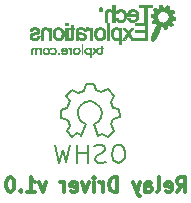
<source format=gbo>
G04 #@! TF.FileFunction,Legend,Bot*
%FSLAX46Y46*%
G04 Gerber Fmt 4.6, Leading zero omitted, Abs format (unit mm)*
G04 Created by KiCad (PCBNEW 4.0.1-stable) date 26/05/2016 09:01:35*
%MOMM*%
G01*
G04 APERTURE LIST*
%ADD10C,0.100000*%
%ADD11C,0.300000*%
%ADD12C,0.150000*%
%ADD13C,0.010000*%
G04 APERTURE END LIST*
D10*
D11*
X128777142Y-115350857D02*
X129177142Y-114779429D01*
X129462857Y-115350857D02*
X129462857Y-114150857D01*
X129005714Y-114150857D01*
X128891428Y-114208000D01*
X128834285Y-114265143D01*
X128777142Y-114379429D01*
X128777142Y-114550857D01*
X128834285Y-114665143D01*
X128891428Y-114722286D01*
X129005714Y-114779429D01*
X129462857Y-114779429D01*
X127805714Y-115293714D02*
X127920000Y-115350857D01*
X128148571Y-115350857D01*
X128262857Y-115293714D01*
X128320000Y-115179429D01*
X128320000Y-114722286D01*
X128262857Y-114608000D01*
X128148571Y-114550857D01*
X127920000Y-114550857D01*
X127805714Y-114608000D01*
X127748571Y-114722286D01*
X127748571Y-114836571D01*
X128320000Y-114950857D01*
X127062857Y-115350857D02*
X127177143Y-115293714D01*
X127234286Y-115179429D01*
X127234286Y-114150857D01*
X126091429Y-115350857D02*
X126091429Y-114722286D01*
X126148572Y-114608000D01*
X126262858Y-114550857D01*
X126491429Y-114550857D01*
X126605715Y-114608000D01*
X126091429Y-115293714D02*
X126205715Y-115350857D01*
X126491429Y-115350857D01*
X126605715Y-115293714D01*
X126662858Y-115179429D01*
X126662858Y-115065143D01*
X126605715Y-114950857D01*
X126491429Y-114893714D01*
X126205715Y-114893714D01*
X126091429Y-114836571D01*
X125634286Y-114550857D02*
X125348572Y-115350857D01*
X125062858Y-114550857D02*
X125348572Y-115350857D01*
X125462858Y-115636571D01*
X125520001Y-115693714D01*
X125634286Y-115750857D01*
X123691429Y-115350857D02*
X123691429Y-114150857D01*
X123405714Y-114150857D01*
X123234286Y-114208000D01*
X123120000Y-114322286D01*
X123062857Y-114436571D01*
X123005714Y-114665143D01*
X123005714Y-114836571D01*
X123062857Y-115065143D01*
X123120000Y-115179429D01*
X123234286Y-115293714D01*
X123405714Y-115350857D01*
X123691429Y-115350857D01*
X122491429Y-115350857D02*
X122491429Y-114550857D01*
X122491429Y-114779429D02*
X122434286Y-114665143D01*
X122377143Y-114608000D01*
X122262857Y-114550857D01*
X122148572Y-114550857D01*
X121748572Y-115350857D02*
X121748572Y-114550857D01*
X121748572Y-114150857D02*
X121805715Y-114208000D01*
X121748572Y-114265143D01*
X121691429Y-114208000D01*
X121748572Y-114150857D01*
X121748572Y-114265143D01*
X121291428Y-114550857D02*
X121005714Y-115350857D01*
X120720000Y-114550857D01*
X119805714Y-115293714D02*
X119920000Y-115350857D01*
X120148571Y-115350857D01*
X120262857Y-115293714D01*
X120320000Y-115179429D01*
X120320000Y-114722286D01*
X120262857Y-114608000D01*
X120148571Y-114550857D01*
X119920000Y-114550857D01*
X119805714Y-114608000D01*
X119748571Y-114722286D01*
X119748571Y-114836571D01*
X120320000Y-114950857D01*
X119234286Y-115350857D02*
X119234286Y-114550857D01*
X119234286Y-114779429D02*
X119177143Y-114665143D01*
X119120000Y-114608000D01*
X119005714Y-114550857D01*
X118891429Y-114550857D01*
X117691428Y-114550857D02*
X117405714Y-115350857D01*
X117120000Y-114550857D01*
X116034285Y-115350857D02*
X116720000Y-115350857D01*
X116377142Y-115350857D02*
X116377142Y-114150857D01*
X116491428Y-114322286D01*
X116605714Y-114436571D01*
X116720000Y-114493714D01*
X115520000Y-115236571D02*
X115462857Y-115293714D01*
X115520000Y-115350857D01*
X115577143Y-115293714D01*
X115520000Y-115236571D01*
X115520000Y-115350857D01*
X114719999Y-114150857D02*
X114605714Y-114150857D01*
X114491428Y-114208000D01*
X114434285Y-114265143D01*
X114377142Y-114379429D01*
X114319999Y-114608000D01*
X114319999Y-114893714D01*
X114377142Y-115122286D01*
X114434285Y-115236571D01*
X114491428Y-115293714D01*
X114605714Y-115350857D01*
X114719999Y-115350857D01*
X114834285Y-115293714D01*
X114891428Y-115236571D01*
X114948571Y-115122286D01*
X115005714Y-114893714D01*
X115005714Y-114608000D01*
X114948571Y-114379429D01*
X114891428Y-114265143D01*
X114834285Y-114208000D01*
X114719999Y-114150857D01*
D12*
X119743220Y-111401860D02*
X119382540Y-112872520D01*
X119382540Y-112872520D02*
X119103140Y-111810800D01*
X119103140Y-111810800D02*
X118793260Y-112882680D01*
X118793260Y-112882680D02*
X118452900Y-111432340D01*
X121163080Y-112092740D02*
X120373140Y-112082580D01*
X120373140Y-112082580D02*
X120362980Y-112092740D01*
X120362980Y-112092740D02*
X120362980Y-112082580D01*
X120322340Y-111371380D02*
X120322340Y-112913160D01*
X121211340Y-111361220D02*
X121211340Y-112930940D01*
X121211340Y-112930940D02*
X121201180Y-112920780D01*
X121762520Y-111462820D02*
X122113040Y-111381540D01*
X122113040Y-111381540D02*
X122433080Y-111371380D01*
X122433080Y-111371380D02*
X122671840Y-111572040D01*
X122671840Y-111572040D02*
X122702320Y-111841280D01*
X122702320Y-111841280D02*
X122461020Y-112082580D01*
X122461020Y-112082580D02*
X122072400Y-112212120D01*
X122072400Y-112212120D02*
X121892060Y-112372140D01*
X121892060Y-112372140D02*
X121851420Y-112671860D01*
X121851420Y-112671860D02*
X122082560Y-112892840D01*
X122082560Y-112892840D02*
X122402600Y-112920780D01*
X122402600Y-112920780D02*
X122753120Y-112811560D01*
X123791980Y-111361220D02*
X124040900Y-111381540D01*
X124040900Y-111381540D02*
X124282200Y-111622840D01*
X124282200Y-111622840D02*
X124371100Y-112113060D01*
X124371100Y-112113060D02*
X124343160Y-112461040D01*
X124343160Y-112461040D02*
X124142500Y-112781080D01*
X124142500Y-112781080D02*
X123891040Y-112903000D01*
X123891040Y-112903000D02*
X123581160Y-112831880D01*
X123581160Y-112831880D02*
X123362720Y-112651540D01*
X123362720Y-112651540D02*
X123291600Y-112191800D01*
X123291600Y-112191800D02*
X123342400Y-111782860D01*
X123342400Y-111782860D02*
X123451620Y-111500920D01*
X123451620Y-111500920D02*
X123812300Y-111371380D01*
X123192540Y-109641640D02*
X123451620Y-110202980D01*
X123451620Y-110202980D02*
X122913140Y-110721140D01*
X122913140Y-110721140D02*
X122392440Y-110451900D01*
X122392440Y-110451900D02*
X122113040Y-110611920D01*
X120672860Y-110591600D02*
X120342660Y-110401100D01*
X120342660Y-110401100D02*
X119903240Y-110731300D01*
X119903240Y-110731300D02*
X119430800Y-110241080D01*
X119430800Y-110241080D02*
X119712740Y-109761020D01*
X119712740Y-109761020D02*
X119522240Y-109291120D01*
X119522240Y-109291120D02*
X118912640Y-109103160D01*
X118912640Y-109103160D02*
X118912640Y-108422440D01*
X118912640Y-108422440D02*
X119471440Y-108282740D01*
X119471440Y-108282740D02*
X119672100Y-107711240D01*
X119672100Y-107711240D02*
X119402860Y-107241340D01*
X119402860Y-107241340D02*
X119872760Y-106730800D01*
X119872760Y-106730800D02*
X120390920Y-106992420D01*
X120390920Y-106992420D02*
X120860820Y-106791760D01*
X120860820Y-106791760D02*
X121031000Y-106250740D01*
X121031000Y-106250740D02*
X121721880Y-106232960D01*
X121721880Y-106232960D02*
X121932700Y-106781600D01*
X121932700Y-106781600D02*
X122351800Y-106951780D01*
X122351800Y-106951780D02*
X122902980Y-106682540D01*
X122902980Y-106682540D02*
X123421140Y-107210860D01*
X123421140Y-107210860D02*
X123172220Y-107751880D01*
X123172220Y-107751880D02*
X123342400Y-108231940D01*
X123342400Y-108231940D02*
X123891040Y-108331000D01*
X123891040Y-108331000D02*
X123901200Y-109032040D01*
X123901200Y-109032040D02*
X123342400Y-109232700D01*
X123342400Y-109232700D02*
X123202700Y-109631480D01*
X121061480Y-109611160D02*
X120761760Y-109461300D01*
X120761760Y-109461300D02*
X120561100Y-109263180D01*
X120561100Y-109263180D02*
X120411240Y-108861860D01*
X120411240Y-108861860D02*
X120411240Y-108463080D01*
X120411240Y-108463080D02*
X120561100Y-108112560D01*
X120561100Y-108112560D02*
X121013220Y-107762040D01*
X121013220Y-107762040D02*
X121462800Y-107711240D01*
X121462800Y-107711240D02*
X121861580Y-107812840D01*
X121861580Y-107812840D02*
X122262900Y-108160820D01*
X122262900Y-108160820D02*
X122412760Y-108612940D01*
X122412760Y-108612940D02*
X122361960Y-109110780D01*
X122361960Y-109110780D02*
X122113040Y-109413040D01*
X122113040Y-109413040D02*
X121762520Y-109611160D01*
X121762520Y-109611160D02*
X122113040Y-110611920D01*
X121061480Y-109611160D02*
X120662700Y-110611920D01*
D13*
G36*
X121158431Y-103155625D02*
X121114467Y-103165064D01*
X121074529Y-103181332D01*
X121037527Y-103204858D01*
X121006813Y-103231626D01*
X120988689Y-103250496D01*
X120975199Y-103267450D01*
X120964029Y-103285658D01*
X120956513Y-103300508D01*
X120938016Y-103348825D01*
X120927870Y-103398463D01*
X120926078Y-103448652D01*
X120932639Y-103498624D01*
X120947558Y-103547609D01*
X120955966Y-103566969D01*
X120978218Y-103604424D01*
X121007226Y-103638297D01*
X121041365Y-103666959D01*
X121076658Y-103687686D01*
X121119985Y-103704257D01*
X121164745Y-103714030D01*
X121209835Y-103717200D01*
X121254152Y-103713965D01*
X121296592Y-103704519D01*
X121336052Y-103689059D01*
X121371429Y-103667782D01*
X121401619Y-103640882D01*
X121412436Y-103628022D01*
X121427068Y-103608976D01*
X121428191Y-103788386D01*
X121429315Y-103967796D01*
X121498102Y-103967796D01*
X121498102Y-103433671D01*
X121433474Y-103433671D01*
X121429364Y-103476300D01*
X121417656Y-103516012D01*
X121399074Y-103552087D01*
X121374347Y-103583808D01*
X121344199Y-103610453D01*
X121309358Y-103631306D01*
X121270548Y-103645647D01*
X121228497Y-103652757D01*
X121211519Y-103653414D01*
X121185455Y-103652421D01*
X121162084Y-103649543D01*
X121149095Y-103646587D01*
X121108792Y-103630491D01*
X121074083Y-103607929D01*
X121045251Y-103579216D01*
X121022581Y-103544665D01*
X121006357Y-103504589D01*
X121000861Y-103483097D01*
X120995927Y-103453160D01*
X120995071Y-103426250D01*
X120998295Y-103397995D01*
X121000911Y-103384457D01*
X121013813Y-103342443D01*
X121033387Y-103305517D01*
X121059028Y-103274172D01*
X121090127Y-103248902D01*
X121126077Y-103230198D01*
X121166270Y-103218552D01*
X121210100Y-103214459D01*
X121210573Y-103214458D01*
X121252490Y-103218419D01*
X121291957Y-103229908D01*
X121328174Y-103248139D01*
X121360340Y-103272323D01*
X121387653Y-103301672D01*
X121409313Y-103335400D01*
X121424519Y-103372717D01*
X121432470Y-103412837D01*
X121433474Y-103433671D01*
X121498102Y-103433671D01*
X121498102Y-103167051D01*
X121429220Y-103167051D01*
X121429220Y-103212254D01*
X121428903Y-103230810D01*
X121428045Y-103245674D01*
X121426788Y-103255069D01*
X121425643Y-103257457D01*
X121421271Y-103254067D01*
X121416061Y-103246239D01*
X121406367Y-103233052D01*
X121391150Y-103217887D01*
X121372606Y-103202582D01*
X121352930Y-103188971D01*
X121337030Y-103180142D01*
X121304841Y-103166739D01*
X121273330Y-103158127D01*
X121239387Y-103153645D01*
X121207509Y-103152586D01*
X121158431Y-103155625D01*
X121158431Y-103155625D01*
G37*
X121158431Y-103155625D02*
X121114467Y-103165064D01*
X121074529Y-103181332D01*
X121037527Y-103204858D01*
X121006813Y-103231626D01*
X120988689Y-103250496D01*
X120975199Y-103267450D01*
X120964029Y-103285658D01*
X120956513Y-103300508D01*
X120938016Y-103348825D01*
X120927870Y-103398463D01*
X120926078Y-103448652D01*
X120932639Y-103498624D01*
X120947558Y-103547609D01*
X120955966Y-103566969D01*
X120978218Y-103604424D01*
X121007226Y-103638297D01*
X121041365Y-103666959D01*
X121076658Y-103687686D01*
X121119985Y-103704257D01*
X121164745Y-103714030D01*
X121209835Y-103717200D01*
X121254152Y-103713965D01*
X121296592Y-103704519D01*
X121336052Y-103689059D01*
X121371429Y-103667782D01*
X121401619Y-103640882D01*
X121412436Y-103628022D01*
X121427068Y-103608976D01*
X121428191Y-103788386D01*
X121429315Y-103967796D01*
X121498102Y-103967796D01*
X121498102Y-103433671D01*
X121433474Y-103433671D01*
X121429364Y-103476300D01*
X121417656Y-103516012D01*
X121399074Y-103552087D01*
X121374347Y-103583808D01*
X121344199Y-103610453D01*
X121309358Y-103631306D01*
X121270548Y-103645647D01*
X121228497Y-103652757D01*
X121211519Y-103653414D01*
X121185455Y-103652421D01*
X121162084Y-103649543D01*
X121149095Y-103646587D01*
X121108792Y-103630491D01*
X121074083Y-103607929D01*
X121045251Y-103579216D01*
X121022581Y-103544665D01*
X121006357Y-103504589D01*
X121000861Y-103483097D01*
X120995927Y-103453160D01*
X120995071Y-103426250D01*
X120998295Y-103397995D01*
X121000911Y-103384457D01*
X121013813Y-103342443D01*
X121033387Y-103305517D01*
X121059028Y-103274172D01*
X121090127Y-103248902D01*
X121126077Y-103230198D01*
X121166270Y-103218552D01*
X121210100Y-103214459D01*
X121210573Y-103214458D01*
X121252490Y-103218419D01*
X121291957Y-103229908D01*
X121328174Y-103248139D01*
X121360340Y-103272323D01*
X121387653Y-103301672D01*
X121409313Y-103335400D01*
X121424519Y-103372717D01*
X121432470Y-103412837D01*
X121433474Y-103433671D01*
X121498102Y-103433671D01*
X121498102Y-103167051D01*
X121429220Y-103167051D01*
X121429220Y-103212254D01*
X121428903Y-103230810D01*
X121428045Y-103245674D01*
X121426788Y-103255069D01*
X121425643Y-103257457D01*
X121421271Y-103254067D01*
X121416061Y-103246239D01*
X121406367Y-103233052D01*
X121391150Y-103217887D01*
X121372606Y-103202582D01*
X121352930Y-103188971D01*
X121337030Y-103180142D01*
X121304841Y-103166739D01*
X121273330Y-103158127D01*
X121239387Y-103153645D01*
X121207509Y-103152586D01*
X121158431Y-103155625D01*
G36*
X122323684Y-103087406D02*
X122322525Y-103164898D01*
X122246110Y-103166074D01*
X122169695Y-103167249D01*
X122169695Y-103227322D01*
X122325016Y-103227322D01*
X122323771Y-103418588D01*
X122323463Y-103464177D01*
X122323160Y-103501950D01*
X122322822Y-103532703D01*
X122322409Y-103557228D01*
X122321881Y-103576320D01*
X122321197Y-103590774D01*
X122320319Y-103601385D01*
X122319206Y-103608945D01*
X122317817Y-103614251D01*
X122316114Y-103618095D01*
X122314055Y-103621273D01*
X122313519Y-103622003D01*
X122303587Y-103632853D01*
X122291435Y-103643035D01*
X122290281Y-103643839D01*
X122273465Y-103650837D01*
X122251171Y-103653562D01*
X122225413Y-103651983D01*
X122198209Y-103646066D01*
X122195909Y-103645366D01*
X122181686Y-103641141D01*
X122173775Y-103639615D01*
X122170339Y-103640712D01*
X122169540Y-103644290D01*
X122169035Y-103652351D01*
X122167902Y-103665558D01*
X122166907Y-103675832D01*
X122164430Y-103700291D01*
X122181054Y-103704697D01*
X122215765Y-103712821D01*
X122244866Y-103717030D01*
X122270358Y-103717436D01*
X122294242Y-103714151D01*
X122304539Y-103711626D01*
X122333956Y-103699361D01*
X122358223Y-103680577D01*
X122376519Y-103656137D01*
X122388025Y-103626904D01*
X122388988Y-103622754D01*
X122390164Y-103612727D01*
X122391186Y-103594665D01*
X122392042Y-103569143D01*
X122392719Y-103536735D01*
X122393206Y-103498016D01*
X122393488Y-103453561D01*
X122393559Y-103414381D01*
X122393559Y-103227322D01*
X122509797Y-103227322D01*
X122509797Y-103167051D01*
X122393559Y-103167051D01*
X122393559Y-103012723D01*
X122359201Y-103011319D01*
X122324844Y-103009915D01*
X122323684Y-103087406D01*
X122323684Y-103087406D01*
G37*
X122323684Y-103087406D02*
X122322525Y-103164898D01*
X122246110Y-103166074D01*
X122169695Y-103167249D01*
X122169695Y-103227322D01*
X122325016Y-103227322D01*
X122323771Y-103418588D01*
X122323463Y-103464177D01*
X122323160Y-103501950D01*
X122322822Y-103532703D01*
X122322409Y-103557228D01*
X122321881Y-103576320D01*
X122321197Y-103590774D01*
X122320319Y-103601385D01*
X122319206Y-103608945D01*
X122317817Y-103614251D01*
X122316114Y-103618095D01*
X122314055Y-103621273D01*
X122313519Y-103622003D01*
X122303587Y-103632853D01*
X122291435Y-103643035D01*
X122290281Y-103643839D01*
X122273465Y-103650837D01*
X122251171Y-103653562D01*
X122225413Y-103651983D01*
X122198209Y-103646066D01*
X122195909Y-103645366D01*
X122181686Y-103641141D01*
X122173775Y-103639615D01*
X122170339Y-103640712D01*
X122169540Y-103644290D01*
X122169035Y-103652351D01*
X122167902Y-103665558D01*
X122166907Y-103675832D01*
X122164430Y-103700291D01*
X122181054Y-103704697D01*
X122215765Y-103712821D01*
X122244866Y-103717030D01*
X122270358Y-103717436D01*
X122294242Y-103714151D01*
X122304539Y-103711626D01*
X122333956Y-103699361D01*
X122358223Y-103680577D01*
X122376519Y-103656137D01*
X122388025Y-103626904D01*
X122388988Y-103622754D01*
X122390164Y-103612727D01*
X122391186Y-103594665D01*
X122392042Y-103569143D01*
X122392719Y-103536735D01*
X122393206Y-103498016D01*
X122393488Y-103453561D01*
X122393559Y-103414381D01*
X122393559Y-103227322D01*
X122509797Y-103227322D01*
X122509797Y-103167051D01*
X122393559Y-103167051D01*
X122393559Y-103012723D01*
X122359201Y-103011319D01*
X122324844Y-103009915D01*
X122323684Y-103087406D01*
G36*
X120187471Y-103156234D02*
X120139942Y-103167405D01*
X120096742Y-103185595D01*
X120058334Y-103210449D01*
X120025183Y-103241617D01*
X119997753Y-103278747D01*
X119976508Y-103321485D01*
X119963882Y-103361054D01*
X119958971Y-103390190D01*
X119956918Y-103424091D01*
X119957692Y-103459412D01*
X119961259Y-103492809D01*
X119965371Y-103513139D01*
X119981044Y-103558043D01*
X120003495Y-103598291D01*
X120032000Y-103633457D01*
X120065837Y-103663113D01*
X120104283Y-103686832D01*
X120146615Y-103704187D01*
X120192109Y-103714749D01*
X120240042Y-103718093D01*
X120289693Y-103713790D01*
X120301288Y-103711672D01*
X120343711Y-103700480D01*
X120380474Y-103684602D01*
X120413773Y-103662874D01*
X120443594Y-103636364D01*
X120473386Y-103600608D01*
X120495994Y-103560165D01*
X120511366Y-103515175D01*
X120519447Y-103465779D01*
X120520773Y-103434816D01*
X120520151Y-103426138D01*
X120452512Y-103426138D01*
X120449860Y-103468715D01*
X120439571Y-103511254D01*
X120428008Y-103539894D01*
X120409266Y-103570381D01*
X120384018Y-103598178D01*
X120354158Y-103621747D01*
X120321582Y-103639549D01*
X120293976Y-103648809D01*
X120277498Y-103651253D01*
X120255679Y-103652585D01*
X120231718Y-103652801D01*
X120208814Y-103651897D01*
X120190163Y-103649867D01*
X120185532Y-103648959D01*
X120149912Y-103636476D01*
X120115509Y-103615952D01*
X120092184Y-103596630D01*
X120064490Y-103565023D01*
X120044116Y-103529011D01*
X120031215Y-103488964D01*
X120025941Y-103445251D01*
X120025814Y-103437407D01*
X120029088Y-103392259D01*
X120039223Y-103351985D01*
X120056465Y-103315943D01*
X120081061Y-103283493D01*
X120087944Y-103276310D01*
X120120709Y-103249010D01*
X120156640Y-103229673D01*
X120196028Y-103218178D01*
X120238864Y-103214406D01*
X120281975Y-103218229D01*
X120321339Y-103229775D01*
X120357248Y-103249165D01*
X120389785Y-103276310D01*
X120416165Y-103308610D01*
X120435514Y-103345042D01*
X120447680Y-103384566D01*
X120452512Y-103426138D01*
X120520151Y-103426138D01*
X120517052Y-103382978D01*
X120505981Y-103335251D01*
X120487996Y-103292072D01*
X120463534Y-103253879D01*
X120433031Y-103221109D01*
X120396925Y-103194200D01*
X120355651Y-103173588D01*
X120309646Y-103159711D01*
X120259347Y-103153007D01*
X120238864Y-103152431D01*
X120187471Y-103156234D01*
X120187471Y-103156234D01*
G37*
X120187471Y-103156234D02*
X120139942Y-103167405D01*
X120096742Y-103185595D01*
X120058334Y-103210449D01*
X120025183Y-103241617D01*
X119997753Y-103278747D01*
X119976508Y-103321485D01*
X119963882Y-103361054D01*
X119958971Y-103390190D01*
X119956918Y-103424091D01*
X119957692Y-103459412D01*
X119961259Y-103492809D01*
X119965371Y-103513139D01*
X119981044Y-103558043D01*
X120003495Y-103598291D01*
X120032000Y-103633457D01*
X120065837Y-103663113D01*
X120104283Y-103686832D01*
X120146615Y-103704187D01*
X120192109Y-103714749D01*
X120240042Y-103718093D01*
X120289693Y-103713790D01*
X120301288Y-103711672D01*
X120343711Y-103700480D01*
X120380474Y-103684602D01*
X120413773Y-103662874D01*
X120443594Y-103636364D01*
X120473386Y-103600608D01*
X120495994Y-103560165D01*
X120511366Y-103515175D01*
X120519447Y-103465779D01*
X120520773Y-103434816D01*
X120520151Y-103426138D01*
X120452512Y-103426138D01*
X120449860Y-103468715D01*
X120439571Y-103511254D01*
X120428008Y-103539894D01*
X120409266Y-103570381D01*
X120384018Y-103598178D01*
X120354158Y-103621747D01*
X120321582Y-103639549D01*
X120293976Y-103648809D01*
X120277498Y-103651253D01*
X120255679Y-103652585D01*
X120231718Y-103652801D01*
X120208814Y-103651897D01*
X120190163Y-103649867D01*
X120185532Y-103648959D01*
X120149912Y-103636476D01*
X120115509Y-103615952D01*
X120092184Y-103596630D01*
X120064490Y-103565023D01*
X120044116Y-103529011D01*
X120031215Y-103488964D01*
X120025941Y-103445251D01*
X120025814Y-103437407D01*
X120029088Y-103392259D01*
X120039223Y-103351985D01*
X120056465Y-103315943D01*
X120081061Y-103283493D01*
X120087944Y-103276310D01*
X120120709Y-103249010D01*
X120156640Y-103229673D01*
X120196028Y-103218178D01*
X120238864Y-103214406D01*
X120281975Y-103218229D01*
X120321339Y-103229775D01*
X120357248Y-103249165D01*
X120389785Y-103276310D01*
X120416165Y-103308610D01*
X120435514Y-103345042D01*
X120447680Y-103384566D01*
X120452512Y-103426138D01*
X120520151Y-103426138D01*
X120517052Y-103382978D01*
X120505981Y-103335251D01*
X120487996Y-103292072D01*
X120463534Y-103253879D01*
X120433031Y-103221109D01*
X120396925Y-103194200D01*
X120355651Y-103173588D01*
X120309646Y-103159711D01*
X120259347Y-103153007D01*
X120238864Y-103152431D01*
X120187471Y-103156234D01*
G36*
X119144514Y-103155102D02*
X119103860Y-103163646D01*
X119067417Y-103178640D01*
X119033992Y-103200546D01*
X119009453Y-103222520D01*
X118981589Y-103255533D01*
X118960711Y-103291993D01*
X118946513Y-103332685D01*
X118938692Y-103378395D01*
X118936915Y-103409392D01*
X118936072Y-103451186D01*
X119388610Y-103451186D01*
X119388610Y-103463197D01*
X119387521Y-103473969D01*
X119384714Y-103489110D01*
X119382018Y-103500516D01*
X119367960Y-103538910D01*
X119347149Y-103573883D01*
X119320642Y-103604104D01*
X119289498Y-103628240D01*
X119273764Y-103637001D01*
X119259950Y-103643379D01*
X119247804Y-103647585D01*
X119234625Y-103650189D01*
X119217710Y-103651762D01*
X119199570Y-103652664D01*
X119165978Y-103652726D01*
X119137570Y-103649432D01*
X119111365Y-103642153D01*
X119084379Y-103630263D01*
X119078486Y-103627202D01*
X119059110Y-103614962D01*
X119039331Y-103599221D01*
X119021988Y-103582440D01*
X119010851Y-103568551D01*
X119007560Y-103563965D01*
X119004228Y-103562000D01*
X118999495Y-103563303D01*
X118991998Y-103568519D01*
X118980378Y-103578295D01*
X118968561Y-103588638D01*
X118952955Y-103602340D01*
X118964776Y-103619397D01*
X118987707Y-103646735D01*
X119015781Y-103669441D01*
X119050094Y-103688271D01*
X119083937Y-103701442D01*
X119104717Y-103707884D01*
X119123074Y-103712096D01*
X119142397Y-103714642D01*
X119166074Y-103716091D01*
X119173172Y-103716351D01*
X119208730Y-103716448D01*
X119237048Y-103714162D01*
X119248695Y-103712042D01*
X119295939Y-103697386D01*
X119337196Y-103676580D01*
X119372635Y-103649495D01*
X119402421Y-103616002D01*
X119426722Y-103575972D01*
X119427354Y-103574698D01*
X119442999Y-103534533D01*
X119453167Y-103489817D01*
X119457600Y-103442843D01*
X119456045Y-103395907D01*
X119455277Y-103390915D01*
X119389568Y-103390915D01*
X119199530Y-103390915D01*
X119153493Y-103390884D01*
X119115341Y-103390775D01*
X119084347Y-103390563D01*
X119059788Y-103390225D01*
X119040938Y-103389736D01*
X119027072Y-103389072D01*
X119017464Y-103388210D01*
X119011389Y-103387124D01*
X119008122Y-103385792D01*
X119007034Y-103384507D01*
X119006437Y-103374915D01*
X119008907Y-103360035D01*
X119013787Y-103342342D01*
X119020419Y-103324311D01*
X119026428Y-103311523D01*
X119046053Y-103283117D01*
X119072255Y-103257927D01*
X119103201Y-103237315D01*
X119137060Y-103222642D01*
X119151341Y-103218663D01*
X119183635Y-103214516D01*
X119217951Y-103215897D01*
X119250999Y-103222459D01*
X119275323Y-103231698D01*
X119303415Y-103249336D01*
X119329740Y-103272952D01*
X119352841Y-103300676D01*
X119371262Y-103330638D01*
X119383545Y-103360968D01*
X119386776Y-103374771D01*
X119389568Y-103390915D01*
X119455277Y-103390915D01*
X119450968Y-103362932D01*
X119437336Y-103318238D01*
X119416480Y-103277019D01*
X119389192Y-103240171D01*
X119356265Y-103208586D01*
X119318490Y-103183160D01*
X119276658Y-103164788D01*
X119275203Y-103164307D01*
X119257066Y-103158876D01*
X119240731Y-103155407D01*
X119223140Y-103153476D01*
X119201236Y-103152657D01*
X119190576Y-103152546D01*
X119144514Y-103155102D01*
X119144514Y-103155102D01*
G37*
X119144514Y-103155102D02*
X119103860Y-103163646D01*
X119067417Y-103178640D01*
X119033992Y-103200546D01*
X119009453Y-103222520D01*
X118981589Y-103255533D01*
X118960711Y-103291993D01*
X118946513Y-103332685D01*
X118938692Y-103378395D01*
X118936915Y-103409392D01*
X118936072Y-103451186D01*
X119388610Y-103451186D01*
X119388610Y-103463197D01*
X119387521Y-103473969D01*
X119384714Y-103489110D01*
X119382018Y-103500516D01*
X119367960Y-103538910D01*
X119347149Y-103573883D01*
X119320642Y-103604104D01*
X119289498Y-103628240D01*
X119273764Y-103637001D01*
X119259950Y-103643379D01*
X119247804Y-103647585D01*
X119234625Y-103650189D01*
X119217710Y-103651762D01*
X119199570Y-103652664D01*
X119165978Y-103652726D01*
X119137570Y-103649432D01*
X119111365Y-103642153D01*
X119084379Y-103630263D01*
X119078486Y-103627202D01*
X119059110Y-103614962D01*
X119039331Y-103599221D01*
X119021988Y-103582440D01*
X119010851Y-103568551D01*
X119007560Y-103563965D01*
X119004228Y-103562000D01*
X118999495Y-103563303D01*
X118991998Y-103568519D01*
X118980378Y-103578295D01*
X118968561Y-103588638D01*
X118952955Y-103602340D01*
X118964776Y-103619397D01*
X118987707Y-103646735D01*
X119015781Y-103669441D01*
X119050094Y-103688271D01*
X119083937Y-103701442D01*
X119104717Y-103707884D01*
X119123074Y-103712096D01*
X119142397Y-103714642D01*
X119166074Y-103716091D01*
X119173172Y-103716351D01*
X119208730Y-103716448D01*
X119237048Y-103714162D01*
X119248695Y-103712042D01*
X119295939Y-103697386D01*
X119337196Y-103676580D01*
X119372635Y-103649495D01*
X119402421Y-103616002D01*
X119426722Y-103575972D01*
X119427354Y-103574698D01*
X119442999Y-103534533D01*
X119453167Y-103489817D01*
X119457600Y-103442843D01*
X119456045Y-103395907D01*
X119455277Y-103390915D01*
X119389568Y-103390915D01*
X119199530Y-103390915D01*
X119153493Y-103390884D01*
X119115341Y-103390775D01*
X119084347Y-103390563D01*
X119059788Y-103390225D01*
X119040938Y-103389736D01*
X119027072Y-103389072D01*
X119017464Y-103388210D01*
X119011389Y-103387124D01*
X119008122Y-103385792D01*
X119007034Y-103384507D01*
X119006437Y-103374915D01*
X119008907Y-103360035D01*
X119013787Y-103342342D01*
X119020419Y-103324311D01*
X119026428Y-103311523D01*
X119046053Y-103283117D01*
X119072255Y-103257927D01*
X119103201Y-103237315D01*
X119137060Y-103222642D01*
X119151341Y-103218663D01*
X119183635Y-103214516D01*
X119217951Y-103215897D01*
X119250999Y-103222459D01*
X119275323Y-103231698D01*
X119303415Y-103249336D01*
X119329740Y-103272952D01*
X119352841Y-103300676D01*
X119371262Y-103330638D01*
X119383545Y-103360968D01*
X119386776Y-103374771D01*
X119389568Y-103390915D01*
X119455277Y-103390915D01*
X119450968Y-103362932D01*
X119437336Y-103318238D01*
X119416480Y-103277019D01*
X119389192Y-103240171D01*
X119356265Y-103208586D01*
X119318490Y-103183160D01*
X119276658Y-103164788D01*
X119275203Y-103164307D01*
X119257066Y-103158876D01*
X119240731Y-103155407D01*
X119223140Y-103153476D01*
X119201236Y-103152657D01*
X119190576Y-103152546D01*
X119144514Y-103155102D01*
G36*
X118191605Y-103153814D02*
X118161763Y-103158614D01*
X118133285Y-103167656D01*
X118102747Y-103181770D01*
X118100575Y-103182901D01*
X118087682Y-103190536D01*
X118072975Y-103200605D01*
X118057927Y-103211905D01*
X118044011Y-103223233D01*
X118032701Y-103233388D01*
X118025470Y-103241166D01*
X118023792Y-103245366D01*
X118023898Y-103245476D01*
X118028147Y-103248800D01*
X118037399Y-103255883D01*
X118049786Y-103265296D01*
X118051899Y-103266897D01*
X118077747Y-103286467D01*
X118101407Y-103265237D01*
X118134936Y-103240465D01*
X118170927Y-103223836D01*
X118208847Y-103215420D01*
X118248160Y-103215290D01*
X118288330Y-103223515D01*
X118320562Y-103236083D01*
X118347711Y-103252616D01*
X118373885Y-103275223D01*
X118396682Y-103301482D01*
X118413698Y-103328978D01*
X118414496Y-103330644D01*
X118429410Y-103371407D01*
X118436813Y-103413338D01*
X118436900Y-103455256D01*
X118429864Y-103495981D01*
X118415898Y-103534335D01*
X118395195Y-103569137D01*
X118370953Y-103596455D01*
X118339134Y-103621955D01*
X118306063Y-103639556D01*
X118270310Y-103649776D01*
X118230446Y-103653138D01*
X118216218Y-103652834D01*
X118179573Y-103647517D01*
X118145793Y-103634652D01*
X118113872Y-103613801D01*
X118101216Y-103602962D01*
X118077365Y-103581125D01*
X118053860Y-103600569D01*
X118041996Y-103610970D01*
X118033127Y-103619847D01*
X118029103Y-103625342D01*
X118029067Y-103625472D01*
X118031499Y-103631695D01*
X118039767Y-103641177D01*
X118052364Y-103652677D01*
X118067785Y-103664954D01*
X118084524Y-103676767D01*
X118101078Y-103686874D01*
X118107848Y-103690429D01*
X118150845Y-103706938D01*
X118196884Y-103715861D01*
X118244653Y-103717043D01*
X118286509Y-103711672D01*
X118328931Y-103700480D01*
X118365694Y-103684602D01*
X118398993Y-103662874D01*
X118428814Y-103636364D01*
X118458606Y-103600608D01*
X118481215Y-103560165D01*
X118496586Y-103515175D01*
X118504667Y-103465779D01*
X118505993Y-103434816D01*
X118502268Y-103383179D01*
X118491195Y-103335558D01*
X118473226Y-103292409D01*
X118448815Y-103254187D01*
X118418412Y-103221352D01*
X118382472Y-103194358D01*
X118341446Y-103173662D01*
X118295787Y-103159723D01*
X118245948Y-103152995D01*
X118226237Y-103152425D01*
X118191605Y-103153814D01*
X118191605Y-103153814D01*
G37*
X118191605Y-103153814D02*
X118161763Y-103158614D01*
X118133285Y-103167656D01*
X118102747Y-103181770D01*
X118100575Y-103182901D01*
X118087682Y-103190536D01*
X118072975Y-103200605D01*
X118057927Y-103211905D01*
X118044011Y-103223233D01*
X118032701Y-103233388D01*
X118025470Y-103241166D01*
X118023792Y-103245366D01*
X118023898Y-103245476D01*
X118028147Y-103248800D01*
X118037399Y-103255883D01*
X118049786Y-103265296D01*
X118051899Y-103266897D01*
X118077747Y-103286467D01*
X118101407Y-103265237D01*
X118134936Y-103240465D01*
X118170927Y-103223836D01*
X118208847Y-103215420D01*
X118248160Y-103215290D01*
X118288330Y-103223515D01*
X118320562Y-103236083D01*
X118347711Y-103252616D01*
X118373885Y-103275223D01*
X118396682Y-103301482D01*
X118413698Y-103328978D01*
X118414496Y-103330644D01*
X118429410Y-103371407D01*
X118436813Y-103413338D01*
X118436900Y-103455256D01*
X118429864Y-103495981D01*
X118415898Y-103534335D01*
X118395195Y-103569137D01*
X118370953Y-103596455D01*
X118339134Y-103621955D01*
X118306063Y-103639556D01*
X118270310Y-103649776D01*
X118230446Y-103653138D01*
X118216218Y-103652834D01*
X118179573Y-103647517D01*
X118145793Y-103634652D01*
X118113872Y-103613801D01*
X118101216Y-103602962D01*
X118077365Y-103581125D01*
X118053860Y-103600569D01*
X118041996Y-103610970D01*
X118033127Y-103619847D01*
X118029103Y-103625342D01*
X118029067Y-103625472D01*
X118031499Y-103631695D01*
X118039767Y-103641177D01*
X118052364Y-103652677D01*
X118067785Y-103664954D01*
X118084524Y-103676767D01*
X118101078Y-103686874D01*
X118107848Y-103690429D01*
X118150845Y-103706938D01*
X118196884Y-103715861D01*
X118244653Y-103717043D01*
X118286509Y-103711672D01*
X118328931Y-103700480D01*
X118365694Y-103684602D01*
X118398993Y-103662874D01*
X118428814Y-103636364D01*
X118458606Y-103600608D01*
X118481215Y-103560165D01*
X118496586Y-103515175D01*
X118504667Y-103465779D01*
X118505993Y-103434816D01*
X118502268Y-103383179D01*
X118491195Y-103335558D01*
X118473226Y-103292409D01*
X118448815Y-103254187D01*
X118418412Y-103221352D01*
X118382472Y-103194358D01*
X118341446Y-103173662D01*
X118295787Y-103159723D01*
X118245948Y-103152995D01*
X118226237Y-103152425D01*
X118191605Y-103153814D01*
G36*
X117613030Y-103156234D02*
X117565501Y-103167405D01*
X117522301Y-103185595D01*
X117483893Y-103210449D01*
X117450742Y-103241617D01*
X117423312Y-103278747D01*
X117402067Y-103321485D01*
X117389441Y-103361054D01*
X117384530Y-103390190D01*
X117382478Y-103424091D01*
X117383251Y-103459412D01*
X117386818Y-103492809D01*
X117390930Y-103513139D01*
X117406604Y-103558043D01*
X117429054Y-103598291D01*
X117457560Y-103633457D01*
X117491397Y-103663113D01*
X117529843Y-103686832D01*
X117572174Y-103704187D01*
X117617668Y-103714749D01*
X117665602Y-103718093D01*
X117715252Y-103713790D01*
X117726848Y-103711672D01*
X117769270Y-103700480D01*
X117806033Y-103684602D01*
X117839332Y-103662874D01*
X117869153Y-103636364D01*
X117898945Y-103600608D01*
X117921554Y-103560165D01*
X117936925Y-103515175D01*
X117945006Y-103465779D01*
X117946332Y-103434816D01*
X117945710Y-103426138D01*
X117878072Y-103426138D01*
X117875419Y-103468715D01*
X117865130Y-103511254D01*
X117853568Y-103539894D01*
X117834825Y-103570381D01*
X117809577Y-103598178D01*
X117779718Y-103621747D01*
X117747142Y-103639549D01*
X117719535Y-103648809D01*
X117703057Y-103651253D01*
X117681238Y-103652585D01*
X117657278Y-103652801D01*
X117634373Y-103651897D01*
X117615723Y-103649867D01*
X117611091Y-103648959D01*
X117575471Y-103636476D01*
X117541068Y-103615952D01*
X117517743Y-103596630D01*
X117490049Y-103565023D01*
X117469675Y-103529011D01*
X117456774Y-103488964D01*
X117451500Y-103445251D01*
X117451373Y-103437407D01*
X117454647Y-103392259D01*
X117464782Y-103351985D01*
X117482024Y-103315943D01*
X117506621Y-103283493D01*
X117513503Y-103276310D01*
X117546269Y-103249010D01*
X117582200Y-103229673D01*
X117621587Y-103218178D01*
X117664424Y-103214406D01*
X117707534Y-103218229D01*
X117746898Y-103229775D01*
X117782807Y-103249165D01*
X117815345Y-103276310D01*
X117841724Y-103308610D01*
X117861073Y-103345042D01*
X117873239Y-103384566D01*
X117878072Y-103426138D01*
X117945710Y-103426138D01*
X117942612Y-103382978D01*
X117931541Y-103335251D01*
X117913556Y-103292072D01*
X117889093Y-103253879D01*
X117858591Y-103221109D01*
X117822484Y-103194200D01*
X117781210Y-103173588D01*
X117735205Y-103159711D01*
X117684907Y-103153007D01*
X117664424Y-103152431D01*
X117613030Y-103156234D01*
X117613030Y-103156234D01*
G37*
X117613030Y-103156234D02*
X117565501Y-103167405D01*
X117522301Y-103185595D01*
X117483893Y-103210449D01*
X117450742Y-103241617D01*
X117423312Y-103278747D01*
X117402067Y-103321485D01*
X117389441Y-103361054D01*
X117384530Y-103390190D01*
X117382478Y-103424091D01*
X117383251Y-103459412D01*
X117386818Y-103492809D01*
X117390930Y-103513139D01*
X117406604Y-103558043D01*
X117429054Y-103598291D01*
X117457560Y-103633457D01*
X117491397Y-103663113D01*
X117529843Y-103686832D01*
X117572174Y-103704187D01*
X117617668Y-103714749D01*
X117665602Y-103718093D01*
X117715252Y-103713790D01*
X117726848Y-103711672D01*
X117769270Y-103700480D01*
X117806033Y-103684602D01*
X117839332Y-103662874D01*
X117869153Y-103636364D01*
X117898945Y-103600608D01*
X117921554Y-103560165D01*
X117936925Y-103515175D01*
X117945006Y-103465779D01*
X117946332Y-103434816D01*
X117945710Y-103426138D01*
X117878072Y-103426138D01*
X117875419Y-103468715D01*
X117865130Y-103511254D01*
X117853568Y-103539894D01*
X117834825Y-103570381D01*
X117809577Y-103598178D01*
X117779718Y-103621747D01*
X117747142Y-103639549D01*
X117719535Y-103648809D01*
X117703057Y-103651253D01*
X117681238Y-103652585D01*
X117657278Y-103652801D01*
X117634373Y-103651897D01*
X117615723Y-103649867D01*
X117611091Y-103648959D01*
X117575471Y-103636476D01*
X117541068Y-103615952D01*
X117517743Y-103596630D01*
X117490049Y-103565023D01*
X117469675Y-103529011D01*
X117456774Y-103488964D01*
X117451500Y-103445251D01*
X117451373Y-103437407D01*
X117454647Y-103392259D01*
X117464782Y-103351985D01*
X117482024Y-103315943D01*
X117506621Y-103283493D01*
X117513503Y-103276310D01*
X117546269Y-103249010D01*
X117582200Y-103229673D01*
X117621587Y-103218178D01*
X117664424Y-103214406D01*
X117707534Y-103218229D01*
X117746898Y-103229775D01*
X117782807Y-103249165D01*
X117815345Y-103276310D01*
X117841724Y-103308610D01*
X117861073Y-103345042D01*
X117873239Y-103384566D01*
X117878072Y-103426138D01*
X117945710Y-103426138D01*
X117942612Y-103382978D01*
X117931541Y-103335251D01*
X117913556Y-103292072D01*
X117889093Y-103253879D01*
X117858591Y-103221109D01*
X117822484Y-103194200D01*
X117781210Y-103173588D01*
X117735205Y-103159711D01*
X117684907Y-103153007D01*
X117664424Y-103152431D01*
X117613030Y-103156234D01*
G36*
X118710406Y-103600495D02*
X118701905Y-103603758D01*
X118686675Y-103614433D01*
X118675820Y-103630494D01*
X118670161Y-103649484D01*
X118670519Y-103668947D01*
X118675485Y-103682844D01*
X118687958Y-103697146D01*
X118705144Y-103706250D01*
X118724581Y-103709698D01*
X118743808Y-103707035D01*
X118759656Y-103698414D01*
X118772790Y-103682469D01*
X118779098Y-103663909D01*
X118778791Y-103644698D01*
X118772077Y-103626804D01*
X118759168Y-103612192D01*
X118749842Y-103606429D01*
X118734524Y-103599942D01*
X118722625Y-103598033D01*
X118710406Y-103600495D01*
X118710406Y-103600495D01*
G37*
X118710406Y-103600495D02*
X118701905Y-103603758D01*
X118686675Y-103614433D01*
X118675820Y-103630494D01*
X118670161Y-103649484D01*
X118670519Y-103668947D01*
X118675485Y-103682844D01*
X118687958Y-103697146D01*
X118705144Y-103706250D01*
X118724581Y-103709698D01*
X118743808Y-103707035D01*
X118759656Y-103698414D01*
X118772790Y-103682469D01*
X118779098Y-103663909D01*
X118778791Y-103644698D01*
X118772077Y-103626804D01*
X118759168Y-103612192D01*
X118749842Y-103606429D01*
X118734524Y-103599942D01*
X118722625Y-103598033D01*
X118710406Y-103600495D01*
G36*
X121647698Y-103193957D02*
X121669113Y-103221294D01*
X121691116Y-103249632D01*
X121713072Y-103278130D01*
X121734348Y-103305949D01*
X121754309Y-103332247D01*
X121772320Y-103356186D01*
X121787747Y-103376923D01*
X121799956Y-103393619D01*
X121808312Y-103405434D01*
X121812180Y-103411527D01*
X121812373Y-103412083D01*
X121809799Y-103416180D01*
X121802502Y-103426195D01*
X121791122Y-103441311D01*
X121776297Y-103460707D01*
X121758665Y-103483566D01*
X121738865Y-103509068D01*
X121717536Y-103536395D01*
X121695316Y-103564728D01*
X121672844Y-103593248D01*
X121650758Y-103621136D01*
X121629698Y-103647574D01*
X121610302Y-103671742D01*
X121598041Y-103686890D01*
X121583166Y-103705186D01*
X121629964Y-103705036D01*
X121676763Y-103704885D01*
X121769172Y-103584443D01*
X121790704Y-103556536D01*
X121810652Y-103530980D01*
X121828402Y-103508540D01*
X121843340Y-103489981D01*
X121854850Y-103476066D01*
X121862317Y-103467562D01*
X121865068Y-103465164D01*
X121868395Y-103468756D01*
X121876272Y-103478437D01*
X121888079Y-103493412D01*
X121903198Y-103512882D01*
X121921008Y-103536053D01*
X121940892Y-103562127D01*
X121957980Y-103584680D01*
X122047405Y-103703034D01*
X122089177Y-103704266D01*
X122106949Y-103704574D01*
X122120961Y-103704405D01*
X122129365Y-103703806D01*
X122130949Y-103703236D01*
X122128410Y-103699448D01*
X122121160Y-103689571D01*
X122109748Y-103674331D01*
X122094725Y-103654455D01*
X122076641Y-103630670D01*
X122056045Y-103603703D01*
X122033489Y-103574279D01*
X122023082Y-103560739D01*
X121999731Y-103530315D01*
X121978015Y-103501895D01*
X121958500Y-103476229D01*
X121941751Y-103454066D01*
X121928333Y-103436153D01*
X121918810Y-103423241D01*
X121913748Y-103416077D01*
X121913088Y-103414960D01*
X121915154Y-103410389D01*
X121921981Y-103399882D01*
X121932981Y-103384248D01*
X121947562Y-103364296D01*
X121965135Y-103340835D01*
X121985110Y-103314674D01*
X122003735Y-103290665D01*
X122025343Y-103262938D01*
X122045168Y-103237371D01*
X122062607Y-103214750D01*
X122077058Y-103195862D01*
X122087919Y-103181494D01*
X122094587Y-103172433D01*
X122096509Y-103169481D01*
X122092504Y-103168485D01*
X122081690Y-103167714D01*
X122065867Y-103167262D01*
X122052381Y-103167187D01*
X122008254Y-103167324D01*
X121937054Y-103265128D01*
X121918472Y-103290453D01*
X121901405Y-103313328D01*
X121886537Y-103332870D01*
X121874547Y-103348196D01*
X121866118Y-103358424D01*
X121861931Y-103362671D01*
X121861715Y-103362738D01*
X121858211Y-103359333D01*
X121850377Y-103349814D01*
X121838895Y-103335073D01*
X121824445Y-103315998D01*
X121807708Y-103293478D01*
X121789366Y-103268404D01*
X121786750Y-103264797D01*
X121715923Y-103167051D01*
X121626513Y-103167051D01*
X121647698Y-103193957D01*
X121647698Y-103193957D01*
G37*
X121647698Y-103193957D02*
X121669113Y-103221294D01*
X121691116Y-103249632D01*
X121713072Y-103278130D01*
X121734348Y-103305949D01*
X121754309Y-103332247D01*
X121772320Y-103356186D01*
X121787747Y-103376923D01*
X121799956Y-103393619D01*
X121808312Y-103405434D01*
X121812180Y-103411527D01*
X121812373Y-103412083D01*
X121809799Y-103416180D01*
X121802502Y-103426195D01*
X121791122Y-103441311D01*
X121776297Y-103460707D01*
X121758665Y-103483566D01*
X121738865Y-103509068D01*
X121717536Y-103536395D01*
X121695316Y-103564728D01*
X121672844Y-103593248D01*
X121650758Y-103621136D01*
X121629698Y-103647574D01*
X121610302Y-103671742D01*
X121598041Y-103686890D01*
X121583166Y-103705186D01*
X121629964Y-103705036D01*
X121676763Y-103704885D01*
X121769172Y-103584443D01*
X121790704Y-103556536D01*
X121810652Y-103530980D01*
X121828402Y-103508540D01*
X121843340Y-103489981D01*
X121854850Y-103476066D01*
X121862317Y-103467562D01*
X121865068Y-103465164D01*
X121868395Y-103468756D01*
X121876272Y-103478437D01*
X121888079Y-103493412D01*
X121903198Y-103512882D01*
X121921008Y-103536053D01*
X121940892Y-103562127D01*
X121957980Y-103584680D01*
X122047405Y-103703034D01*
X122089177Y-103704266D01*
X122106949Y-103704574D01*
X122120961Y-103704405D01*
X122129365Y-103703806D01*
X122130949Y-103703236D01*
X122128410Y-103699448D01*
X122121160Y-103689571D01*
X122109748Y-103674331D01*
X122094725Y-103654455D01*
X122076641Y-103630670D01*
X122056045Y-103603703D01*
X122033489Y-103574279D01*
X122023082Y-103560739D01*
X121999731Y-103530315D01*
X121978015Y-103501895D01*
X121958500Y-103476229D01*
X121941751Y-103454066D01*
X121928333Y-103436153D01*
X121918810Y-103423241D01*
X121913748Y-103416077D01*
X121913088Y-103414960D01*
X121915154Y-103410389D01*
X121921981Y-103399882D01*
X121932981Y-103384248D01*
X121947562Y-103364296D01*
X121965135Y-103340835D01*
X121985110Y-103314674D01*
X122003735Y-103290665D01*
X122025343Y-103262938D01*
X122045168Y-103237371D01*
X122062607Y-103214750D01*
X122077058Y-103195862D01*
X122087919Y-103181494D01*
X122094587Y-103172433D01*
X122096509Y-103169481D01*
X122092504Y-103168485D01*
X122081690Y-103167714D01*
X122065867Y-103167262D01*
X122052381Y-103167187D01*
X122008254Y-103167324D01*
X121937054Y-103265128D01*
X121918472Y-103290453D01*
X121901405Y-103313328D01*
X121886537Y-103332870D01*
X121874547Y-103348196D01*
X121866118Y-103358424D01*
X121861931Y-103362671D01*
X121861715Y-103362738D01*
X121858211Y-103359333D01*
X121850377Y-103349814D01*
X121838895Y-103335073D01*
X121824445Y-103315998D01*
X121807708Y-103293478D01*
X121789366Y-103268404D01*
X121786750Y-103264797D01*
X121715923Y-103167051D01*
X121626513Y-103167051D01*
X121647698Y-103193957D01*
G36*
X120724242Y-102822644D02*
X120688705Y-102822644D01*
X120689802Y-103262839D01*
X120690898Y-103703034D01*
X120724223Y-103704290D01*
X120757547Y-103705547D01*
X120758663Y-103264095D01*
X120759780Y-102822643D01*
X120724242Y-102822644D01*
X120724242Y-102822644D01*
G37*
X120724242Y-102822644D02*
X120688705Y-102822644D01*
X120689802Y-103262839D01*
X120690898Y-103703034D01*
X120724223Y-103704290D01*
X120757547Y-103705547D01*
X120758663Y-103264095D01*
X120759780Y-102822643D01*
X120724242Y-102822644D01*
G36*
X119540641Y-103152269D02*
X119516949Y-103155229D01*
X119519726Y-103175131D01*
X119521980Y-103190604D01*
X119524217Y-103204924D01*
X119524782Y-103208308D01*
X119527062Y-103221582D01*
X119557929Y-103221586D01*
X119596810Y-103225488D01*
X119631802Y-103236894D01*
X119662350Y-103255368D01*
X119687897Y-103280474D01*
X119707886Y-103311777D01*
X119721763Y-103348842D01*
X119722113Y-103350167D01*
X119723879Y-103358410D01*
X119725315Y-103368817D01*
X119726451Y-103382271D01*
X119727318Y-103399654D01*
X119727947Y-103421850D01*
X119728367Y-103449742D01*
X119728610Y-103484211D01*
X119728707Y-103526142D01*
X119728712Y-103540345D01*
X119728712Y-103705186D01*
X119797593Y-103705186D01*
X119797593Y-103514300D01*
X119797661Y-103470949D01*
X119797855Y-103427230D01*
X119798159Y-103384553D01*
X119798559Y-103344325D01*
X119799041Y-103307953D01*
X119799589Y-103276846D01*
X119800189Y-103252412D01*
X119800425Y-103245232D01*
X119803257Y-103167051D01*
X119768137Y-103167051D01*
X119752051Y-103167414D01*
X119739974Y-103168382D01*
X119733886Y-103169770D01*
X119733527Y-103170279D01*
X119734088Y-103178878D01*
X119734115Y-103192272D01*
X119733710Y-103208226D01*
X119732973Y-103224506D01*
X119732006Y-103238876D01*
X119730910Y-103249100D01*
X119729788Y-103252946D01*
X119725850Y-103249591D01*
X119718592Y-103240981D01*
X119709568Y-103228961D01*
X119709339Y-103228641D01*
X119691398Y-103207464D01*
X119669724Y-103187859D01*
X119647142Y-103172190D01*
X119633775Y-103165426D01*
X119610780Y-103158193D01*
X119583942Y-103153331D01*
X119557453Y-103151431D01*
X119540641Y-103152269D01*
X119540641Y-103152269D01*
G37*
X119540641Y-103152269D02*
X119516949Y-103155229D01*
X119519726Y-103175131D01*
X119521980Y-103190604D01*
X119524217Y-103204924D01*
X119524782Y-103208308D01*
X119527062Y-103221582D01*
X119557929Y-103221586D01*
X119596810Y-103225488D01*
X119631802Y-103236894D01*
X119662350Y-103255368D01*
X119687897Y-103280474D01*
X119707886Y-103311777D01*
X119721763Y-103348842D01*
X119722113Y-103350167D01*
X119723879Y-103358410D01*
X119725315Y-103368817D01*
X119726451Y-103382271D01*
X119727318Y-103399654D01*
X119727947Y-103421850D01*
X119728367Y-103449742D01*
X119728610Y-103484211D01*
X119728707Y-103526142D01*
X119728712Y-103540345D01*
X119728712Y-103705186D01*
X119797593Y-103705186D01*
X119797593Y-103514300D01*
X119797661Y-103470949D01*
X119797855Y-103427230D01*
X119798159Y-103384553D01*
X119798559Y-103344325D01*
X119799041Y-103307953D01*
X119799589Y-103276846D01*
X119800189Y-103252412D01*
X119800425Y-103245232D01*
X119803257Y-103167051D01*
X119768137Y-103167051D01*
X119752051Y-103167414D01*
X119739974Y-103168382D01*
X119733886Y-103169770D01*
X119733527Y-103170279D01*
X119734088Y-103178878D01*
X119734115Y-103192272D01*
X119733710Y-103208226D01*
X119732973Y-103224506D01*
X119732006Y-103238876D01*
X119730910Y-103249100D01*
X119729788Y-103252946D01*
X119725850Y-103249591D01*
X119718592Y-103240981D01*
X119709568Y-103228961D01*
X119709339Y-103228641D01*
X119691398Y-103207464D01*
X119669724Y-103187859D01*
X119647142Y-103172190D01*
X119633775Y-103165426D01*
X119610780Y-103158193D01*
X119583942Y-103153331D01*
X119557453Y-103151431D01*
X119540641Y-103152269D01*
G36*
X116945283Y-103152834D02*
X116908156Y-103161611D01*
X116875425Y-103176378D01*
X116848001Y-103196506D01*
X116826797Y-103221364D01*
X116815679Y-103242357D01*
X116810607Y-103253591D01*
X116806577Y-103260591D01*
X116805280Y-103261746D01*
X116802067Y-103258267D01*
X116797095Y-103249598D01*
X116795643Y-103246652D01*
X116784913Y-103229534D01*
X116769306Y-103211112D01*
X116751501Y-103194217D01*
X116734429Y-103181834D01*
X116696891Y-103164660D01*
X116655843Y-103154526D01*
X116612888Y-103151546D01*
X116569629Y-103155833D01*
X116528337Y-103167250D01*
X116502219Y-103180920D01*
X116477475Y-103201023D01*
X116456388Y-103225426D01*
X116444007Y-103245955D01*
X116438160Y-103258504D01*
X116433256Y-103270886D01*
X116429214Y-103283972D01*
X116425951Y-103298633D01*
X116423387Y-103315740D01*
X116421440Y-103336165D01*
X116420028Y-103360779D01*
X116419070Y-103390453D01*
X116418484Y-103426058D01*
X116418189Y-103468465D01*
X116418102Y-103518545D01*
X116418102Y-103705186D01*
X116486983Y-103705186D01*
X116487047Y-103527601D01*
X116487123Y-103480895D01*
X116487334Y-103441974D01*
X116487705Y-103410013D01*
X116488262Y-103384190D01*
X116489031Y-103363679D01*
X116490038Y-103347657D01*
X116491309Y-103335298D01*
X116492869Y-103325780D01*
X116493474Y-103323027D01*
X116504780Y-103287472D01*
X116520382Y-103259303D01*
X116540630Y-103238254D01*
X116565872Y-103224061D01*
X116596459Y-103216457D01*
X116632740Y-103215177D01*
X116635115Y-103215296D01*
X116663941Y-103218597D01*
X116686894Y-103224846D01*
X116690078Y-103226179D01*
X116717395Y-103242850D01*
X116741424Y-103266328D01*
X116761009Y-103295077D01*
X116774993Y-103327562D01*
X116779582Y-103345002D01*
X116780830Y-103355401D01*
X116781974Y-103373627D01*
X116782992Y-103398900D01*
X116783859Y-103430436D01*
X116784553Y-103467455D01*
X116785051Y-103509174D01*
X116785241Y-103535370D01*
X116786186Y-103703034D01*
X116819551Y-103704291D01*
X116852915Y-103705548D01*
X116853032Y-103549308D01*
X116853165Y-103511518D01*
X116853490Y-103474794D01*
X116853981Y-103440435D01*
X116854612Y-103409740D01*
X116855358Y-103384011D01*
X116856193Y-103364547D01*
X116856910Y-103354322D01*
X116863312Y-103313962D01*
X116873952Y-103280062D01*
X116888645Y-103253003D01*
X116907202Y-103233165D01*
X116920678Y-103224604D01*
X116938193Y-103219130D01*
X116961091Y-103216506D01*
X116986649Y-103216681D01*
X117012143Y-103219604D01*
X117034851Y-103225223D01*
X117039259Y-103226838D01*
X117065735Y-103241104D01*
X117091066Y-103261710D01*
X117112933Y-103286469D01*
X117127626Y-103310269D01*
X117134119Y-103323942D01*
X117139462Y-103336762D01*
X117143765Y-103349735D01*
X117147141Y-103363866D01*
X117149702Y-103380158D01*
X117151559Y-103399618D01*
X117152825Y-103423250D01*
X117153610Y-103452059D01*
X117154028Y-103487049D01*
X117154189Y-103529227D01*
X117154208Y-103549127D01*
X117154271Y-103705186D01*
X117223153Y-103705186D01*
X117223153Y-103514300D01*
X117223220Y-103470949D01*
X117223414Y-103427230D01*
X117223718Y-103384553D01*
X117224119Y-103344325D01*
X117224600Y-103307953D01*
X117225149Y-103276846D01*
X117225748Y-103252412D01*
X117225985Y-103245232D01*
X117228816Y-103167051D01*
X117193696Y-103167051D01*
X117177610Y-103167414D01*
X117165534Y-103168382D01*
X117159445Y-103169770D01*
X117159086Y-103170279D01*
X117159644Y-103178817D01*
X117159691Y-103192289D01*
X117159323Y-103208512D01*
X117158632Y-103225300D01*
X117157713Y-103240469D01*
X117156659Y-103251836D01*
X117155564Y-103257215D01*
X117155348Y-103257380D01*
X117151449Y-103254017D01*
X117144647Y-103245377D01*
X117138197Y-103236010D01*
X117115565Y-103208889D01*
X117086787Y-103186154D01*
X117053498Y-103168511D01*
X117017335Y-103156664D01*
X116979936Y-103151321D01*
X116945283Y-103152834D01*
X116945283Y-103152834D01*
G37*
X116945283Y-103152834D02*
X116908156Y-103161611D01*
X116875425Y-103176378D01*
X116848001Y-103196506D01*
X116826797Y-103221364D01*
X116815679Y-103242357D01*
X116810607Y-103253591D01*
X116806577Y-103260591D01*
X116805280Y-103261746D01*
X116802067Y-103258267D01*
X116797095Y-103249598D01*
X116795643Y-103246652D01*
X116784913Y-103229534D01*
X116769306Y-103211112D01*
X116751501Y-103194217D01*
X116734429Y-103181834D01*
X116696891Y-103164660D01*
X116655843Y-103154526D01*
X116612888Y-103151546D01*
X116569629Y-103155833D01*
X116528337Y-103167250D01*
X116502219Y-103180920D01*
X116477475Y-103201023D01*
X116456388Y-103225426D01*
X116444007Y-103245955D01*
X116438160Y-103258504D01*
X116433256Y-103270886D01*
X116429214Y-103283972D01*
X116425951Y-103298633D01*
X116423387Y-103315740D01*
X116421440Y-103336165D01*
X116420028Y-103360779D01*
X116419070Y-103390453D01*
X116418484Y-103426058D01*
X116418189Y-103468465D01*
X116418102Y-103518545D01*
X116418102Y-103705186D01*
X116486983Y-103705186D01*
X116487047Y-103527601D01*
X116487123Y-103480895D01*
X116487334Y-103441974D01*
X116487705Y-103410013D01*
X116488262Y-103384190D01*
X116489031Y-103363679D01*
X116490038Y-103347657D01*
X116491309Y-103335298D01*
X116492869Y-103325780D01*
X116493474Y-103323027D01*
X116504780Y-103287472D01*
X116520382Y-103259303D01*
X116540630Y-103238254D01*
X116565872Y-103224061D01*
X116596459Y-103216457D01*
X116632740Y-103215177D01*
X116635115Y-103215296D01*
X116663941Y-103218597D01*
X116686894Y-103224846D01*
X116690078Y-103226179D01*
X116717395Y-103242850D01*
X116741424Y-103266328D01*
X116761009Y-103295077D01*
X116774993Y-103327562D01*
X116779582Y-103345002D01*
X116780830Y-103355401D01*
X116781974Y-103373627D01*
X116782992Y-103398900D01*
X116783859Y-103430436D01*
X116784553Y-103467455D01*
X116785051Y-103509174D01*
X116785241Y-103535370D01*
X116786186Y-103703034D01*
X116819551Y-103704291D01*
X116852915Y-103705548D01*
X116853032Y-103549308D01*
X116853165Y-103511518D01*
X116853490Y-103474794D01*
X116853981Y-103440435D01*
X116854612Y-103409740D01*
X116855358Y-103384011D01*
X116856193Y-103364547D01*
X116856910Y-103354322D01*
X116863312Y-103313962D01*
X116873952Y-103280062D01*
X116888645Y-103253003D01*
X116907202Y-103233165D01*
X116920678Y-103224604D01*
X116938193Y-103219130D01*
X116961091Y-103216506D01*
X116986649Y-103216681D01*
X117012143Y-103219604D01*
X117034851Y-103225223D01*
X117039259Y-103226838D01*
X117065735Y-103241104D01*
X117091066Y-103261710D01*
X117112933Y-103286469D01*
X117127626Y-103310269D01*
X117134119Y-103323942D01*
X117139462Y-103336762D01*
X117143765Y-103349735D01*
X117147141Y-103363866D01*
X117149702Y-103380158D01*
X117151559Y-103399618D01*
X117152825Y-103423250D01*
X117153610Y-103452059D01*
X117154028Y-103487049D01*
X117154189Y-103529227D01*
X117154208Y-103549127D01*
X117154271Y-103705186D01*
X117223153Y-103705186D01*
X117223153Y-103514300D01*
X117223220Y-103470949D01*
X117223414Y-103427230D01*
X117223718Y-103384553D01*
X117224119Y-103344325D01*
X117224600Y-103307953D01*
X117225149Y-103276846D01*
X117225748Y-103252412D01*
X117225985Y-103245232D01*
X117228816Y-103167051D01*
X117193696Y-103167051D01*
X117177610Y-103167414D01*
X117165534Y-103168382D01*
X117159445Y-103169770D01*
X117159086Y-103170279D01*
X117159644Y-103178817D01*
X117159691Y-103192289D01*
X117159323Y-103208512D01*
X117158632Y-103225300D01*
X117157713Y-103240469D01*
X117156659Y-103251836D01*
X117155564Y-103257215D01*
X117155348Y-103257380D01*
X117151449Y-103254017D01*
X117144647Y-103245377D01*
X117138197Y-103236010D01*
X117115565Y-103208889D01*
X117086787Y-103186154D01*
X117053498Y-103168511D01*
X117017335Y-103156664D01*
X116979936Y-103151321D01*
X116945283Y-103152834D01*
G36*
X123539861Y-101442839D02*
X123485290Y-101450632D01*
X123434452Y-101465572D01*
X123386532Y-101487866D01*
X123363458Y-101501805D01*
X123318434Y-101536228D01*
X123279028Y-101577078D01*
X123245308Y-101624200D01*
X123217339Y-101677441D01*
X123195188Y-101736647D01*
X123178921Y-101801664D01*
X123168603Y-101872338D01*
X123164302Y-101948516D01*
X123164170Y-101965097D01*
X123165314Y-102021023D01*
X123168943Y-102070603D01*
X123175346Y-102115815D01*
X123184814Y-102158640D01*
X123197638Y-102201057D01*
X123199697Y-102207017D01*
X123225365Y-102269358D01*
X123256329Y-102325081D01*
X123292510Y-102374095D01*
X123333834Y-102416308D01*
X123380223Y-102451628D01*
X123424627Y-102476671D01*
X123478531Y-102498010D01*
X123534904Y-102511189D01*
X123593238Y-102516124D01*
X123650644Y-102513028D01*
X123703689Y-102504134D01*
X123750886Y-102490585D01*
X123794027Y-102471695D01*
X123834907Y-102446777D01*
X123847602Y-102437570D01*
X123878814Y-102414088D01*
X123878814Y-102887220D01*
X124059627Y-102887220D01*
X124059627Y-101757918D01*
X123878814Y-101757918D01*
X123878814Y-102248757D01*
X123854059Y-102272241D01*
X123828116Y-102295066D01*
X123801994Y-102313887D01*
X123772171Y-102331145D01*
X123760424Y-102337160D01*
X123712605Y-102357068D01*
X123664412Y-102369487D01*
X123616932Y-102374229D01*
X123571254Y-102371111D01*
X123566409Y-102370284D01*
X123525668Y-102358705D01*
X123488778Y-102339546D01*
X123455880Y-102312995D01*
X123427111Y-102279241D01*
X123402608Y-102238472D01*
X123382511Y-102190875D01*
X123366956Y-102136640D01*
X123357437Y-102085643D01*
X123354849Y-102061028D01*
X123353154Y-102030154D01*
X123352335Y-101995235D01*
X123352370Y-101958487D01*
X123353240Y-101922124D01*
X123354926Y-101888361D01*
X123357407Y-101859414D01*
X123359601Y-101843237D01*
X123366693Y-101809011D01*
X123376384Y-101773850D01*
X123387832Y-101740272D01*
X123400198Y-101710794D01*
X123409992Y-101692181D01*
X123435417Y-101657470D01*
X123466394Y-101628243D01*
X123501699Y-101605413D01*
X123540111Y-101589891D01*
X123551089Y-101587017D01*
X123577452Y-101583505D01*
X123608364Y-101583460D01*
X123640602Y-101586645D01*
X123670943Y-101592822D01*
X123684060Y-101596840D01*
X123722752Y-101614068D01*
X123761927Y-101638371D01*
X123799948Y-101668478D01*
X123835179Y-101703121D01*
X123860707Y-101733849D01*
X123878814Y-101757918D01*
X124059627Y-101757918D01*
X124059627Y-101466542D01*
X123878814Y-101466542D01*
X123878814Y-101584307D01*
X123843297Y-101549873D01*
X123818231Y-101526539D01*
X123795981Y-101508280D01*
X123774105Y-101493352D01*
X123750164Y-101480011D01*
X123735644Y-101472912D01*
X123707400Y-101460791D01*
X123680608Y-101452210D01*
X123652476Y-101446538D01*
X123620210Y-101443141D01*
X123598983Y-101441985D01*
X123539861Y-101442839D01*
X123539861Y-101442839D01*
G37*
X123539861Y-101442839D02*
X123485290Y-101450632D01*
X123434452Y-101465572D01*
X123386532Y-101487866D01*
X123363458Y-101501805D01*
X123318434Y-101536228D01*
X123279028Y-101577078D01*
X123245308Y-101624200D01*
X123217339Y-101677441D01*
X123195188Y-101736647D01*
X123178921Y-101801664D01*
X123168603Y-101872338D01*
X123164302Y-101948516D01*
X123164170Y-101965097D01*
X123165314Y-102021023D01*
X123168943Y-102070603D01*
X123175346Y-102115815D01*
X123184814Y-102158640D01*
X123197638Y-102201057D01*
X123199697Y-102207017D01*
X123225365Y-102269358D01*
X123256329Y-102325081D01*
X123292510Y-102374095D01*
X123333834Y-102416308D01*
X123380223Y-102451628D01*
X123424627Y-102476671D01*
X123478531Y-102498010D01*
X123534904Y-102511189D01*
X123593238Y-102516124D01*
X123650644Y-102513028D01*
X123703689Y-102504134D01*
X123750886Y-102490585D01*
X123794027Y-102471695D01*
X123834907Y-102446777D01*
X123847602Y-102437570D01*
X123878814Y-102414088D01*
X123878814Y-102887220D01*
X124059627Y-102887220D01*
X124059627Y-101757918D01*
X123878814Y-101757918D01*
X123878814Y-102248757D01*
X123854059Y-102272241D01*
X123828116Y-102295066D01*
X123801994Y-102313887D01*
X123772171Y-102331145D01*
X123760424Y-102337160D01*
X123712605Y-102357068D01*
X123664412Y-102369487D01*
X123616932Y-102374229D01*
X123571254Y-102371111D01*
X123566409Y-102370284D01*
X123525668Y-102358705D01*
X123488778Y-102339546D01*
X123455880Y-102312995D01*
X123427111Y-102279241D01*
X123402608Y-102238472D01*
X123382511Y-102190875D01*
X123366956Y-102136640D01*
X123357437Y-102085643D01*
X123354849Y-102061028D01*
X123353154Y-102030154D01*
X123352335Y-101995235D01*
X123352370Y-101958487D01*
X123353240Y-101922124D01*
X123354926Y-101888361D01*
X123357407Y-101859414D01*
X123359601Y-101843237D01*
X123366693Y-101809011D01*
X123376384Y-101773850D01*
X123387832Y-101740272D01*
X123400198Y-101710794D01*
X123409992Y-101692181D01*
X123435417Y-101657470D01*
X123466394Y-101628243D01*
X123501699Y-101605413D01*
X123540111Y-101589891D01*
X123551089Y-101587017D01*
X123577452Y-101583505D01*
X123608364Y-101583460D01*
X123640602Y-101586645D01*
X123670943Y-101592822D01*
X123684060Y-101596840D01*
X123722752Y-101614068D01*
X123761927Y-101638371D01*
X123799948Y-101668478D01*
X123835179Y-101703121D01*
X123860707Y-101733849D01*
X123878814Y-101757918D01*
X124059627Y-101757918D01*
X124059627Y-101466542D01*
X123878814Y-101466542D01*
X123878814Y-101584307D01*
X123843297Y-101549873D01*
X123818231Y-101526539D01*
X123795981Y-101508280D01*
X123774105Y-101493352D01*
X123750164Y-101480011D01*
X123735644Y-101472912D01*
X123707400Y-101460791D01*
X123680608Y-101452210D01*
X123652476Y-101446538D01*
X123620210Y-101443141D01*
X123598983Y-101441985D01*
X123539861Y-101442839D01*
G36*
X127415024Y-99530095D02*
X127397335Y-99532353D01*
X127375888Y-99535629D01*
X127353012Y-99539525D01*
X127331037Y-99543642D01*
X127312291Y-99547581D01*
X127299104Y-99550944D01*
X127298194Y-99551229D01*
X127287020Y-99556222D01*
X127278006Y-99563873D01*
X127270864Y-99575105D01*
X127265307Y-99590844D01*
X127261044Y-99612013D01*
X127257789Y-99639537D01*
X127255253Y-99674341D01*
X127254304Y-99691930D01*
X127252279Y-99724037D01*
X127249501Y-99749267D01*
X127245509Y-99769347D01*
X127239846Y-99786007D01*
X127232053Y-99800975D01*
X127221671Y-99815977D01*
X127221207Y-99816587D01*
X127204029Y-99833861D01*
X127180880Y-99849914D01*
X127154397Y-99863447D01*
X127127219Y-99873163D01*
X127101982Y-99877766D01*
X127096383Y-99877966D01*
X127088928Y-99877258D01*
X127079462Y-99874855D01*
X127066984Y-99870342D01*
X127050494Y-99863302D01*
X127028991Y-99853317D01*
X127001475Y-99839971D01*
X126981780Y-99830235D01*
X126949386Y-99814070D01*
X126923571Y-99801498D01*
X126903057Y-99792593D01*
X126886563Y-99787428D01*
X126872812Y-99786079D01*
X126860523Y-99788618D01*
X126848418Y-99795120D01*
X126835217Y-99805659D01*
X126819641Y-99820310D01*
X126800412Y-99839146D01*
X126798667Y-99840846D01*
X126780597Y-99858772D01*
X126764377Y-99875500D01*
X126751182Y-99889768D01*
X126742189Y-99900316D01*
X126738920Y-99905000D01*
X126737192Y-99908767D01*
X126736451Y-99912666D01*
X126737155Y-99917595D01*
X126739763Y-99924454D01*
X126744734Y-99934139D01*
X126752525Y-99947550D01*
X126763596Y-99965586D01*
X126778404Y-99989144D01*
X126796059Y-100017000D01*
X126812960Y-100043797D01*
X126828486Y-100068728D01*
X126841984Y-100090721D01*
X126852804Y-100108704D01*
X126860293Y-100121606D01*
X126863799Y-100128356D01*
X126863826Y-100128426D01*
X126865081Y-100133707D01*
X126864646Y-100140173D01*
X126862058Y-100149148D01*
X126856851Y-100161955D01*
X126848563Y-100179917D01*
X126838310Y-100201121D01*
X126827470Y-100222545D01*
X126817200Y-100241467D01*
X126808362Y-100256395D01*
X126801821Y-100265834D01*
X126799513Y-100268148D01*
X126792919Y-100270279D01*
X126778874Y-100273258D01*
X126758474Y-100276899D01*
X126732816Y-100281019D01*
X126702998Y-100285432D01*
X126670115Y-100289955D01*
X126669183Y-100290078D01*
X126547765Y-100306149D01*
X126543969Y-100321303D01*
X126541609Y-100334093D01*
X126538811Y-100355309D01*
X126535593Y-100384781D01*
X126531975Y-100422336D01*
X126528713Y-100459152D01*
X126527963Y-100474368D01*
X126528378Y-100486419D01*
X126529702Y-100492263D01*
X126534857Y-100495903D01*
X126546458Y-100502075D01*
X126562966Y-100510090D01*
X126582840Y-100519261D01*
X126604541Y-100528900D01*
X126626528Y-100538321D01*
X126647263Y-100546835D01*
X126665205Y-100553754D01*
X126675392Y-100557318D01*
X126709170Y-100570370D01*
X126735330Y-100585489D01*
X126754801Y-100603720D01*
X126768515Y-100626107D01*
X126777400Y-100653693D01*
X126781163Y-100675982D01*
X126784535Y-100703727D01*
X126786830Y-100724336D01*
X126788143Y-100739206D01*
X126788565Y-100749731D01*
X126788191Y-100757307D01*
X126787115Y-100763328D01*
X126787035Y-100763650D01*
X126783127Y-100770186D01*
X126773668Y-100781990D01*
X126759297Y-100798347D01*
X126740653Y-100818541D01*
X126718376Y-100841855D01*
X126704812Y-100855743D01*
X126679459Y-100881702D01*
X126659744Y-100902357D01*
X126645095Y-100918372D01*
X126634939Y-100930407D01*
X126628706Y-100939125D01*
X126625823Y-100945187D01*
X126625458Y-100947560D01*
X126627490Y-100956458D01*
X126632993Y-100970930D01*
X126641078Y-100989124D01*
X126650856Y-101009189D01*
X126661437Y-101029274D01*
X126671932Y-101047528D01*
X126678304Y-101057559D01*
X126693249Y-101078469D01*
X126705873Y-101092571D01*
X126717416Y-101100898D01*
X126729115Y-101104483D01*
X126735006Y-101104824D01*
X126749463Y-101103459D01*
X126771623Y-101099542D01*
X126801001Y-101093179D01*
X126837109Y-101084473D01*
X126874935Y-101074728D01*
X126910007Y-101068131D01*
X126941371Y-101068246D01*
X126970858Y-101075190D01*
X126987085Y-101082035D01*
X127009441Y-101096108D01*
X127032158Y-101115950D01*
X127052910Y-101139148D01*
X127069373Y-101163292D01*
X127074030Y-101172233D01*
X127086458Y-101198653D01*
X127041605Y-101266945D01*
X127007309Y-101320854D01*
X126971467Y-101380327D01*
X126934598Y-101444321D01*
X126897220Y-101511797D01*
X126859850Y-101581713D01*
X126823008Y-101653028D01*
X126787210Y-101724701D01*
X126752975Y-101795690D01*
X126720821Y-101864955D01*
X126691267Y-101931454D01*
X126664829Y-101994147D01*
X126642026Y-102051993D01*
X126623377Y-102103949D01*
X126619892Y-102114457D01*
X126602610Y-102170891D01*
X126587415Y-102227405D01*
X126574753Y-102282071D01*
X126565070Y-102332961D01*
X126558809Y-102378149D01*
X126558686Y-102379326D01*
X126558351Y-102413435D01*
X126563803Y-102447326D01*
X126574480Y-102477495D01*
X126574542Y-102477624D01*
X126591838Y-102503909D01*
X126615303Y-102525801D01*
X126643323Y-102542584D01*
X126674283Y-102553547D01*
X126706569Y-102557974D01*
X126738566Y-102555152D01*
X126745858Y-102553363D01*
X126763933Y-102546870D01*
X126782552Y-102537983D01*
X126789676Y-102533802D01*
X126810639Y-102517753D01*
X126834702Y-102494813D01*
X126861209Y-102465837D01*
X126889505Y-102431684D01*
X126918935Y-102393208D01*
X126948843Y-102351268D01*
X126978573Y-102306719D01*
X127007471Y-102260418D01*
X127034740Y-102213474D01*
X127047805Y-102189755D01*
X127060343Y-102166211D01*
X127072580Y-102142287D01*
X127084742Y-102117427D01*
X127097055Y-102091077D01*
X127109745Y-102062681D01*
X127123038Y-102031684D01*
X127137161Y-101997531D01*
X127152338Y-101959667D01*
X127168797Y-101917537D01*
X127186764Y-101870585D01*
X127206464Y-101818256D01*
X127228123Y-101759995D01*
X127251968Y-101695247D01*
X127278224Y-101623457D01*
X127305567Y-101548339D01*
X127319771Y-101509401D01*
X127333263Y-101472713D01*
X127345724Y-101439117D01*
X127356838Y-101409456D01*
X127366286Y-101384571D01*
X127373753Y-101365305D01*
X127378919Y-101352502D01*
X127381402Y-101347098D01*
X127392714Y-101336605D01*
X127410498Y-101328498D01*
X127432844Y-101323181D01*
X127457845Y-101321060D01*
X127483593Y-101322538D01*
X127491421Y-101323788D01*
X127527892Y-101334564D01*
X127559308Y-101352304D01*
X127585587Y-101376945D01*
X127606647Y-101408423D01*
X127611003Y-101417175D01*
X127629324Y-101455710D01*
X127644868Y-101486976D01*
X127658121Y-101511671D01*
X127669572Y-101530493D01*
X127679706Y-101544142D01*
X127689009Y-101553315D01*
X127697969Y-101558712D01*
X127707073Y-101561029D01*
X127711397Y-101561254D01*
X127726288Y-101560282D01*
X127746574Y-101557663D01*
X127769913Y-101553841D01*
X127793962Y-101549262D01*
X127816379Y-101544369D01*
X127834822Y-101539607D01*
X127846567Y-101535594D01*
X127861814Y-101526492D01*
X127870742Y-101514766D01*
X127871582Y-101512884D01*
X127875297Y-101500053D01*
X127878866Y-101480700D01*
X127882048Y-101456915D01*
X127884599Y-101430786D01*
X127886279Y-101404401D01*
X127886847Y-101381064D01*
X127890006Y-101341479D01*
X127899647Y-101307413D01*
X127916017Y-101278446D01*
X127939365Y-101254158D01*
X127969939Y-101234128D01*
X127975055Y-101231518D01*
X127999754Y-101220922D01*
X128022198Y-101215166D01*
X128034616Y-101213670D01*
X128062609Y-101211423D01*
X128160612Y-101261827D01*
X128191637Y-101277677D01*
X128216028Y-101289849D01*
X128234730Y-101298751D01*
X128248689Y-101304790D01*
X128258852Y-101308373D01*
X128266162Y-101309906D01*
X128271567Y-101309797D01*
X128271906Y-101309737D01*
X128279118Y-101306745D01*
X128289284Y-101299609D01*
X128303106Y-101287733D01*
X128321285Y-101270517D01*
X128341710Y-101250206D01*
X128359959Y-101231544D01*
X128376294Y-101214380D01*
X128389649Y-101199869D01*
X128398960Y-101189169D01*
X128403083Y-101183596D01*
X128404487Y-101179186D01*
X128403934Y-101173733D01*
X128400825Y-101166010D01*
X128394561Y-101154789D01*
X128384542Y-101138843D01*
X128371543Y-101119020D01*
X128356911Y-101097017D01*
X128342090Y-101074914D01*
X128328581Y-101054937D01*
X128317882Y-101039310D01*
X128315606Y-101036034D01*
X128297030Y-101005128D01*
X128286058Y-100976149D01*
X128282262Y-100947932D01*
X128282256Y-100945533D01*
X128284942Y-100925226D01*
X128291788Y-100903569D01*
X128301404Y-100884294D01*
X128308637Y-100874647D01*
X128315956Y-100863602D01*
X128319671Y-100854083D01*
X128324660Y-100842848D01*
X128332929Y-100831191D01*
X128334000Y-100830006D01*
X128337420Y-100826441D01*
X128340955Y-100823460D01*
X128345496Y-100820883D01*
X128351933Y-100818529D01*
X128361157Y-100816217D01*
X128374059Y-100813766D01*
X128391529Y-100810998D01*
X128414459Y-100807730D01*
X128443738Y-100803782D01*
X128480257Y-100798974D01*
X128499528Y-100796450D01*
X128530405Y-100792299D01*
X128553757Y-100788864D01*
X128570619Y-100785931D01*
X128582027Y-100783288D01*
X128589015Y-100780720D01*
X128592618Y-100778015D01*
X128593203Y-100777127D01*
X128594913Y-100770573D01*
X128597176Y-100757154D01*
X128599794Y-100738584D01*
X128602565Y-100716574D01*
X128605291Y-100692837D01*
X128607769Y-100669085D01*
X128609800Y-100647032D01*
X128611185Y-100628390D01*
X128611617Y-100619672D01*
X128610353Y-100604739D01*
X128605822Y-100595243D01*
X128605797Y-100595218D01*
X128599826Y-100591516D01*
X128587303Y-100585174D01*
X128569642Y-100576820D01*
X128548258Y-100567083D01*
X128527188Y-100557751D01*
X128058191Y-100557751D01*
X128054824Y-100605042D01*
X128047751Y-100649175D01*
X128044502Y-100662943D01*
X128024358Y-100723900D01*
X127996693Y-100781316D01*
X127962062Y-100834505D01*
X127921022Y-100882776D01*
X127874128Y-100925441D01*
X127821936Y-100961811D01*
X127788408Y-100980276D01*
X127732718Y-101003722D01*
X127674097Y-101020201D01*
X127614170Y-101029441D01*
X127554561Y-101031165D01*
X127510153Y-101027236D01*
X127446385Y-101013987D01*
X127385905Y-100993273D01*
X127329279Y-100965578D01*
X127277073Y-100931383D01*
X127229851Y-100891174D01*
X127188181Y-100845432D01*
X127152626Y-100794641D01*
X127123753Y-100739284D01*
X127102126Y-100679844D01*
X127101660Y-100678230D01*
X127087992Y-100615951D01*
X127082511Y-100554351D01*
X127084797Y-100493957D01*
X127094428Y-100435296D01*
X127110985Y-100378895D01*
X127134044Y-100325283D01*
X127163186Y-100274987D01*
X127197990Y-100228533D01*
X127238034Y-100186450D01*
X127282897Y-100149265D01*
X127332159Y-100117505D01*
X127385398Y-100091699D01*
X127442192Y-100072373D01*
X127502122Y-100060055D01*
X127564766Y-100055272D01*
X127598407Y-100055945D01*
X127662010Y-100063448D01*
X127722789Y-100078774D01*
X127780221Y-100101451D01*
X127833783Y-100131004D01*
X127882952Y-100166959D01*
X127927206Y-100208844D01*
X127966021Y-100256185D01*
X127998874Y-100308508D01*
X128025242Y-100365340D01*
X128044603Y-100426207D01*
X128053184Y-100467725D01*
X128057696Y-100510809D01*
X128058191Y-100557751D01*
X128527188Y-100557751D01*
X128524566Y-100556590D01*
X128499979Y-100545969D01*
X128475912Y-100535848D01*
X128453780Y-100526854D01*
X128437898Y-100520698D01*
X128416168Y-100511079D01*
X128399226Y-100499647D01*
X128385831Y-100484874D01*
X128374737Y-100465236D01*
X128364701Y-100439205D01*
X128360366Y-100425551D01*
X128353064Y-100389741D01*
X128353135Y-100355614D01*
X128360531Y-100324433D01*
X128364606Y-100314932D01*
X128372899Y-100301794D01*
X128387664Y-100283316D01*
X128408945Y-100259442D01*
X128436791Y-100230118D01*
X128440590Y-100226216D01*
X128464332Y-100201646D01*
X128482488Y-100182035D01*
X128495649Y-100166343D01*
X128504406Y-100153531D01*
X128509353Y-100142561D01*
X128511082Y-100132394D01*
X128510183Y-100121992D01*
X128507250Y-100110315D01*
X128507043Y-100109621D01*
X128500990Y-100094351D01*
X128491396Y-100075751D01*
X128479364Y-100055446D01*
X128465997Y-100035058D01*
X128452401Y-100016213D01*
X128439677Y-100000533D01*
X128428931Y-99989643D01*
X128422708Y-99985546D01*
X128416467Y-99984752D01*
X128405279Y-99985498D01*
X128388408Y-99987898D01*
X128365118Y-99992068D01*
X128334672Y-99998124D01*
X128311354Y-100002987D01*
X128282555Y-100008993D01*
X128256186Y-100014347D01*
X128233537Y-100018796D01*
X128215901Y-100022091D01*
X128204568Y-100023982D01*
X128201227Y-100024339D01*
X128187717Y-100021360D01*
X128169752Y-100013068D01*
X128148770Y-100000429D01*
X128126207Y-99984407D01*
X128103500Y-99965971D01*
X128082085Y-99946084D01*
X128076825Y-99940709D01*
X128063964Y-99927095D01*
X128056083Y-99917723D01*
X128052172Y-99910650D01*
X128051220Y-99903934D01*
X128052217Y-99895631D01*
X128052505Y-99893938D01*
X128053904Y-99884693D01*
X128056188Y-99868307D01*
X128059170Y-99846183D01*
X128062663Y-99819725D01*
X128066478Y-99790335D01*
X128069410Y-99767445D01*
X128083205Y-99659076D01*
X128001170Y-99620060D01*
X127919136Y-99581043D01*
X127835186Y-99666438D01*
X127807790Y-99694205D01*
X127785402Y-99716396D01*
X127767025Y-99733607D01*
X127751664Y-99746433D01*
X127738322Y-99755470D01*
X127726003Y-99761313D01*
X127713710Y-99764558D01*
X127700447Y-99765800D01*
X127685218Y-99765634D01*
X127670513Y-99764863D01*
X127649732Y-99762921D01*
X127629378Y-99759811D01*
X127612987Y-99756107D01*
X127609206Y-99754907D01*
X127586801Y-99743116D01*
X127565386Y-99724884D01*
X127547017Y-99702315D01*
X127533855Y-99677779D01*
X127525554Y-99658847D01*
X127514875Y-99637072D01*
X127502750Y-99614097D01*
X127490114Y-99591560D01*
X127477899Y-99571103D01*
X127467039Y-99554367D01*
X127458466Y-99542993D01*
X127455438Y-99539919D01*
X127438629Y-99530827D01*
X127426626Y-99529254D01*
X127415024Y-99530095D01*
X127415024Y-99530095D01*
G37*
X127415024Y-99530095D02*
X127397335Y-99532353D01*
X127375888Y-99535629D01*
X127353012Y-99539525D01*
X127331037Y-99543642D01*
X127312291Y-99547581D01*
X127299104Y-99550944D01*
X127298194Y-99551229D01*
X127287020Y-99556222D01*
X127278006Y-99563873D01*
X127270864Y-99575105D01*
X127265307Y-99590844D01*
X127261044Y-99612013D01*
X127257789Y-99639537D01*
X127255253Y-99674341D01*
X127254304Y-99691930D01*
X127252279Y-99724037D01*
X127249501Y-99749267D01*
X127245509Y-99769347D01*
X127239846Y-99786007D01*
X127232053Y-99800975D01*
X127221671Y-99815977D01*
X127221207Y-99816587D01*
X127204029Y-99833861D01*
X127180880Y-99849914D01*
X127154397Y-99863447D01*
X127127219Y-99873163D01*
X127101982Y-99877766D01*
X127096383Y-99877966D01*
X127088928Y-99877258D01*
X127079462Y-99874855D01*
X127066984Y-99870342D01*
X127050494Y-99863302D01*
X127028991Y-99853317D01*
X127001475Y-99839971D01*
X126981780Y-99830235D01*
X126949386Y-99814070D01*
X126923571Y-99801498D01*
X126903057Y-99792593D01*
X126886563Y-99787428D01*
X126872812Y-99786079D01*
X126860523Y-99788618D01*
X126848418Y-99795120D01*
X126835217Y-99805659D01*
X126819641Y-99820310D01*
X126800412Y-99839146D01*
X126798667Y-99840846D01*
X126780597Y-99858772D01*
X126764377Y-99875500D01*
X126751182Y-99889768D01*
X126742189Y-99900316D01*
X126738920Y-99905000D01*
X126737192Y-99908767D01*
X126736451Y-99912666D01*
X126737155Y-99917595D01*
X126739763Y-99924454D01*
X126744734Y-99934139D01*
X126752525Y-99947550D01*
X126763596Y-99965586D01*
X126778404Y-99989144D01*
X126796059Y-100017000D01*
X126812960Y-100043797D01*
X126828486Y-100068728D01*
X126841984Y-100090721D01*
X126852804Y-100108704D01*
X126860293Y-100121606D01*
X126863799Y-100128356D01*
X126863826Y-100128426D01*
X126865081Y-100133707D01*
X126864646Y-100140173D01*
X126862058Y-100149148D01*
X126856851Y-100161955D01*
X126848563Y-100179917D01*
X126838310Y-100201121D01*
X126827470Y-100222545D01*
X126817200Y-100241467D01*
X126808362Y-100256395D01*
X126801821Y-100265834D01*
X126799513Y-100268148D01*
X126792919Y-100270279D01*
X126778874Y-100273258D01*
X126758474Y-100276899D01*
X126732816Y-100281019D01*
X126702998Y-100285432D01*
X126670115Y-100289955D01*
X126669183Y-100290078D01*
X126547765Y-100306149D01*
X126543969Y-100321303D01*
X126541609Y-100334093D01*
X126538811Y-100355309D01*
X126535593Y-100384781D01*
X126531975Y-100422336D01*
X126528713Y-100459152D01*
X126527963Y-100474368D01*
X126528378Y-100486419D01*
X126529702Y-100492263D01*
X126534857Y-100495903D01*
X126546458Y-100502075D01*
X126562966Y-100510090D01*
X126582840Y-100519261D01*
X126604541Y-100528900D01*
X126626528Y-100538321D01*
X126647263Y-100546835D01*
X126665205Y-100553754D01*
X126675392Y-100557318D01*
X126709170Y-100570370D01*
X126735330Y-100585489D01*
X126754801Y-100603720D01*
X126768515Y-100626107D01*
X126777400Y-100653693D01*
X126781163Y-100675982D01*
X126784535Y-100703727D01*
X126786830Y-100724336D01*
X126788143Y-100739206D01*
X126788565Y-100749731D01*
X126788191Y-100757307D01*
X126787115Y-100763328D01*
X126787035Y-100763650D01*
X126783127Y-100770186D01*
X126773668Y-100781990D01*
X126759297Y-100798347D01*
X126740653Y-100818541D01*
X126718376Y-100841855D01*
X126704812Y-100855743D01*
X126679459Y-100881702D01*
X126659744Y-100902357D01*
X126645095Y-100918372D01*
X126634939Y-100930407D01*
X126628706Y-100939125D01*
X126625823Y-100945187D01*
X126625458Y-100947560D01*
X126627490Y-100956458D01*
X126632993Y-100970930D01*
X126641078Y-100989124D01*
X126650856Y-101009189D01*
X126661437Y-101029274D01*
X126671932Y-101047528D01*
X126678304Y-101057559D01*
X126693249Y-101078469D01*
X126705873Y-101092571D01*
X126717416Y-101100898D01*
X126729115Y-101104483D01*
X126735006Y-101104824D01*
X126749463Y-101103459D01*
X126771623Y-101099542D01*
X126801001Y-101093179D01*
X126837109Y-101084473D01*
X126874935Y-101074728D01*
X126910007Y-101068131D01*
X126941371Y-101068246D01*
X126970858Y-101075190D01*
X126987085Y-101082035D01*
X127009441Y-101096108D01*
X127032158Y-101115950D01*
X127052910Y-101139148D01*
X127069373Y-101163292D01*
X127074030Y-101172233D01*
X127086458Y-101198653D01*
X127041605Y-101266945D01*
X127007309Y-101320854D01*
X126971467Y-101380327D01*
X126934598Y-101444321D01*
X126897220Y-101511797D01*
X126859850Y-101581713D01*
X126823008Y-101653028D01*
X126787210Y-101724701D01*
X126752975Y-101795690D01*
X126720821Y-101864955D01*
X126691267Y-101931454D01*
X126664829Y-101994147D01*
X126642026Y-102051993D01*
X126623377Y-102103949D01*
X126619892Y-102114457D01*
X126602610Y-102170891D01*
X126587415Y-102227405D01*
X126574753Y-102282071D01*
X126565070Y-102332961D01*
X126558809Y-102378149D01*
X126558686Y-102379326D01*
X126558351Y-102413435D01*
X126563803Y-102447326D01*
X126574480Y-102477495D01*
X126574542Y-102477624D01*
X126591838Y-102503909D01*
X126615303Y-102525801D01*
X126643323Y-102542584D01*
X126674283Y-102553547D01*
X126706569Y-102557974D01*
X126738566Y-102555152D01*
X126745858Y-102553363D01*
X126763933Y-102546870D01*
X126782552Y-102537983D01*
X126789676Y-102533802D01*
X126810639Y-102517753D01*
X126834702Y-102494813D01*
X126861209Y-102465837D01*
X126889505Y-102431684D01*
X126918935Y-102393208D01*
X126948843Y-102351268D01*
X126978573Y-102306719D01*
X127007471Y-102260418D01*
X127034740Y-102213474D01*
X127047805Y-102189755D01*
X127060343Y-102166211D01*
X127072580Y-102142287D01*
X127084742Y-102117427D01*
X127097055Y-102091077D01*
X127109745Y-102062681D01*
X127123038Y-102031684D01*
X127137161Y-101997531D01*
X127152338Y-101959667D01*
X127168797Y-101917537D01*
X127186764Y-101870585D01*
X127206464Y-101818256D01*
X127228123Y-101759995D01*
X127251968Y-101695247D01*
X127278224Y-101623457D01*
X127305567Y-101548339D01*
X127319771Y-101509401D01*
X127333263Y-101472713D01*
X127345724Y-101439117D01*
X127356838Y-101409456D01*
X127366286Y-101384571D01*
X127373753Y-101365305D01*
X127378919Y-101352502D01*
X127381402Y-101347098D01*
X127392714Y-101336605D01*
X127410498Y-101328498D01*
X127432844Y-101323181D01*
X127457845Y-101321060D01*
X127483593Y-101322538D01*
X127491421Y-101323788D01*
X127527892Y-101334564D01*
X127559308Y-101352304D01*
X127585587Y-101376945D01*
X127606647Y-101408423D01*
X127611003Y-101417175D01*
X127629324Y-101455710D01*
X127644868Y-101486976D01*
X127658121Y-101511671D01*
X127669572Y-101530493D01*
X127679706Y-101544142D01*
X127689009Y-101553315D01*
X127697969Y-101558712D01*
X127707073Y-101561029D01*
X127711397Y-101561254D01*
X127726288Y-101560282D01*
X127746574Y-101557663D01*
X127769913Y-101553841D01*
X127793962Y-101549262D01*
X127816379Y-101544369D01*
X127834822Y-101539607D01*
X127846567Y-101535594D01*
X127861814Y-101526492D01*
X127870742Y-101514766D01*
X127871582Y-101512884D01*
X127875297Y-101500053D01*
X127878866Y-101480700D01*
X127882048Y-101456915D01*
X127884599Y-101430786D01*
X127886279Y-101404401D01*
X127886847Y-101381064D01*
X127890006Y-101341479D01*
X127899647Y-101307413D01*
X127916017Y-101278446D01*
X127939365Y-101254158D01*
X127969939Y-101234128D01*
X127975055Y-101231518D01*
X127999754Y-101220922D01*
X128022198Y-101215166D01*
X128034616Y-101213670D01*
X128062609Y-101211423D01*
X128160612Y-101261827D01*
X128191637Y-101277677D01*
X128216028Y-101289849D01*
X128234730Y-101298751D01*
X128248689Y-101304790D01*
X128258852Y-101308373D01*
X128266162Y-101309906D01*
X128271567Y-101309797D01*
X128271906Y-101309737D01*
X128279118Y-101306745D01*
X128289284Y-101299609D01*
X128303106Y-101287733D01*
X128321285Y-101270517D01*
X128341710Y-101250206D01*
X128359959Y-101231544D01*
X128376294Y-101214380D01*
X128389649Y-101199869D01*
X128398960Y-101189169D01*
X128403083Y-101183596D01*
X128404487Y-101179186D01*
X128403934Y-101173733D01*
X128400825Y-101166010D01*
X128394561Y-101154789D01*
X128384542Y-101138843D01*
X128371543Y-101119020D01*
X128356911Y-101097017D01*
X128342090Y-101074914D01*
X128328581Y-101054937D01*
X128317882Y-101039310D01*
X128315606Y-101036034D01*
X128297030Y-101005128D01*
X128286058Y-100976149D01*
X128282262Y-100947932D01*
X128282256Y-100945533D01*
X128284942Y-100925226D01*
X128291788Y-100903569D01*
X128301404Y-100884294D01*
X128308637Y-100874647D01*
X128315956Y-100863602D01*
X128319671Y-100854083D01*
X128324660Y-100842848D01*
X128332929Y-100831191D01*
X128334000Y-100830006D01*
X128337420Y-100826441D01*
X128340955Y-100823460D01*
X128345496Y-100820883D01*
X128351933Y-100818529D01*
X128361157Y-100816217D01*
X128374059Y-100813766D01*
X128391529Y-100810998D01*
X128414459Y-100807730D01*
X128443738Y-100803782D01*
X128480257Y-100798974D01*
X128499528Y-100796450D01*
X128530405Y-100792299D01*
X128553757Y-100788864D01*
X128570619Y-100785931D01*
X128582027Y-100783288D01*
X128589015Y-100780720D01*
X128592618Y-100778015D01*
X128593203Y-100777127D01*
X128594913Y-100770573D01*
X128597176Y-100757154D01*
X128599794Y-100738584D01*
X128602565Y-100716574D01*
X128605291Y-100692837D01*
X128607769Y-100669085D01*
X128609800Y-100647032D01*
X128611185Y-100628390D01*
X128611617Y-100619672D01*
X128610353Y-100604739D01*
X128605822Y-100595243D01*
X128605797Y-100595218D01*
X128599826Y-100591516D01*
X128587303Y-100585174D01*
X128569642Y-100576820D01*
X128548258Y-100567083D01*
X128527188Y-100557751D01*
X128058191Y-100557751D01*
X128054824Y-100605042D01*
X128047751Y-100649175D01*
X128044502Y-100662943D01*
X128024358Y-100723900D01*
X127996693Y-100781316D01*
X127962062Y-100834505D01*
X127921022Y-100882776D01*
X127874128Y-100925441D01*
X127821936Y-100961811D01*
X127788408Y-100980276D01*
X127732718Y-101003722D01*
X127674097Y-101020201D01*
X127614170Y-101029441D01*
X127554561Y-101031165D01*
X127510153Y-101027236D01*
X127446385Y-101013987D01*
X127385905Y-100993273D01*
X127329279Y-100965578D01*
X127277073Y-100931383D01*
X127229851Y-100891174D01*
X127188181Y-100845432D01*
X127152626Y-100794641D01*
X127123753Y-100739284D01*
X127102126Y-100679844D01*
X127101660Y-100678230D01*
X127087992Y-100615951D01*
X127082511Y-100554351D01*
X127084797Y-100493957D01*
X127094428Y-100435296D01*
X127110985Y-100378895D01*
X127134044Y-100325283D01*
X127163186Y-100274987D01*
X127197990Y-100228533D01*
X127238034Y-100186450D01*
X127282897Y-100149265D01*
X127332159Y-100117505D01*
X127385398Y-100091699D01*
X127442192Y-100072373D01*
X127502122Y-100060055D01*
X127564766Y-100055272D01*
X127598407Y-100055945D01*
X127662010Y-100063448D01*
X127722789Y-100078774D01*
X127780221Y-100101451D01*
X127833783Y-100131004D01*
X127882952Y-100166959D01*
X127927206Y-100208844D01*
X127966021Y-100256185D01*
X127998874Y-100308508D01*
X128025242Y-100365340D01*
X128044603Y-100426207D01*
X128053184Y-100467725D01*
X128057696Y-100510809D01*
X128058191Y-100557751D01*
X128527188Y-100557751D01*
X128524566Y-100556590D01*
X128499979Y-100545969D01*
X128475912Y-100535848D01*
X128453780Y-100526854D01*
X128437898Y-100520698D01*
X128416168Y-100511079D01*
X128399226Y-100499647D01*
X128385831Y-100484874D01*
X128374737Y-100465236D01*
X128364701Y-100439205D01*
X128360366Y-100425551D01*
X128353064Y-100389741D01*
X128353135Y-100355614D01*
X128360531Y-100324433D01*
X128364606Y-100314932D01*
X128372899Y-100301794D01*
X128387664Y-100283316D01*
X128408945Y-100259442D01*
X128436791Y-100230118D01*
X128440590Y-100226216D01*
X128464332Y-100201646D01*
X128482488Y-100182035D01*
X128495649Y-100166343D01*
X128504406Y-100153531D01*
X128509353Y-100142561D01*
X128511082Y-100132394D01*
X128510183Y-100121992D01*
X128507250Y-100110315D01*
X128507043Y-100109621D01*
X128500990Y-100094351D01*
X128491396Y-100075751D01*
X128479364Y-100055446D01*
X128465997Y-100035058D01*
X128452401Y-100016213D01*
X128439677Y-100000533D01*
X128428931Y-99989643D01*
X128422708Y-99985546D01*
X128416467Y-99984752D01*
X128405279Y-99985498D01*
X128388408Y-99987898D01*
X128365118Y-99992068D01*
X128334672Y-99998124D01*
X128311354Y-100002987D01*
X128282555Y-100008993D01*
X128256186Y-100014347D01*
X128233537Y-100018796D01*
X128215901Y-100022091D01*
X128204568Y-100023982D01*
X128201227Y-100024339D01*
X128187717Y-100021360D01*
X128169752Y-100013068D01*
X128148770Y-100000429D01*
X128126207Y-99984407D01*
X128103500Y-99965971D01*
X128082085Y-99946084D01*
X128076825Y-99940709D01*
X128063964Y-99927095D01*
X128056083Y-99917723D01*
X128052172Y-99910650D01*
X128051220Y-99903934D01*
X128052217Y-99895631D01*
X128052505Y-99893938D01*
X128053904Y-99884693D01*
X128056188Y-99868307D01*
X128059170Y-99846183D01*
X128062663Y-99819725D01*
X128066478Y-99790335D01*
X128069410Y-99767445D01*
X128083205Y-99659076D01*
X128001170Y-99620060D01*
X127919136Y-99581043D01*
X127835186Y-99666438D01*
X127807790Y-99694205D01*
X127785402Y-99716396D01*
X127767025Y-99733607D01*
X127751664Y-99746433D01*
X127738322Y-99755470D01*
X127726003Y-99761313D01*
X127713710Y-99764558D01*
X127700447Y-99765800D01*
X127685218Y-99765634D01*
X127670513Y-99764863D01*
X127649732Y-99762921D01*
X127629378Y-99759811D01*
X127612987Y-99756107D01*
X127609206Y-99754907D01*
X127586801Y-99743116D01*
X127565386Y-99724884D01*
X127547017Y-99702315D01*
X127533855Y-99677779D01*
X127525554Y-99658847D01*
X127514875Y-99637072D01*
X127502750Y-99614097D01*
X127490114Y-99591560D01*
X127477899Y-99571103D01*
X127467039Y-99554367D01*
X127458466Y-99542993D01*
X127455438Y-99539919D01*
X127438629Y-99530827D01*
X127426626Y-99529254D01*
X127415024Y-99530095D01*
G36*
X122144245Y-101446554D02*
X122087012Y-101457921D01*
X122033449Y-101474948D01*
X121985042Y-101497492D01*
X121982186Y-101499101D01*
X121931714Y-101532662D01*
X121887227Y-101572349D01*
X121848790Y-101618038D01*
X121816470Y-101669601D01*
X121790331Y-101726912D01*
X121770439Y-101789845D01*
X121756861Y-101858275D01*
X121749661Y-101932074D01*
X121749006Y-101947084D01*
X121749523Y-102024040D01*
X121756550Y-102096305D01*
X121769917Y-102163650D01*
X121789458Y-102225846D01*
X121815004Y-102282664D01*
X121846388Y-102333875D01*
X121883442Y-102379250D01*
X121925999Y-102418560D01*
X121973891Y-102451577D01*
X122026950Y-102478072D01*
X122085008Y-102497815D01*
X122147898Y-102510578D01*
X122163237Y-102512526D01*
X122192497Y-102514973D01*
X122223638Y-102516126D01*
X122253282Y-102515936D01*
X122278048Y-102514355D01*
X122279475Y-102514195D01*
X122328528Y-102507167D01*
X122371354Y-102497930D01*
X122410191Y-102485857D01*
X122447276Y-102470320D01*
X122462441Y-102462830D01*
X122513687Y-102431769D01*
X122559305Y-102394222D01*
X122599248Y-102350259D01*
X122633467Y-102299950D01*
X122661918Y-102243364D01*
X122684551Y-102180570D01*
X122701322Y-102111640D01*
X122702412Y-102105847D01*
X122705803Y-102080749D01*
X122708175Y-102049234D01*
X122709535Y-102013436D01*
X122709885Y-101975488D01*
X122709849Y-101973391D01*
X122522561Y-101973391D01*
X122522040Y-102008689D01*
X122520556Y-102042105D01*
X122518134Y-102071077D01*
X122516217Y-102085409D01*
X122503519Y-102143961D01*
X122485540Y-102196344D01*
X122462495Y-102242353D01*
X122434599Y-102281783D01*
X122402067Y-102314430D01*
X122365115Y-102340089D01*
X122323956Y-102358555D01*
X122278807Y-102369623D01*
X122229883Y-102373089D01*
X122214462Y-102372614D01*
X122193458Y-102370835D01*
X122172539Y-102367969D01*
X122155465Y-102364558D01*
X122152046Y-102363626D01*
X122107236Y-102346089D01*
X122067513Y-102321610D01*
X122032892Y-102290204D01*
X122003387Y-102251887D01*
X121979013Y-102206676D01*
X121962821Y-102164327D01*
X121951016Y-102121287D01*
X121943021Y-102076156D01*
X121938559Y-102026880D01*
X121937331Y-101976695D01*
X121938610Y-101924560D01*
X121942596Y-101878832D01*
X121949663Y-101837630D01*
X121960189Y-101799071D01*
X121974549Y-101761274D01*
X121984909Y-101738700D01*
X122010369Y-101694959D01*
X122040812Y-101658148D01*
X122075972Y-101628437D01*
X122115584Y-101605993D01*
X122159383Y-101590986D01*
X122207103Y-101583584D01*
X122229966Y-101582779D01*
X122279058Y-101586667D01*
X122324389Y-101598164D01*
X122365724Y-101617026D01*
X122402825Y-101643007D01*
X122435454Y-101675859D01*
X122463375Y-101715338D01*
X122486350Y-101761196D01*
X122504143Y-101813189D01*
X122516517Y-101871070D01*
X122518115Y-101881840D01*
X122520623Y-101907404D01*
X122522097Y-101938775D01*
X122522561Y-101973391D01*
X122709849Y-101973391D01*
X122709233Y-101937523D01*
X122707582Y-101901673D01*
X122704938Y-101870072D01*
X122701806Y-101847542D01*
X122686008Y-101779466D01*
X122664093Y-101717024D01*
X122636219Y-101660406D01*
X122602541Y-101609799D01*
X122563215Y-101565391D01*
X122518399Y-101527371D01*
X122468247Y-101495925D01*
X122412916Y-101471241D01*
X122380162Y-101460567D01*
X122323107Y-101447854D01*
X122263778Y-101441377D01*
X122203663Y-101440992D01*
X122144245Y-101446554D01*
X122144245Y-101446554D01*
G37*
X122144245Y-101446554D02*
X122087012Y-101457921D01*
X122033449Y-101474948D01*
X121985042Y-101497492D01*
X121982186Y-101499101D01*
X121931714Y-101532662D01*
X121887227Y-101572349D01*
X121848790Y-101618038D01*
X121816470Y-101669601D01*
X121790331Y-101726912D01*
X121770439Y-101789845D01*
X121756861Y-101858275D01*
X121749661Y-101932074D01*
X121749006Y-101947084D01*
X121749523Y-102024040D01*
X121756550Y-102096305D01*
X121769917Y-102163650D01*
X121789458Y-102225846D01*
X121815004Y-102282664D01*
X121846388Y-102333875D01*
X121883442Y-102379250D01*
X121925999Y-102418560D01*
X121973891Y-102451577D01*
X122026950Y-102478072D01*
X122085008Y-102497815D01*
X122147898Y-102510578D01*
X122163237Y-102512526D01*
X122192497Y-102514973D01*
X122223638Y-102516126D01*
X122253282Y-102515936D01*
X122278048Y-102514355D01*
X122279475Y-102514195D01*
X122328528Y-102507167D01*
X122371354Y-102497930D01*
X122410191Y-102485857D01*
X122447276Y-102470320D01*
X122462441Y-102462830D01*
X122513687Y-102431769D01*
X122559305Y-102394222D01*
X122599248Y-102350259D01*
X122633467Y-102299950D01*
X122661918Y-102243364D01*
X122684551Y-102180570D01*
X122701322Y-102111640D01*
X122702412Y-102105847D01*
X122705803Y-102080749D01*
X122708175Y-102049234D01*
X122709535Y-102013436D01*
X122709885Y-101975488D01*
X122709849Y-101973391D01*
X122522561Y-101973391D01*
X122522040Y-102008689D01*
X122520556Y-102042105D01*
X122518134Y-102071077D01*
X122516217Y-102085409D01*
X122503519Y-102143961D01*
X122485540Y-102196344D01*
X122462495Y-102242353D01*
X122434599Y-102281783D01*
X122402067Y-102314430D01*
X122365115Y-102340089D01*
X122323956Y-102358555D01*
X122278807Y-102369623D01*
X122229883Y-102373089D01*
X122214462Y-102372614D01*
X122193458Y-102370835D01*
X122172539Y-102367969D01*
X122155465Y-102364558D01*
X122152046Y-102363626D01*
X122107236Y-102346089D01*
X122067513Y-102321610D01*
X122032892Y-102290204D01*
X122003387Y-102251887D01*
X121979013Y-102206676D01*
X121962821Y-102164327D01*
X121951016Y-102121287D01*
X121943021Y-102076156D01*
X121938559Y-102026880D01*
X121937331Y-101976695D01*
X121938610Y-101924560D01*
X121942596Y-101878832D01*
X121949663Y-101837630D01*
X121960189Y-101799071D01*
X121974549Y-101761274D01*
X121984909Y-101738700D01*
X122010369Y-101694959D01*
X122040812Y-101658148D01*
X122075972Y-101628437D01*
X122115584Y-101605993D01*
X122159383Y-101590986D01*
X122207103Y-101583584D01*
X122229966Y-101582779D01*
X122279058Y-101586667D01*
X122324389Y-101598164D01*
X122365724Y-101617026D01*
X122402825Y-101643007D01*
X122435454Y-101675859D01*
X122463375Y-101715338D01*
X122486350Y-101761196D01*
X122504143Y-101813189D01*
X122516517Y-101871070D01*
X122518115Y-101881840D01*
X122520623Y-101907404D01*
X122522097Y-101938775D01*
X122522561Y-101973391D01*
X122709849Y-101973391D01*
X122709233Y-101937523D01*
X122707582Y-101901673D01*
X122704938Y-101870072D01*
X122701806Y-101847542D01*
X122686008Y-101779466D01*
X122664093Y-101717024D01*
X122636219Y-101660406D01*
X122602541Y-101609799D01*
X122563215Y-101565391D01*
X122518399Y-101527371D01*
X122468247Y-101495925D01*
X122412916Y-101471241D01*
X122380162Y-101460567D01*
X122323107Y-101447854D01*
X122263778Y-101441377D01*
X122203663Y-101440992D01*
X122144245Y-101446554D01*
G36*
X120572509Y-101442125D02*
X120515014Y-101445317D01*
X120464860Y-101451061D01*
X120421070Y-101459677D01*
X120382668Y-101471484D01*
X120348680Y-101486801D01*
X120318128Y-101505948D01*
X120290038Y-101529244D01*
X120281740Y-101537295D01*
X120252158Y-101572673D01*
X120228422Y-101613692D01*
X120210394Y-101660667D01*
X120197940Y-101713912D01*
X120194128Y-101739915D01*
X120193125Y-101752856D01*
X120192236Y-101774283D01*
X120191465Y-101804072D01*
X120190811Y-101842101D01*
X120190278Y-101888246D01*
X120189865Y-101942384D01*
X120189576Y-102004391D01*
X120189410Y-102074144D01*
X120189368Y-102134906D01*
X120189356Y-102491152D01*
X120370170Y-102491152D01*
X120370170Y-102387318D01*
X120390619Y-102404561D01*
X120428414Y-102432266D01*
X120472323Y-102457363D01*
X120519970Y-102478700D01*
X120568983Y-102495127D01*
X120586683Y-102499659D01*
X120619836Y-102506224D01*
X120655765Y-102511318D01*
X120692131Y-102514757D01*
X120726594Y-102516361D01*
X120756815Y-102515948D01*
X120774848Y-102514269D01*
X120807532Y-102509179D01*
X120834008Y-102504032D01*
X120856666Y-102498292D01*
X120877892Y-102491423D01*
X120879807Y-102490734D01*
X120925708Y-102469974D01*
X120967255Y-102442929D01*
X121003639Y-102410430D01*
X121034050Y-102373307D01*
X121057677Y-102332392D01*
X121072442Y-102293118D01*
X121075507Y-102276431D01*
X121077390Y-102253616D01*
X121078116Y-102227070D01*
X121077825Y-102206921D01*
X120893237Y-102206921D01*
X120892936Y-102229082D01*
X120891776Y-102245190D01*
X120889378Y-102257792D01*
X120885360Y-102269432D01*
X120883088Y-102274666D01*
X120867473Y-102299725D01*
X120844969Y-102322686D01*
X120817259Y-102342240D01*
X120786029Y-102357080D01*
X120770470Y-102362094D01*
X120730025Y-102369930D01*
X120685321Y-102373016D01*
X120639310Y-102371312D01*
X120594940Y-102364775D01*
X120593929Y-102364560D01*
X120541956Y-102349362D01*
X120491974Y-102326815D01*
X120445704Y-102297863D01*
X120404867Y-102263450D01*
X120399229Y-102257785D01*
X120370170Y-102227872D01*
X120370170Y-101990471D01*
X120485331Y-101993055D01*
X120541520Y-101994829D01*
X120590248Y-101997571D01*
X120632631Y-102001469D01*
X120669782Y-102006711D01*
X120702816Y-102013487D01*
X120732847Y-102021983D01*
X120760990Y-102032389D01*
X120786438Y-102043942D01*
X120822290Y-102065389D01*
X120850977Y-102091097D01*
X120873127Y-102121670D01*
X120878950Y-102132606D01*
X120885431Y-102146343D01*
X120889587Y-102157594D01*
X120891931Y-102169026D01*
X120892976Y-102183308D01*
X120893235Y-102203108D01*
X120893237Y-102206921D01*
X121077825Y-102206921D01*
X121077713Y-102199190D01*
X121076208Y-102172374D01*
X121073628Y-102149019D01*
X121070650Y-102133830D01*
X121054086Y-102087486D01*
X121030038Y-102045304D01*
X120998602Y-102007366D01*
X120959877Y-101973753D01*
X120913959Y-101944549D01*
X120860947Y-101919835D01*
X120800937Y-101899694D01*
X120788827Y-101896410D01*
X120754424Y-101887928D01*
X120721550Y-101881038D01*
X120688650Y-101875566D01*
X120654164Y-101871338D01*
X120616538Y-101868177D01*
X120574213Y-101865910D01*
X120525633Y-101864362D01*
X120498246Y-101863798D01*
X120370170Y-101861537D01*
X120370302Y-101813641D01*
X120372049Y-101764415D01*
X120377281Y-101722614D01*
X120386435Y-101687615D01*
X120399942Y-101658791D01*
X120418237Y-101635519D01*
X120441754Y-101617173D01*
X120470927Y-101603128D01*
X120506189Y-101592760D01*
X120526431Y-101588725D01*
X120550872Y-101585708D01*
X120580378Y-101583989D01*
X120612691Y-101583517D01*
X120645553Y-101584242D01*
X120676704Y-101586112D01*
X120703886Y-101589077D01*
X120724840Y-101593085D01*
X120725339Y-101593218D01*
X120757022Y-101603970D01*
X120786637Y-101618146D01*
X120811598Y-101634404D01*
X120822048Y-101643398D01*
X120839267Y-101664540D01*
X120853853Y-101690784D01*
X120864109Y-101718675D01*
X120867667Y-101736204D01*
X120870551Y-101759288D01*
X121050373Y-101759288D01*
X121050373Y-101744039D01*
X121048050Y-101718223D01*
X121041570Y-101688041D01*
X121031667Y-101656210D01*
X121019075Y-101625451D01*
X121017441Y-101622009D01*
X120993296Y-101581183D01*
X120962763Y-101545645D01*
X120925768Y-101515366D01*
X120882239Y-101490314D01*
X120832099Y-101470461D01*
X120775276Y-101455777D01*
X120711695Y-101446231D01*
X120641281Y-101441793D01*
X120572509Y-101442125D01*
X120572509Y-101442125D01*
G37*
X120572509Y-101442125D02*
X120515014Y-101445317D01*
X120464860Y-101451061D01*
X120421070Y-101459677D01*
X120382668Y-101471484D01*
X120348680Y-101486801D01*
X120318128Y-101505948D01*
X120290038Y-101529244D01*
X120281740Y-101537295D01*
X120252158Y-101572673D01*
X120228422Y-101613692D01*
X120210394Y-101660667D01*
X120197940Y-101713912D01*
X120194128Y-101739915D01*
X120193125Y-101752856D01*
X120192236Y-101774283D01*
X120191465Y-101804072D01*
X120190811Y-101842101D01*
X120190278Y-101888246D01*
X120189865Y-101942384D01*
X120189576Y-102004391D01*
X120189410Y-102074144D01*
X120189368Y-102134906D01*
X120189356Y-102491152D01*
X120370170Y-102491152D01*
X120370170Y-102387318D01*
X120390619Y-102404561D01*
X120428414Y-102432266D01*
X120472323Y-102457363D01*
X120519970Y-102478700D01*
X120568983Y-102495127D01*
X120586683Y-102499659D01*
X120619836Y-102506224D01*
X120655765Y-102511318D01*
X120692131Y-102514757D01*
X120726594Y-102516361D01*
X120756815Y-102515948D01*
X120774848Y-102514269D01*
X120807532Y-102509179D01*
X120834008Y-102504032D01*
X120856666Y-102498292D01*
X120877892Y-102491423D01*
X120879807Y-102490734D01*
X120925708Y-102469974D01*
X120967255Y-102442929D01*
X121003639Y-102410430D01*
X121034050Y-102373307D01*
X121057677Y-102332392D01*
X121072442Y-102293118D01*
X121075507Y-102276431D01*
X121077390Y-102253616D01*
X121078116Y-102227070D01*
X121077825Y-102206921D01*
X120893237Y-102206921D01*
X120892936Y-102229082D01*
X120891776Y-102245190D01*
X120889378Y-102257792D01*
X120885360Y-102269432D01*
X120883088Y-102274666D01*
X120867473Y-102299725D01*
X120844969Y-102322686D01*
X120817259Y-102342240D01*
X120786029Y-102357080D01*
X120770470Y-102362094D01*
X120730025Y-102369930D01*
X120685321Y-102373016D01*
X120639310Y-102371312D01*
X120594940Y-102364775D01*
X120593929Y-102364560D01*
X120541956Y-102349362D01*
X120491974Y-102326815D01*
X120445704Y-102297863D01*
X120404867Y-102263450D01*
X120399229Y-102257785D01*
X120370170Y-102227872D01*
X120370170Y-101990471D01*
X120485331Y-101993055D01*
X120541520Y-101994829D01*
X120590248Y-101997571D01*
X120632631Y-102001469D01*
X120669782Y-102006711D01*
X120702816Y-102013487D01*
X120732847Y-102021983D01*
X120760990Y-102032389D01*
X120786438Y-102043942D01*
X120822290Y-102065389D01*
X120850977Y-102091097D01*
X120873127Y-102121670D01*
X120878950Y-102132606D01*
X120885431Y-102146343D01*
X120889587Y-102157594D01*
X120891931Y-102169026D01*
X120892976Y-102183308D01*
X120893235Y-102203108D01*
X120893237Y-102206921D01*
X121077825Y-102206921D01*
X121077713Y-102199190D01*
X121076208Y-102172374D01*
X121073628Y-102149019D01*
X121070650Y-102133830D01*
X121054086Y-102087486D01*
X121030038Y-102045304D01*
X120998602Y-102007366D01*
X120959877Y-101973753D01*
X120913959Y-101944549D01*
X120860947Y-101919835D01*
X120800937Y-101899694D01*
X120788827Y-101896410D01*
X120754424Y-101887928D01*
X120721550Y-101881038D01*
X120688650Y-101875566D01*
X120654164Y-101871338D01*
X120616538Y-101868177D01*
X120574213Y-101865910D01*
X120525633Y-101864362D01*
X120498246Y-101863798D01*
X120370170Y-101861537D01*
X120370302Y-101813641D01*
X120372049Y-101764415D01*
X120377281Y-101722614D01*
X120386435Y-101687615D01*
X120399942Y-101658791D01*
X120418237Y-101635519D01*
X120441754Y-101617173D01*
X120470927Y-101603128D01*
X120506189Y-101592760D01*
X120526431Y-101588725D01*
X120550872Y-101585708D01*
X120580378Y-101583989D01*
X120612691Y-101583517D01*
X120645553Y-101584242D01*
X120676704Y-101586112D01*
X120703886Y-101589077D01*
X120724840Y-101593085D01*
X120725339Y-101593218D01*
X120757022Y-101603970D01*
X120786637Y-101618146D01*
X120811598Y-101634404D01*
X120822048Y-101643398D01*
X120839267Y-101664540D01*
X120853853Y-101690784D01*
X120864109Y-101718675D01*
X120867667Y-101736204D01*
X120870551Y-101759288D01*
X121050373Y-101759288D01*
X121050373Y-101744039D01*
X121048050Y-101718223D01*
X121041570Y-101688041D01*
X121031667Y-101656210D01*
X121019075Y-101625451D01*
X121017441Y-101622009D01*
X120993296Y-101581183D01*
X120962763Y-101545645D01*
X120925768Y-101515366D01*
X120882239Y-101490314D01*
X120832099Y-101470461D01*
X120775276Y-101455777D01*
X120711695Y-101446231D01*
X120641281Y-101441793D01*
X120572509Y-101442125D01*
G36*
X118683281Y-101442163D02*
X118646735Y-101444408D01*
X118612995Y-101447975D01*
X118584811Y-101452745D01*
X118582724Y-101453210D01*
X118523718Y-101470912D01*
X118469036Y-101495889D01*
X118419051Y-101527769D01*
X118374136Y-101566178D01*
X118334664Y-101610743D01*
X118301007Y-101661089D01*
X118273537Y-101716843D01*
X118252629Y-101777632D01*
X118250265Y-101786451D01*
X118242647Y-101817846D01*
X118236988Y-101846532D01*
X118233035Y-101874773D01*
X118230539Y-101904835D01*
X118229247Y-101938980D01*
X118228907Y-101978847D01*
X118230332Y-102037794D01*
X118234722Y-102090284D01*
X118242436Y-102138066D01*
X118253834Y-102182888D01*
X118269273Y-102226500D01*
X118288517Y-102269440D01*
X118319568Y-102323685D01*
X118356301Y-102371484D01*
X118398528Y-102412695D01*
X118446064Y-102447172D01*
X118498722Y-102474772D01*
X118556315Y-102495352D01*
X118592357Y-102504106D01*
X118613619Y-102507630D01*
X118639525Y-102510697D01*
X118667822Y-102513163D01*
X118696257Y-102514888D01*
X118722574Y-102515731D01*
X118744522Y-102515548D01*
X118757915Y-102514503D01*
X118798988Y-102508259D01*
X118833380Y-102501765D01*
X118863015Y-102494489D01*
X118889817Y-102485902D01*
X118915711Y-102475475D01*
X118938309Y-102464835D01*
X118989397Y-102434744D01*
X119035352Y-102397901D01*
X119075866Y-102354687D01*
X119110629Y-102305483D01*
X119139333Y-102250668D01*
X119161670Y-102190624D01*
X119162187Y-102188917D01*
X119170490Y-102159923D01*
X119176873Y-102133721D01*
X119181574Y-102108405D01*
X119184828Y-102082073D01*
X119186872Y-102052818D01*
X119187943Y-102018738D01*
X119188276Y-101978847D01*
X119188248Y-101963978D01*
X119002509Y-101963978D01*
X119002289Y-102002522D01*
X119000747Y-102039460D01*
X118997883Y-102072263D01*
X118995205Y-102090779D01*
X118988031Y-102123926D01*
X118978371Y-102158206D01*
X118967078Y-102191099D01*
X118955005Y-102220084D01*
X118944754Y-102239791D01*
X118916092Y-102280071D01*
X118882482Y-102313470D01*
X118844447Y-102339758D01*
X118802508Y-102358701D01*
X118757187Y-102370069D01*
X118709008Y-102373629D01*
X118658493Y-102369151D01*
X118654598Y-102368480D01*
X118609741Y-102356377D01*
X118569119Y-102336984D01*
X118532901Y-102310601D01*
X118501255Y-102277527D01*
X118474350Y-102238062D01*
X118452354Y-102192506D01*
X118435436Y-102141159D01*
X118423765Y-102084319D01*
X118417509Y-102022287D01*
X118416837Y-101955362D01*
X118417158Y-101946559D01*
X118419494Y-101906269D01*
X118423115Y-101872027D01*
X118428448Y-101841317D01*
X118435920Y-101811618D01*
X118444834Y-101783659D01*
X118463068Y-101738996D01*
X118485116Y-101700663D01*
X118512092Y-101666813D01*
X118520784Y-101657784D01*
X118556170Y-101627861D01*
X118594846Y-101605689D01*
X118637167Y-101591136D01*
X118683488Y-101584072D01*
X118722893Y-101583689D01*
X118772260Y-101589749D01*
X118817197Y-101603151D01*
X118857612Y-101623804D01*
X118893415Y-101651612D01*
X118924515Y-101686482D01*
X118950821Y-101728320D01*
X118972242Y-101777033D01*
X118988686Y-101832527D01*
X118995233Y-101863993D01*
X118998981Y-101892185D01*
X119001407Y-101926356D01*
X119002509Y-101963978D01*
X119188248Y-101963978D01*
X119188212Y-101945358D01*
X119187848Y-101918745D01*
X119187070Y-101897277D01*
X119185762Y-101879222D01*
X119183808Y-101862849D01*
X119181094Y-101846426D01*
X119178583Y-101833495D01*
X119163509Y-101771936D01*
X119144330Y-101717049D01*
X119120466Y-101667655D01*
X119091338Y-101622571D01*
X119056368Y-101580617D01*
X119052821Y-101576857D01*
X119009052Y-101536586D01*
X118961170Y-101503511D01*
X118908766Y-101477431D01*
X118851434Y-101458146D01*
X118788765Y-101445459D01*
X118782266Y-101444556D01*
X118753796Y-101442118D01*
X118719885Y-101441360D01*
X118683281Y-101442163D01*
X118683281Y-101442163D01*
G37*
X118683281Y-101442163D02*
X118646735Y-101444408D01*
X118612995Y-101447975D01*
X118584811Y-101452745D01*
X118582724Y-101453210D01*
X118523718Y-101470912D01*
X118469036Y-101495889D01*
X118419051Y-101527769D01*
X118374136Y-101566178D01*
X118334664Y-101610743D01*
X118301007Y-101661089D01*
X118273537Y-101716843D01*
X118252629Y-101777632D01*
X118250265Y-101786451D01*
X118242647Y-101817846D01*
X118236988Y-101846532D01*
X118233035Y-101874773D01*
X118230539Y-101904835D01*
X118229247Y-101938980D01*
X118228907Y-101978847D01*
X118230332Y-102037794D01*
X118234722Y-102090284D01*
X118242436Y-102138066D01*
X118253834Y-102182888D01*
X118269273Y-102226500D01*
X118288517Y-102269440D01*
X118319568Y-102323685D01*
X118356301Y-102371484D01*
X118398528Y-102412695D01*
X118446064Y-102447172D01*
X118498722Y-102474772D01*
X118556315Y-102495352D01*
X118592357Y-102504106D01*
X118613619Y-102507630D01*
X118639525Y-102510697D01*
X118667822Y-102513163D01*
X118696257Y-102514888D01*
X118722574Y-102515731D01*
X118744522Y-102515548D01*
X118757915Y-102514503D01*
X118798988Y-102508259D01*
X118833380Y-102501765D01*
X118863015Y-102494489D01*
X118889817Y-102485902D01*
X118915711Y-102475475D01*
X118938309Y-102464835D01*
X118989397Y-102434744D01*
X119035352Y-102397901D01*
X119075866Y-102354687D01*
X119110629Y-102305483D01*
X119139333Y-102250668D01*
X119161670Y-102190624D01*
X119162187Y-102188917D01*
X119170490Y-102159923D01*
X119176873Y-102133721D01*
X119181574Y-102108405D01*
X119184828Y-102082073D01*
X119186872Y-102052818D01*
X119187943Y-102018738D01*
X119188276Y-101978847D01*
X119188248Y-101963978D01*
X119002509Y-101963978D01*
X119002289Y-102002522D01*
X119000747Y-102039460D01*
X118997883Y-102072263D01*
X118995205Y-102090779D01*
X118988031Y-102123926D01*
X118978371Y-102158206D01*
X118967078Y-102191099D01*
X118955005Y-102220084D01*
X118944754Y-102239791D01*
X118916092Y-102280071D01*
X118882482Y-102313470D01*
X118844447Y-102339758D01*
X118802508Y-102358701D01*
X118757187Y-102370069D01*
X118709008Y-102373629D01*
X118658493Y-102369151D01*
X118654598Y-102368480D01*
X118609741Y-102356377D01*
X118569119Y-102336984D01*
X118532901Y-102310601D01*
X118501255Y-102277527D01*
X118474350Y-102238062D01*
X118452354Y-102192506D01*
X118435436Y-102141159D01*
X118423765Y-102084319D01*
X118417509Y-102022287D01*
X118416837Y-101955362D01*
X118417158Y-101946559D01*
X118419494Y-101906269D01*
X118423115Y-101872027D01*
X118428448Y-101841317D01*
X118435920Y-101811618D01*
X118444834Y-101783659D01*
X118463068Y-101738996D01*
X118485116Y-101700663D01*
X118512092Y-101666813D01*
X118520784Y-101657784D01*
X118556170Y-101627861D01*
X118594846Y-101605689D01*
X118637167Y-101591136D01*
X118683488Y-101584072D01*
X118722893Y-101583689D01*
X118772260Y-101589749D01*
X118817197Y-101603151D01*
X118857612Y-101623804D01*
X118893415Y-101651612D01*
X118924515Y-101686482D01*
X118950821Y-101728320D01*
X118972242Y-101777033D01*
X118988686Y-101832527D01*
X118995233Y-101863993D01*
X118998981Y-101892185D01*
X119001407Y-101926356D01*
X119002509Y-101963978D01*
X119188248Y-101963978D01*
X119188212Y-101945358D01*
X119187848Y-101918745D01*
X119187070Y-101897277D01*
X119185762Y-101879222D01*
X119183808Y-101862849D01*
X119181094Y-101846426D01*
X119178583Y-101833495D01*
X119163509Y-101771936D01*
X119144330Y-101717049D01*
X119120466Y-101667655D01*
X119091338Y-101622571D01*
X119056368Y-101580617D01*
X119052821Y-101576857D01*
X119009052Y-101536586D01*
X118961170Y-101503511D01*
X118908766Y-101477431D01*
X118851434Y-101458146D01*
X118788765Y-101445459D01*
X118782266Y-101444556D01*
X118753796Y-101442118D01*
X118719885Y-101441360D01*
X118683281Y-101442163D01*
G36*
X116677349Y-101442079D02*
X116642293Y-101443844D01*
X116613500Y-101446699D01*
X116552515Y-101457477D01*
X116498750Y-101472861D01*
X116452091Y-101492948D01*
X116412424Y-101517835D01*
X116379634Y-101547619D01*
X116353607Y-101582397D01*
X116334229Y-101622264D01*
X116321386Y-101667318D01*
X116316650Y-101697940D01*
X116313668Y-101724847D01*
X116495593Y-101724847D01*
X116495593Y-101714131D01*
X116498033Y-101699205D01*
X116504478Y-101680638D01*
X116513613Y-101661558D01*
X116524125Y-101645098D01*
X116525071Y-101643881D01*
X116540740Y-101628939D01*
X116563002Y-101614441D01*
X116589868Y-101601529D01*
X116613983Y-101592909D01*
X116626766Y-101589648D01*
X116641274Y-101587374D01*
X116659282Y-101585939D01*
X116682562Y-101585195D01*
X116708695Y-101584993D01*
X116736061Y-101585114D01*
X116756800Y-101585664D01*
X116772891Y-101586839D01*
X116786314Y-101588837D01*
X116799049Y-101591854D01*
X116809812Y-101595053D01*
X116845328Y-101608079D01*
X116873251Y-101622738D01*
X116894547Y-101639740D01*
X116910184Y-101659794D01*
X116917391Y-101673906D01*
X116922482Y-101687651D01*
X116925136Y-101701055D01*
X116925822Y-101717469D01*
X116925439Y-101731252D01*
X116924284Y-101749862D01*
X116922241Y-101762588D01*
X116918587Y-101772157D01*
X116912601Y-101781294D01*
X116911959Y-101782141D01*
X116904155Y-101790850D01*
X116894062Y-101799091D01*
X116880991Y-101807115D01*
X116864257Y-101815175D01*
X116843174Y-101823523D01*
X116817053Y-101832411D01*
X116785209Y-101842091D01*
X116746955Y-101852814D01*
X116701604Y-101864834D01*
X116652348Y-101877423D01*
X116596646Y-101891858D01*
X116548591Y-101905217D01*
X116507337Y-101917851D01*
X116472040Y-101930116D01*
X116441855Y-101942365D01*
X116415938Y-101954952D01*
X116393444Y-101968230D01*
X116373529Y-101982553D01*
X116355349Y-101998275D01*
X116348874Y-102004536D01*
X116326427Y-102029058D01*
X116309455Y-102053312D01*
X116297190Y-102079172D01*
X116288865Y-102108510D01*
X116283712Y-102143199D01*
X116281767Y-102168348D01*
X116281961Y-102216200D01*
X116288670Y-102260270D01*
X116302338Y-102302888D01*
X116311366Y-102323230D01*
X116329373Y-102353579D01*
X116353716Y-102384320D01*
X116382448Y-102413490D01*
X116413623Y-102439123D01*
X116445296Y-102459254D01*
X116446929Y-102460118D01*
X116503697Y-102485455D01*
X116562580Y-102502894D01*
X116579068Y-102506334D01*
X116602372Y-102509701D01*
X116631801Y-102512326D01*
X116664896Y-102514127D01*
X116699200Y-102515027D01*
X116732253Y-102514945D01*
X116761596Y-102513802D01*
X116775424Y-102512676D01*
X116841233Y-102502987D01*
X116900196Y-102488108D01*
X116952383Y-102467982D01*
X116997865Y-102442547D01*
X117036710Y-102411745D01*
X117068988Y-102375517D01*
X117094770Y-102333803D01*
X117114125Y-102286543D01*
X117127122Y-102233678D01*
X117130652Y-102210191D01*
X117133738Y-102185491D01*
X116953194Y-102185491D01*
X116948128Y-102216169D01*
X116938129Y-102254209D01*
X116921526Y-102286898D01*
X116898219Y-102314330D01*
X116868111Y-102336600D01*
X116831103Y-102353801D01*
X116792493Y-102364877D01*
X116768582Y-102368706D01*
X116739322Y-102371170D01*
X116707183Y-102372268D01*
X116674641Y-102371999D01*
X116644166Y-102370364D01*
X116618233Y-102367362D01*
X116605861Y-102364899D01*
X116565995Y-102351659D01*
X116531783Y-102333392D01*
X116503730Y-102310638D01*
X116482339Y-102283939D01*
X116468118Y-102253835D01*
X116461570Y-102220865D01*
X116461177Y-102210084D01*
X116461982Y-102189253D01*
X116464772Y-102171006D01*
X116470166Y-102154935D01*
X116478785Y-102140628D01*
X116491248Y-102127675D01*
X116508177Y-102115666D01*
X116530190Y-102104192D01*
X116557908Y-102092840D01*
X116591952Y-102081202D01*
X116632941Y-102068867D01*
X116681495Y-102055425D01*
X116704031Y-102049420D01*
X116761743Y-102034013D01*
X116811790Y-102020257D01*
X116854898Y-102007866D01*
X116891793Y-101996555D01*
X116923198Y-101986038D01*
X116949838Y-101976028D01*
X116972440Y-101966240D01*
X116991728Y-101956388D01*
X117008428Y-101946186D01*
X117023263Y-101935348D01*
X117036960Y-101923589D01*
X117046529Y-101914386D01*
X117069709Y-101886686D01*
X117086989Y-101855423D01*
X117098705Y-101819627D01*
X117105190Y-101778329D01*
X117106841Y-101739743D01*
X117103626Y-101691753D01*
X117093555Y-101648498D01*
X117076249Y-101609042D01*
X117051329Y-101572449D01*
X117029456Y-101548339D01*
X116989210Y-101514109D01*
X116943501Y-101486300D01*
X116892114Y-101464798D01*
X116844305Y-101451506D01*
X116819288Y-101447339D01*
X116787905Y-101444267D01*
X116752335Y-101442336D01*
X116714756Y-101441592D01*
X116677349Y-101442079D01*
X116677349Y-101442079D01*
G37*
X116677349Y-101442079D02*
X116642293Y-101443844D01*
X116613500Y-101446699D01*
X116552515Y-101457477D01*
X116498750Y-101472861D01*
X116452091Y-101492948D01*
X116412424Y-101517835D01*
X116379634Y-101547619D01*
X116353607Y-101582397D01*
X116334229Y-101622264D01*
X116321386Y-101667318D01*
X116316650Y-101697940D01*
X116313668Y-101724847D01*
X116495593Y-101724847D01*
X116495593Y-101714131D01*
X116498033Y-101699205D01*
X116504478Y-101680638D01*
X116513613Y-101661558D01*
X116524125Y-101645098D01*
X116525071Y-101643881D01*
X116540740Y-101628939D01*
X116563002Y-101614441D01*
X116589868Y-101601529D01*
X116613983Y-101592909D01*
X116626766Y-101589648D01*
X116641274Y-101587374D01*
X116659282Y-101585939D01*
X116682562Y-101585195D01*
X116708695Y-101584993D01*
X116736061Y-101585114D01*
X116756800Y-101585664D01*
X116772891Y-101586839D01*
X116786314Y-101588837D01*
X116799049Y-101591854D01*
X116809812Y-101595053D01*
X116845328Y-101608079D01*
X116873251Y-101622738D01*
X116894547Y-101639740D01*
X116910184Y-101659794D01*
X116917391Y-101673906D01*
X116922482Y-101687651D01*
X116925136Y-101701055D01*
X116925822Y-101717469D01*
X116925439Y-101731252D01*
X116924284Y-101749862D01*
X116922241Y-101762588D01*
X116918587Y-101772157D01*
X116912601Y-101781294D01*
X116911959Y-101782141D01*
X116904155Y-101790850D01*
X116894062Y-101799091D01*
X116880991Y-101807115D01*
X116864257Y-101815175D01*
X116843174Y-101823523D01*
X116817053Y-101832411D01*
X116785209Y-101842091D01*
X116746955Y-101852814D01*
X116701604Y-101864834D01*
X116652348Y-101877423D01*
X116596646Y-101891858D01*
X116548591Y-101905217D01*
X116507337Y-101917851D01*
X116472040Y-101930116D01*
X116441855Y-101942365D01*
X116415938Y-101954952D01*
X116393444Y-101968230D01*
X116373529Y-101982553D01*
X116355349Y-101998275D01*
X116348874Y-102004536D01*
X116326427Y-102029058D01*
X116309455Y-102053312D01*
X116297190Y-102079172D01*
X116288865Y-102108510D01*
X116283712Y-102143199D01*
X116281767Y-102168348D01*
X116281961Y-102216200D01*
X116288670Y-102260270D01*
X116302338Y-102302888D01*
X116311366Y-102323230D01*
X116329373Y-102353579D01*
X116353716Y-102384320D01*
X116382448Y-102413490D01*
X116413623Y-102439123D01*
X116445296Y-102459254D01*
X116446929Y-102460118D01*
X116503697Y-102485455D01*
X116562580Y-102502894D01*
X116579068Y-102506334D01*
X116602372Y-102509701D01*
X116631801Y-102512326D01*
X116664896Y-102514127D01*
X116699200Y-102515027D01*
X116732253Y-102514945D01*
X116761596Y-102513802D01*
X116775424Y-102512676D01*
X116841233Y-102502987D01*
X116900196Y-102488108D01*
X116952383Y-102467982D01*
X116997865Y-102442547D01*
X117036710Y-102411745D01*
X117068988Y-102375517D01*
X117094770Y-102333803D01*
X117114125Y-102286543D01*
X117127122Y-102233678D01*
X117130652Y-102210191D01*
X117133738Y-102185491D01*
X116953194Y-102185491D01*
X116948128Y-102216169D01*
X116938129Y-102254209D01*
X116921526Y-102286898D01*
X116898219Y-102314330D01*
X116868111Y-102336600D01*
X116831103Y-102353801D01*
X116792493Y-102364877D01*
X116768582Y-102368706D01*
X116739322Y-102371170D01*
X116707183Y-102372268D01*
X116674641Y-102371999D01*
X116644166Y-102370364D01*
X116618233Y-102367362D01*
X116605861Y-102364899D01*
X116565995Y-102351659D01*
X116531783Y-102333392D01*
X116503730Y-102310638D01*
X116482339Y-102283939D01*
X116468118Y-102253835D01*
X116461570Y-102220865D01*
X116461177Y-102210084D01*
X116461982Y-102189253D01*
X116464772Y-102171006D01*
X116470166Y-102154935D01*
X116478785Y-102140628D01*
X116491248Y-102127675D01*
X116508177Y-102115666D01*
X116530190Y-102104192D01*
X116557908Y-102092840D01*
X116591952Y-102081202D01*
X116632941Y-102068867D01*
X116681495Y-102055425D01*
X116704031Y-102049420D01*
X116761743Y-102034013D01*
X116811790Y-102020257D01*
X116854898Y-102007866D01*
X116891793Y-101996555D01*
X116923198Y-101986038D01*
X116949838Y-101976028D01*
X116972440Y-101966240D01*
X116991728Y-101956388D01*
X117008428Y-101946186D01*
X117023263Y-101935348D01*
X117036960Y-101923589D01*
X117046529Y-101914386D01*
X117069709Y-101886686D01*
X117086989Y-101855423D01*
X117098705Y-101819627D01*
X117105190Y-101778329D01*
X117106841Y-101739743D01*
X117103626Y-101691753D01*
X117093555Y-101648498D01*
X117076249Y-101609042D01*
X117051329Y-101572449D01*
X117029456Y-101548339D01*
X116989210Y-101514109D01*
X116943501Y-101486300D01*
X116892114Y-101464798D01*
X116844305Y-101451506D01*
X116819288Y-101447339D01*
X116787905Y-101444267D01*
X116752335Y-101442336D01*
X116714756Y-101441592D01*
X116677349Y-101442079D01*
G36*
X119780373Y-101466542D02*
X119612475Y-101466542D01*
X119612475Y-101604305D01*
X119780373Y-101604305D01*
X119780373Y-101931279D01*
X119780361Y-101994756D01*
X119780306Y-102050234D01*
X119780175Y-102098327D01*
X119779939Y-102139647D01*
X119779565Y-102174805D01*
X119779023Y-102204415D01*
X119778282Y-102229088D01*
X119777310Y-102249436D01*
X119776077Y-102266072D01*
X119774552Y-102279609D01*
X119772703Y-102290658D01*
X119770499Y-102299831D01*
X119767909Y-102307742D01*
X119764903Y-102315001D01*
X119761449Y-102322222D01*
X119760427Y-102324262D01*
X119750089Y-102340416D01*
X119737042Y-102351696D01*
X119719816Y-102358764D01*
X119696938Y-102362277D01*
X119674097Y-102362975D01*
X119653280Y-102362576D01*
X119632867Y-102361632D01*
X119616402Y-102360323D01*
X119612590Y-102359863D01*
X119590949Y-102356887D01*
X119590949Y-102494405D01*
X119624314Y-102499091D01*
X119669243Y-102503867D01*
X119714725Y-102505909D01*
X119757144Y-102505096D01*
X119771763Y-102504008D01*
X119816373Y-102496868D01*
X119854415Y-102484279D01*
X119886081Y-102466127D01*
X119911562Y-102442296D01*
X119931051Y-102412672D01*
X119934040Y-102406492D01*
X119938199Y-102397378D01*
X119941856Y-102388874D01*
X119945047Y-102380386D01*
X119947809Y-102371321D01*
X119950178Y-102361082D01*
X119952191Y-102349077D01*
X119953882Y-102334710D01*
X119955290Y-102317387D01*
X119956450Y-102296514D01*
X119957397Y-102271497D01*
X119958169Y-102241740D01*
X119958802Y-102206650D01*
X119959332Y-102165633D01*
X119959795Y-102118093D01*
X119960228Y-102063436D01*
X119960666Y-102001069D01*
X119960904Y-101965932D01*
X119963339Y-101606457D01*
X120090339Y-101604075D01*
X120090339Y-101466772D01*
X119963339Y-101464390D01*
X119962199Y-101336313D01*
X119961058Y-101208237D01*
X119780373Y-101208237D01*
X119780373Y-101466542D01*
X119780373Y-101466542D01*
G37*
X119780373Y-101466542D02*
X119612475Y-101466542D01*
X119612475Y-101604305D01*
X119780373Y-101604305D01*
X119780373Y-101931279D01*
X119780361Y-101994756D01*
X119780306Y-102050234D01*
X119780175Y-102098327D01*
X119779939Y-102139647D01*
X119779565Y-102174805D01*
X119779023Y-102204415D01*
X119778282Y-102229088D01*
X119777310Y-102249436D01*
X119776077Y-102266072D01*
X119774552Y-102279609D01*
X119772703Y-102290658D01*
X119770499Y-102299831D01*
X119767909Y-102307742D01*
X119764903Y-102315001D01*
X119761449Y-102322222D01*
X119760427Y-102324262D01*
X119750089Y-102340416D01*
X119737042Y-102351696D01*
X119719816Y-102358764D01*
X119696938Y-102362277D01*
X119674097Y-102362975D01*
X119653280Y-102362576D01*
X119632867Y-102361632D01*
X119616402Y-102360323D01*
X119612590Y-102359863D01*
X119590949Y-102356887D01*
X119590949Y-102494405D01*
X119624314Y-102499091D01*
X119669243Y-102503867D01*
X119714725Y-102505909D01*
X119757144Y-102505096D01*
X119771763Y-102504008D01*
X119816373Y-102496868D01*
X119854415Y-102484279D01*
X119886081Y-102466127D01*
X119911562Y-102442296D01*
X119931051Y-102412672D01*
X119934040Y-102406492D01*
X119938199Y-102397378D01*
X119941856Y-102388874D01*
X119945047Y-102380386D01*
X119947809Y-102371321D01*
X119950178Y-102361082D01*
X119952191Y-102349077D01*
X119953882Y-102334710D01*
X119955290Y-102317387D01*
X119956450Y-102296514D01*
X119957397Y-102271497D01*
X119958169Y-102241740D01*
X119958802Y-102206650D01*
X119959332Y-102165633D01*
X119959795Y-102118093D01*
X119960228Y-102063436D01*
X119960666Y-102001069D01*
X119960904Y-101965932D01*
X119963339Y-101606457D01*
X120090339Y-101604075D01*
X120090339Y-101466772D01*
X119963339Y-101464390D01*
X119962199Y-101336313D01*
X119961058Y-101208237D01*
X119780373Y-101208237D01*
X119780373Y-101466542D01*
G36*
X125187559Y-101238373D02*
X126027051Y-101238373D01*
X126027051Y-101673186D01*
X125243525Y-101673186D01*
X125243525Y-101841084D01*
X126027051Y-101841084D01*
X126027051Y-102323254D01*
X125157424Y-102323254D01*
X125157424Y-102491152D01*
X126212170Y-102491152D01*
X126212170Y-101074779D01*
X125187559Y-101074779D01*
X125187559Y-101238373D01*
X125187559Y-101238373D01*
G37*
X125187559Y-101238373D02*
X126027051Y-101238373D01*
X126027051Y-101673186D01*
X125243525Y-101673186D01*
X125243525Y-101841084D01*
X126027051Y-101841084D01*
X126027051Y-102323254D01*
X125157424Y-102323254D01*
X125157424Y-102491152D01*
X126212170Y-102491152D01*
X126212170Y-101074779D01*
X125187559Y-101074779D01*
X125187559Y-101238373D01*
G36*
X124737416Y-101643051D02*
X124715241Y-101678162D01*
X124694418Y-101710949D01*
X124675402Y-101740710D01*
X124658647Y-101766742D01*
X124644608Y-101788343D01*
X124633739Y-101804811D01*
X124626493Y-101815442D01*
X124623326Y-101819535D01*
X124623262Y-101819559D01*
X124620452Y-101816023D01*
X124613539Y-101805885D01*
X124602977Y-101789848D01*
X124589219Y-101768615D01*
X124572718Y-101742891D01*
X124553927Y-101713379D01*
X124533299Y-101680782D01*
X124511288Y-101645804D01*
X124509561Y-101643051D01*
X124398834Y-101466542D01*
X124287349Y-101466542D01*
X124257384Y-101466637D01*
X124230464Y-101466906D01*
X124207723Y-101467322D01*
X124190293Y-101467858D01*
X124179307Y-101468489D01*
X124175864Y-101469125D01*
X124178293Y-101472979D01*
X124185312Y-101483276D01*
X124196518Y-101499443D01*
X124211510Y-101520909D01*
X124229886Y-101547101D01*
X124251244Y-101577447D01*
X124275181Y-101611374D01*
X124301296Y-101648310D01*
X124329186Y-101687683D01*
X124348295Y-101714619D01*
X124520727Y-101957529D01*
X124383954Y-102150078D01*
X124356202Y-102189147D01*
X124328272Y-102228465D01*
X124300878Y-102267027D01*
X124274734Y-102303828D01*
X124250555Y-102337861D01*
X124229055Y-102368121D01*
X124210949Y-102393603D01*
X124196951Y-102413301D01*
X124194400Y-102416890D01*
X124141618Y-102491152D01*
X124254530Y-102491098D01*
X124367441Y-102491044D01*
X124494441Y-102290966D01*
X124518216Y-102253573D01*
X124540619Y-102218460D01*
X124561226Y-102186283D01*
X124579613Y-102157698D01*
X124595356Y-102133361D01*
X124608031Y-102113929D01*
X124617214Y-102100057D01*
X124622481Y-102092402D01*
X124623593Y-102091066D01*
X124626229Y-102094634D01*
X124633024Y-102104829D01*
X124643555Y-102120991D01*
X124657398Y-102142456D01*
X124674129Y-102168566D01*
X124693323Y-102198657D01*
X124714556Y-102232070D01*
X124737404Y-102268143D01*
X124751292Y-102290122D01*
X124876838Y-102489000D01*
X125101970Y-102491296D01*
X125089314Y-102472928D01*
X125084738Y-102466382D01*
X125075621Y-102453428D01*
X125062401Y-102434682D01*
X125045514Y-102410763D01*
X125025395Y-102382288D01*
X125002482Y-102349875D01*
X124977211Y-102314140D01*
X124950017Y-102275702D01*
X124921338Y-102235178D01*
X124901621Y-102207324D01*
X124872602Y-102166213D01*
X124845148Y-102127078D01*
X124819653Y-102090497D01*
X124796510Y-102057044D01*
X124776113Y-102027297D01*
X124758854Y-102001831D01*
X124745128Y-101981222D01*
X124735328Y-101966047D01*
X124729847Y-101956881D01*
X124728801Y-101954312D01*
X124731613Y-101949898D01*
X124738999Y-101939061D01*
X124750546Y-101922391D01*
X124765837Y-101900481D01*
X124784458Y-101873922D01*
X124805992Y-101843308D01*
X124830024Y-101809229D01*
X124856139Y-101772277D01*
X124883922Y-101733045D01*
X124898195Y-101712919D01*
X124926669Y-101672778D01*
X124953708Y-101634634D01*
X124978895Y-101599080D01*
X125001813Y-101566706D01*
X125022043Y-101538104D01*
X125039166Y-101513865D01*
X125052766Y-101494579D01*
X125062423Y-101480839D01*
X125067721Y-101473235D01*
X125068601Y-101471923D01*
X125067935Y-101470233D01*
X125063150Y-101468915D01*
X125053465Y-101467930D01*
X125038099Y-101467240D01*
X125016270Y-101466805D01*
X124987199Y-101466587D01*
X124960213Y-101466542D01*
X124848596Y-101466542D01*
X124737416Y-101643051D01*
X124737416Y-101643051D01*
G37*
X124737416Y-101643051D02*
X124715241Y-101678162D01*
X124694418Y-101710949D01*
X124675402Y-101740710D01*
X124658647Y-101766742D01*
X124644608Y-101788343D01*
X124633739Y-101804811D01*
X124626493Y-101815442D01*
X124623326Y-101819535D01*
X124623262Y-101819559D01*
X124620452Y-101816023D01*
X124613539Y-101805885D01*
X124602977Y-101789848D01*
X124589219Y-101768615D01*
X124572718Y-101742891D01*
X124553927Y-101713379D01*
X124533299Y-101680782D01*
X124511288Y-101645804D01*
X124509561Y-101643051D01*
X124398834Y-101466542D01*
X124287349Y-101466542D01*
X124257384Y-101466637D01*
X124230464Y-101466906D01*
X124207723Y-101467322D01*
X124190293Y-101467858D01*
X124179307Y-101468489D01*
X124175864Y-101469125D01*
X124178293Y-101472979D01*
X124185312Y-101483276D01*
X124196518Y-101499443D01*
X124211510Y-101520909D01*
X124229886Y-101547101D01*
X124251244Y-101577447D01*
X124275181Y-101611374D01*
X124301296Y-101648310D01*
X124329186Y-101687683D01*
X124348295Y-101714619D01*
X124520727Y-101957529D01*
X124383954Y-102150078D01*
X124356202Y-102189147D01*
X124328272Y-102228465D01*
X124300878Y-102267027D01*
X124274734Y-102303828D01*
X124250555Y-102337861D01*
X124229055Y-102368121D01*
X124210949Y-102393603D01*
X124196951Y-102413301D01*
X124194400Y-102416890D01*
X124141618Y-102491152D01*
X124254530Y-102491098D01*
X124367441Y-102491044D01*
X124494441Y-102290966D01*
X124518216Y-102253573D01*
X124540619Y-102218460D01*
X124561226Y-102186283D01*
X124579613Y-102157698D01*
X124595356Y-102133361D01*
X124608031Y-102113929D01*
X124617214Y-102100057D01*
X124622481Y-102092402D01*
X124623593Y-102091066D01*
X124626229Y-102094634D01*
X124633024Y-102104829D01*
X124643555Y-102120991D01*
X124657398Y-102142456D01*
X124674129Y-102168566D01*
X124693323Y-102198657D01*
X124714556Y-102232070D01*
X124737404Y-102268143D01*
X124751292Y-102290122D01*
X124876838Y-102489000D01*
X125101970Y-102491296D01*
X125089314Y-102472928D01*
X125084738Y-102466382D01*
X125075621Y-102453428D01*
X125062401Y-102434682D01*
X125045514Y-102410763D01*
X125025395Y-102382288D01*
X125002482Y-102349875D01*
X124977211Y-102314140D01*
X124950017Y-102275702D01*
X124921338Y-102235178D01*
X124901621Y-102207324D01*
X124872602Y-102166213D01*
X124845148Y-102127078D01*
X124819653Y-102090497D01*
X124796510Y-102057044D01*
X124776113Y-102027297D01*
X124758854Y-102001831D01*
X124745128Y-101981222D01*
X124735328Y-101966047D01*
X124729847Y-101956881D01*
X124728801Y-101954312D01*
X124731613Y-101949898D01*
X124738999Y-101939061D01*
X124750546Y-101922391D01*
X124765837Y-101900481D01*
X124784458Y-101873922D01*
X124805992Y-101843308D01*
X124830024Y-101809229D01*
X124856139Y-101772277D01*
X124883922Y-101733045D01*
X124898195Y-101712919D01*
X124926669Y-101672778D01*
X124953708Y-101634634D01*
X124978895Y-101599080D01*
X125001813Y-101566706D01*
X125022043Y-101538104D01*
X125039166Y-101513865D01*
X125052766Y-101494579D01*
X125062423Y-101480839D01*
X125067721Y-101473235D01*
X125068601Y-101471923D01*
X125067935Y-101470233D01*
X125063150Y-101468915D01*
X125053465Y-101467930D01*
X125038099Y-101467240D01*
X125016270Y-101466805D01*
X124987199Y-101466587D01*
X124960213Y-101466542D01*
X124848596Y-101466542D01*
X124737416Y-101643051D01*
G36*
X122845593Y-102491152D02*
X123026407Y-102491152D01*
X123026407Y-101074779D01*
X122845593Y-101074779D01*
X122845593Y-102491152D01*
X122845593Y-102491152D01*
G37*
X122845593Y-102491152D02*
X123026407Y-102491152D01*
X123026407Y-101074779D01*
X122845593Y-101074779D01*
X122845593Y-102491152D01*
G36*
X121131621Y-101443122D02*
X121112219Y-101443731D01*
X121097341Y-101444633D01*
X121088837Y-101445739D01*
X121088042Y-101445986D01*
X121085527Y-101447675D01*
X121083639Y-101451150D01*
X121082290Y-101457517D01*
X121081390Y-101467879D01*
X121080853Y-101483340D01*
X121080589Y-101505004D01*
X121080510Y-101533975D01*
X121080509Y-101540054D01*
X121080557Y-101570300D01*
X121080760Y-101592963D01*
X121081200Y-101609073D01*
X121081960Y-101619657D01*
X121083126Y-101625742D01*
X121084780Y-101628357D01*
X121087006Y-101628530D01*
X121087696Y-101628299D01*
X121101464Y-101624714D01*
X121121332Y-101621694D01*
X121144795Y-101619458D01*
X121169348Y-101618225D01*
X121192486Y-101618215D01*
X121199294Y-101618513D01*
X121246264Y-101625351D01*
X121290596Y-101640346D01*
X121332323Y-101663520D01*
X121371480Y-101694891D01*
X121408101Y-101734479D01*
X121414687Y-101742817D01*
X121433525Y-101767244D01*
X121433525Y-102491152D01*
X121610034Y-102491152D01*
X121610034Y-101466542D01*
X121433525Y-101466542D01*
X121433525Y-101535423D01*
X121433335Y-101558664D01*
X121432809Y-101578535D01*
X121432014Y-101593600D01*
X121431018Y-101602424D01*
X121430297Y-101604132D01*
X121426363Y-101600827D01*
X121418911Y-101592247D01*
X121409428Y-101580125D01*
X121407695Y-101577802D01*
X121387851Y-101553919D01*
X121363582Y-101529158D01*
X121337411Y-101505837D01*
X121311860Y-101486273D01*
X121299137Y-101478045D01*
X121272704Y-101463841D01*
X121247243Y-101453791D01*
X121220405Y-101447329D01*
X121189838Y-101443886D01*
X121153695Y-101442892D01*
X121131621Y-101443122D01*
X121131621Y-101443122D01*
G37*
X121131621Y-101443122D02*
X121112219Y-101443731D01*
X121097341Y-101444633D01*
X121088837Y-101445739D01*
X121088042Y-101445986D01*
X121085527Y-101447675D01*
X121083639Y-101451150D01*
X121082290Y-101457517D01*
X121081390Y-101467879D01*
X121080853Y-101483340D01*
X121080589Y-101505004D01*
X121080510Y-101533975D01*
X121080509Y-101540054D01*
X121080557Y-101570300D01*
X121080760Y-101592963D01*
X121081200Y-101609073D01*
X121081960Y-101619657D01*
X121083126Y-101625742D01*
X121084780Y-101628357D01*
X121087006Y-101628530D01*
X121087696Y-101628299D01*
X121101464Y-101624714D01*
X121121332Y-101621694D01*
X121144795Y-101619458D01*
X121169348Y-101618225D01*
X121192486Y-101618215D01*
X121199294Y-101618513D01*
X121246264Y-101625351D01*
X121290596Y-101640346D01*
X121332323Y-101663520D01*
X121371480Y-101694891D01*
X121408101Y-101734479D01*
X121414687Y-101742817D01*
X121433525Y-101767244D01*
X121433525Y-102491152D01*
X121610034Y-102491152D01*
X121610034Y-101466542D01*
X121433525Y-101466542D01*
X121433525Y-101535423D01*
X121433335Y-101558664D01*
X121432809Y-101578535D01*
X121432014Y-101593600D01*
X121431018Y-101602424D01*
X121430297Y-101604132D01*
X121426363Y-101600827D01*
X121418911Y-101592247D01*
X121409428Y-101580125D01*
X121407695Y-101577802D01*
X121387851Y-101553919D01*
X121363582Y-101529158D01*
X121337411Y-101505837D01*
X121311860Y-101486273D01*
X121299137Y-101478045D01*
X121272704Y-101463841D01*
X121247243Y-101453791D01*
X121220405Y-101447329D01*
X121189838Y-101443886D01*
X121153695Y-101442892D01*
X121131621Y-101443122D01*
G36*
X119328339Y-102491152D02*
X119504847Y-102491152D01*
X119504847Y-101466542D01*
X119328339Y-101466542D01*
X119328339Y-102491152D01*
X119328339Y-102491152D01*
G37*
X119328339Y-102491152D02*
X119504847Y-102491152D01*
X119504847Y-101466542D01*
X119328339Y-101466542D01*
X119328339Y-102491152D01*
G36*
X117591237Y-101443244D02*
X117561801Y-101443579D01*
X117539014Y-101444355D01*
X117520919Y-101445748D01*
X117505560Y-101447937D01*
X117490980Y-101451099D01*
X117483860Y-101452966D01*
X117434771Y-101470330D01*
X117391571Y-101493973D01*
X117354291Y-101523866D01*
X117322963Y-101559980D01*
X117297618Y-101602283D01*
X117279378Y-101647356D01*
X117275721Y-101658785D01*
X117272499Y-101669713D01*
X117269683Y-101680739D01*
X117267247Y-101692460D01*
X117265162Y-101705474D01*
X117263402Y-101720379D01*
X117261939Y-101737773D01*
X117260745Y-101758254D01*
X117259794Y-101782420D01*
X117259058Y-101810869D01*
X117258508Y-101844200D01*
X117258119Y-101883008D01*
X117257862Y-101927894D01*
X117257710Y-101979455D01*
X117257636Y-102038288D01*
X117257612Y-102104992D01*
X117257611Y-102121991D01*
X117257593Y-102491152D01*
X117438407Y-102491152D01*
X117438557Y-102132754D01*
X117438597Y-102064960D01*
X117438676Y-102005192D01*
X117438828Y-101952864D01*
X117439084Y-101907390D01*
X117439476Y-101868187D01*
X117440036Y-101834668D01*
X117440795Y-101806248D01*
X117441786Y-101782344D01*
X117443040Y-101762369D01*
X117444590Y-101745738D01*
X117446468Y-101731866D01*
X117448704Y-101720169D01*
X117451332Y-101710061D01*
X117454383Y-101700957D01*
X117457889Y-101692272D01*
X117461881Y-101683421D01*
X117463219Y-101680561D01*
X117471544Y-101664442D01*
X117480515Y-101649525D01*
X117487007Y-101640539D01*
X117500825Y-101628206D01*
X117520318Y-101615941D01*
X117542668Y-101605233D01*
X117565058Y-101597570D01*
X117571000Y-101596163D01*
X117597919Y-101592546D01*
X117628440Y-101591625D01*
X117658694Y-101593340D01*
X117684809Y-101597630D01*
X117686121Y-101597959D01*
X117726385Y-101611836D01*
X117768126Y-101632849D01*
X117809858Y-101660052D01*
X117850097Y-101692494D01*
X117880978Y-101722386D01*
X117911966Y-101755009D01*
X117911966Y-102491152D01*
X118092780Y-102491152D01*
X118092780Y-101466542D01*
X117911966Y-101466542D01*
X117911966Y-101528966D01*
X117911811Y-101551036D01*
X117911384Y-101569680D01*
X117910743Y-101583384D01*
X117909946Y-101590633D01*
X117909574Y-101591390D01*
X117905690Y-101588541D01*
X117897234Y-101580895D01*
X117885663Y-101569795D01*
X117878499Y-101562705D01*
X117832063Y-101521719D01*
X117782736Y-101488685D01*
X117730725Y-101463730D01*
X117697941Y-101452579D01*
X117684151Y-101448881D01*
X117671144Y-101446262D01*
X117657014Y-101444557D01*
X117639853Y-101443599D01*
X117617757Y-101443222D01*
X117591237Y-101443244D01*
X117591237Y-101443244D01*
G37*
X117591237Y-101443244D02*
X117561801Y-101443579D01*
X117539014Y-101444355D01*
X117520919Y-101445748D01*
X117505560Y-101447937D01*
X117490980Y-101451099D01*
X117483860Y-101452966D01*
X117434771Y-101470330D01*
X117391571Y-101493973D01*
X117354291Y-101523866D01*
X117322963Y-101559980D01*
X117297618Y-101602283D01*
X117279378Y-101647356D01*
X117275721Y-101658785D01*
X117272499Y-101669713D01*
X117269683Y-101680739D01*
X117267247Y-101692460D01*
X117265162Y-101705474D01*
X117263402Y-101720379D01*
X117261939Y-101737773D01*
X117260745Y-101758254D01*
X117259794Y-101782420D01*
X117259058Y-101810869D01*
X117258508Y-101844200D01*
X117258119Y-101883008D01*
X117257862Y-101927894D01*
X117257710Y-101979455D01*
X117257636Y-102038288D01*
X117257612Y-102104992D01*
X117257611Y-102121991D01*
X117257593Y-102491152D01*
X117438407Y-102491152D01*
X117438557Y-102132754D01*
X117438597Y-102064960D01*
X117438676Y-102005192D01*
X117438828Y-101952864D01*
X117439084Y-101907390D01*
X117439476Y-101868187D01*
X117440036Y-101834668D01*
X117440795Y-101806248D01*
X117441786Y-101782344D01*
X117443040Y-101762369D01*
X117444590Y-101745738D01*
X117446468Y-101731866D01*
X117448704Y-101720169D01*
X117451332Y-101710061D01*
X117454383Y-101700957D01*
X117457889Y-101692272D01*
X117461881Y-101683421D01*
X117463219Y-101680561D01*
X117471544Y-101664442D01*
X117480515Y-101649525D01*
X117487007Y-101640539D01*
X117500825Y-101628206D01*
X117520318Y-101615941D01*
X117542668Y-101605233D01*
X117565058Y-101597570D01*
X117571000Y-101596163D01*
X117597919Y-101592546D01*
X117628440Y-101591625D01*
X117658694Y-101593340D01*
X117684809Y-101597630D01*
X117686121Y-101597959D01*
X117726385Y-101611836D01*
X117768126Y-101632849D01*
X117809858Y-101660052D01*
X117850097Y-101692494D01*
X117880978Y-101722386D01*
X117911966Y-101755009D01*
X117911966Y-102491152D01*
X118092780Y-102491152D01*
X118092780Y-101466542D01*
X117911966Y-101466542D01*
X117911966Y-101528966D01*
X117911811Y-101551036D01*
X117911384Y-101569680D01*
X117910743Y-101583384D01*
X117909946Y-101590633D01*
X117909574Y-101591390D01*
X117905690Y-101588541D01*
X117897234Y-101580895D01*
X117885663Y-101569795D01*
X117878499Y-101562705D01*
X117832063Y-101521719D01*
X117782736Y-101488685D01*
X117730725Y-101463730D01*
X117697941Y-101452579D01*
X117684151Y-101448881D01*
X117671144Y-101446262D01*
X117657014Y-101444557D01*
X117639853Y-101443599D01*
X117617757Y-101443222D01*
X117591237Y-101443244D01*
G36*
X119328339Y-101268508D02*
X119504847Y-101268508D01*
X119504847Y-101074779D01*
X119328339Y-101074779D01*
X119328339Y-101268508D01*
X119328339Y-101268508D01*
G37*
X119328339Y-101268508D02*
X119504847Y-101268508D01*
X119504847Y-101074779D01*
X119328339Y-101074779D01*
X119328339Y-101268508D01*
G36*
X124929825Y-99916251D02*
X124875721Y-99927295D01*
X124818926Y-99946034D01*
X124766070Y-99972227D01*
X124717667Y-100005428D01*
X124674233Y-100045190D01*
X124636285Y-100091066D01*
X124604337Y-100142609D01*
X124588135Y-100176368D01*
X124570733Y-100221456D01*
X124557464Y-100267213D01*
X124547930Y-100315593D01*
X124541734Y-100368546D01*
X124538770Y-100419330D01*
X124536218Y-100489288D01*
X124924312Y-100489288D01*
X124990501Y-100489332D01*
X125051608Y-100489460D01*
X125107253Y-100489669D01*
X125157058Y-100489955D01*
X125200643Y-100490314D01*
X125237629Y-100490742D01*
X125267638Y-100491236D01*
X125290289Y-100491790D01*
X125305205Y-100492402D01*
X125312006Y-100493068D01*
X125312407Y-100493281D01*
X125311858Y-100499196D01*
X125310404Y-100511273D01*
X125308333Y-100527147D01*
X125307819Y-100530951D01*
X125298504Y-100582530D01*
X125284904Y-100629445D01*
X125266051Y-100674975D01*
X125264260Y-100678712D01*
X125252902Y-100701108D01*
X125242473Y-100718503D01*
X125230815Y-100733934D01*
X125215772Y-100750436D01*
X125207043Y-100759303D01*
X125171390Y-100790317D01*
X125133608Y-100813703D01*
X125092798Y-100829794D01*
X125048057Y-100838921D01*
X124998485Y-100841417D01*
X124985220Y-100841043D01*
X124936731Y-100835828D01*
X124892288Y-100824718D01*
X124852506Y-100808132D01*
X124817998Y-100786486D01*
X124789378Y-100760199D01*
X124767259Y-100729687D01*
X124752255Y-100695369D01*
X124748194Y-100679788D01*
X124743422Y-100657186D01*
X124555887Y-100657186D01*
X124559904Y-100679284D01*
X124565559Y-100702729D01*
X124574168Y-100729515D01*
X124584397Y-100755944D01*
X124594911Y-100778316D01*
X124596963Y-100782034D01*
X124628537Y-100828895D01*
X124666220Y-100869829D01*
X124709755Y-100904711D01*
X124758889Y-100933413D01*
X124813365Y-100955809D01*
X124872929Y-100971773D01*
X124937326Y-100981179D01*
X125004593Y-100983914D01*
X125030019Y-100983332D01*
X125055647Y-100982054D01*
X125078618Y-100980261D01*
X125096072Y-100978140D01*
X125097153Y-100977960D01*
X125162538Y-100962896D01*
X125222622Y-100941078D01*
X125277283Y-100912632D01*
X125326396Y-100877685D01*
X125369839Y-100836363D01*
X125407488Y-100788791D01*
X125439221Y-100735095D01*
X125464914Y-100675401D01*
X125484444Y-100609835D01*
X125491987Y-100574199D01*
X125495526Y-100548196D01*
X125497978Y-100515847D01*
X125499347Y-100479349D01*
X125499636Y-100440897D01*
X125498848Y-100402686D01*
X125496986Y-100366913D01*
X125495132Y-100347220D01*
X125308102Y-100347220D01*
X124730111Y-100347220D01*
X124733023Y-100325269D01*
X124738360Y-100298450D01*
X124747401Y-100267446D01*
X124759128Y-100235274D01*
X124772526Y-100204950D01*
X124775665Y-100198695D01*
X124800039Y-100160261D01*
X124830782Y-100126270D01*
X124866640Y-100097661D01*
X124906355Y-100075371D01*
X124948671Y-100060340D01*
X124965852Y-100056604D01*
X124994593Y-100052296D01*
X125019200Y-100050819D01*
X125043673Y-100052170D01*
X125072009Y-100056347D01*
X125072979Y-100056519D01*
X125118139Y-100068815D01*
X125159784Y-100088763D01*
X125197404Y-100115946D01*
X125230488Y-100149947D01*
X125258526Y-100190349D01*
X125274292Y-100220922D01*
X125280950Y-100237364D01*
X125288048Y-100257758D01*
X125294939Y-100279868D01*
X125300974Y-100301457D01*
X125305506Y-100320290D01*
X125307886Y-100334130D01*
X125308091Y-100337534D01*
X125308102Y-100347220D01*
X125495132Y-100347220D01*
X125494054Y-100335773D01*
X125491608Y-100319237D01*
X125476046Y-100252744D01*
X125454078Y-100190971D01*
X125425984Y-100134318D01*
X125392041Y-100083183D01*
X125352526Y-100037964D01*
X125307718Y-99999061D01*
X125257895Y-99966872D01*
X125239287Y-99957249D01*
X125183033Y-99934574D01*
X125122908Y-99919051D01*
X125059964Y-99910764D01*
X124995252Y-99909802D01*
X124929825Y-99916251D01*
X124929825Y-99916251D01*
G37*
X124929825Y-99916251D02*
X124875721Y-99927295D01*
X124818926Y-99946034D01*
X124766070Y-99972227D01*
X124717667Y-100005428D01*
X124674233Y-100045190D01*
X124636285Y-100091066D01*
X124604337Y-100142609D01*
X124588135Y-100176368D01*
X124570733Y-100221456D01*
X124557464Y-100267213D01*
X124547930Y-100315593D01*
X124541734Y-100368546D01*
X124538770Y-100419330D01*
X124536218Y-100489288D01*
X124924312Y-100489288D01*
X124990501Y-100489332D01*
X125051608Y-100489460D01*
X125107253Y-100489669D01*
X125157058Y-100489955D01*
X125200643Y-100490314D01*
X125237629Y-100490742D01*
X125267638Y-100491236D01*
X125290289Y-100491790D01*
X125305205Y-100492402D01*
X125312006Y-100493068D01*
X125312407Y-100493281D01*
X125311858Y-100499196D01*
X125310404Y-100511273D01*
X125308333Y-100527147D01*
X125307819Y-100530951D01*
X125298504Y-100582530D01*
X125284904Y-100629445D01*
X125266051Y-100674975D01*
X125264260Y-100678712D01*
X125252902Y-100701108D01*
X125242473Y-100718503D01*
X125230815Y-100733934D01*
X125215772Y-100750436D01*
X125207043Y-100759303D01*
X125171390Y-100790317D01*
X125133608Y-100813703D01*
X125092798Y-100829794D01*
X125048057Y-100838921D01*
X124998485Y-100841417D01*
X124985220Y-100841043D01*
X124936731Y-100835828D01*
X124892288Y-100824718D01*
X124852506Y-100808132D01*
X124817998Y-100786486D01*
X124789378Y-100760199D01*
X124767259Y-100729687D01*
X124752255Y-100695369D01*
X124748194Y-100679788D01*
X124743422Y-100657186D01*
X124555887Y-100657186D01*
X124559904Y-100679284D01*
X124565559Y-100702729D01*
X124574168Y-100729515D01*
X124584397Y-100755944D01*
X124594911Y-100778316D01*
X124596963Y-100782034D01*
X124628537Y-100828895D01*
X124666220Y-100869829D01*
X124709755Y-100904711D01*
X124758889Y-100933413D01*
X124813365Y-100955809D01*
X124872929Y-100971773D01*
X124937326Y-100981179D01*
X125004593Y-100983914D01*
X125030019Y-100983332D01*
X125055647Y-100982054D01*
X125078618Y-100980261D01*
X125096072Y-100978140D01*
X125097153Y-100977960D01*
X125162538Y-100962896D01*
X125222622Y-100941078D01*
X125277283Y-100912632D01*
X125326396Y-100877685D01*
X125369839Y-100836363D01*
X125407488Y-100788791D01*
X125439221Y-100735095D01*
X125464914Y-100675401D01*
X125484444Y-100609835D01*
X125491987Y-100574199D01*
X125495526Y-100548196D01*
X125497978Y-100515847D01*
X125499347Y-100479349D01*
X125499636Y-100440897D01*
X125498848Y-100402686D01*
X125496986Y-100366913D01*
X125495132Y-100347220D01*
X125308102Y-100347220D01*
X124730111Y-100347220D01*
X124733023Y-100325269D01*
X124738360Y-100298450D01*
X124747401Y-100267446D01*
X124759128Y-100235274D01*
X124772526Y-100204950D01*
X124775665Y-100198695D01*
X124800039Y-100160261D01*
X124830782Y-100126270D01*
X124866640Y-100097661D01*
X124906355Y-100075371D01*
X124948671Y-100060340D01*
X124965852Y-100056604D01*
X124994593Y-100052296D01*
X125019200Y-100050819D01*
X125043673Y-100052170D01*
X125072009Y-100056347D01*
X125072979Y-100056519D01*
X125118139Y-100068815D01*
X125159784Y-100088763D01*
X125197404Y-100115946D01*
X125230488Y-100149947D01*
X125258526Y-100190349D01*
X125274292Y-100220922D01*
X125280950Y-100237364D01*
X125288048Y-100257758D01*
X125294939Y-100279868D01*
X125300974Y-100301457D01*
X125305506Y-100320290D01*
X125307886Y-100334130D01*
X125308091Y-100337534D01*
X125308102Y-100347220D01*
X125495132Y-100347220D01*
X125494054Y-100335773D01*
X125491608Y-100319237D01*
X125476046Y-100252744D01*
X125454078Y-100190971D01*
X125425984Y-100134318D01*
X125392041Y-100083183D01*
X125352526Y-100037964D01*
X125307718Y-99999061D01*
X125257895Y-99966872D01*
X125239287Y-99957249D01*
X125183033Y-99934574D01*
X125122908Y-99919051D01*
X125059964Y-99910764D01*
X124995252Y-99909802D01*
X124929825Y-99916251D01*
G36*
X123955053Y-99911363D02*
X123921823Y-99913266D01*
X123893128Y-99916366D01*
X123881515Y-99918314D01*
X123823248Y-99933579D01*
X123770243Y-99955380D01*
X123722779Y-99983461D01*
X123681134Y-100017569D01*
X123645587Y-100057449D01*
X123616416Y-100102845D01*
X123593900Y-100153503D01*
X123582242Y-100191980D01*
X123578116Y-100209092D01*
X123574969Y-100223324D01*
X123573297Y-100232376D01*
X123573153Y-100233955D01*
X123574823Y-100235888D01*
X123580441Y-100237350D01*
X123590915Y-100238395D01*
X123607153Y-100239080D01*
X123630063Y-100239460D01*
X123660554Y-100239591D01*
X123665152Y-100239593D01*
X123757151Y-100239593D01*
X123762401Y-100212686D01*
X123770508Y-100184834D01*
X123783373Y-100156489D01*
X123799383Y-100130674D01*
X123816923Y-100110409D01*
X123817142Y-100110207D01*
X123842207Y-100091627D01*
X123873417Y-100075561D01*
X123908476Y-100062818D01*
X123945090Y-100054209D01*
X123980963Y-100050543D01*
X123986441Y-100050470D01*
X124023977Y-100053618D01*
X124063472Y-100062481D01*
X124101342Y-100076187D01*
X124111284Y-100080831D01*
X124150216Y-100104826D01*
X124184293Y-100135861D01*
X124213440Y-100173818D01*
X124237586Y-100218577D01*
X124256655Y-100270018D01*
X124270575Y-100328022D01*
X124273335Y-100344116D01*
X124276505Y-100372189D01*
X124278292Y-100405905D01*
X124278756Y-100443029D01*
X124277956Y-100481327D01*
X124275951Y-100518562D01*
X124272801Y-100552500D01*
X124268564Y-100580905D01*
X124266833Y-100589141D01*
X124251280Y-100642316D01*
X124230726Y-100690117D01*
X124205545Y-100731987D01*
X124176108Y-100767367D01*
X124142787Y-100795700D01*
X124119457Y-100809950D01*
X124077069Y-100827695D01*
X124031844Y-100838408D01*
X123985366Y-100842065D01*
X123939216Y-100838638D01*
X123894976Y-100828102D01*
X123861286Y-100814166D01*
X123829537Y-100793414D01*
X123802344Y-100766261D01*
X123780835Y-100734202D01*
X123766137Y-100698735D01*
X123762150Y-100682598D01*
X123757151Y-100657186D01*
X123665152Y-100657186D01*
X123633185Y-100657302D01*
X123608990Y-100657684D01*
X123591731Y-100658379D01*
X123580572Y-100659437D01*
X123574678Y-100660907D01*
X123573183Y-100662568D01*
X123574869Y-100676090D01*
X123579340Y-100695191D01*
X123585878Y-100717579D01*
X123593768Y-100740966D01*
X123602294Y-100763063D01*
X123609881Y-100779881D01*
X123638237Y-100827737D01*
X123672490Y-100869399D01*
X123712461Y-100904768D01*
X123757968Y-100933747D01*
X123808829Y-100956238D01*
X123864862Y-100972143D01*
X123925888Y-100981366D01*
X123988276Y-100983848D01*
X124012282Y-100983347D01*
X124035825Y-100982373D01*
X124056171Y-100981067D01*
X124070390Y-100979600D01*
X124131988Y-100966598D01*
X124189626Y-100946125D01*
X124242897Y-100918551D01*
X124291392Y-100884248D01*
X124334705Y-100843588D01*
X124372427Y-100796942D01*
X124404151Y-100744682D01*
X124429468Y-100687179D01*
X124444582Y-100638634D01*
X124452232Y-100607195D01*
X124457911Y-100578664D01*
X124461873Y-100550762D01*
X124464372Y-100521208D01*
X124465661Y-100487724D01*
X124465994Y-100448030D01*
X124465991Y-100446237D01*
X124464505Y-100387100D01*
X124460066Y-100334462D01*
X124452323Y-100286613D01*
X124440924Y-100241843D01*
X124425518Y-100198443D01*
X124406218Y-100155644D01*
X124375068Y-100101827D01*
X124337966Y-100054167D01*
X124295166Y-100012849D01*
X124246919Y-99978059D01*
X124193478Y-99949984D01*
X124135096Y-99928809D01*
X124081153Y-99916263D01*
X124055867Y-99913108D01*
X124024683Y-99911257D01*
X123990209Y-99910685D01*
X123955053Y-99911363D01*
X123955053Y-99911363D01*
G37*
X123955053Y-99911363D02*
X123921823Y-99913266D01*
X123893128Y-99916366D01*
X123881515Y-99918314D01*
X123823248Y-99933579D01*
X123770243Y-99955380D01*
X123722779Y-99983461D01*
X123681134Y-100017569D01*
X123645587Y-100057449D01*
X123616416Y-100102845D01*
X123593900Y-100153503D01*
X123582242Y-100191980D01*
X123578116Y-100209092D01*
X123574969Y-100223324D01*
X123573297Y-100232376D01*
X123573153Y-100233955D01*
X123574823Y-100235888D01*
X123580441Y-100237350D01*
X123590915Y-100238395D01*
X123607153Y-100239080D01*
X123630063Y-100239460D01*
X123660554Y-100239591D01*
X123665152Y-100239593D01*
X123757151Y-100239593D01*
X123762401Y-100212686D01*
X123770508Y-100184834D01*
X123783373Y-100156489D01*
X123799383Y-100130674D01*
X123816923Y-100110409D01*
X123817142Y-100110207D01*
X123842207Y-100091627D01*
X123873417Y-100075561D01*
X123908476Y-100062818D01*
X123945090Y-100054209D01*
X123980963Y-100050543D01*
X123986441Y-100050470D01*
X124023977Y-100053618D01*
X124063472Y-100062481D01*
X124101342Y-100076187D01*
X124111284Y-100080831D01*
X124150216Y-100104826D01*
X124184293Y-100135861D01*
X124213440Y-100173818D01*
X124237586Y-100218577D01*
X124256655Y-100270018D01*
X124270575Y-100328022D01*
X124273335Y-100344116D01*
X124276505Y-100372189D01*
X124278292Y-100405905D01*
X124278756Y-100443029D01*
X124277956Y-100481327D01*
X124275951Y-100518562D01*
X124272801Y-100552500D01*
X124268564Y-100580905D01*
X124266833Y-100589141D01*
X124251280Y-100642316D01*
X124230726Y-100690117D01*
X124205545Y-100731987D01*
X124176108Y-100767367D01*
X124142787Y-100795700D01*
X124119457Y-100809950D01*
X124077069Y-100827695D01*
X124031844Y-100838408D01*
X123985366Y-100842065D01*
X123939216Y-100838638D01*
X123894976Y-100828102D01*
X123861286Y-100814166D01*
X123829537Y-100793414D01*
X123802344Y-100766261D01*
X123780835Y-100734202D01*
X123766137Y-100698735D01*
X123762150Y-100682598D01*
X123757151Y-100657186D01*
X123665152Y-100657186D01*
X123633185Y-100657302D01*
X123608990Y-100657684D01*
X123591731Y-100658379D01*
X123580572Y-100659437D01*
X123574678Y-100660907D01*
X123573183Y-100662568D01*
X123574869Y-100676090D01*
X123579340Y-100695191D01*
X123585878Y-100717579D01*
X123593768Y-100740966D01*
X123602294Y-100763063D01*
X123609881Y-100779881D01*
X123638237Y-100827737D01*
X123672490Y-100869399D01*
X123712461Y-100904768D01*
X123757968Y-100933747D01*
X123808829Y-100956238D01*
X123864862Y-100972143D01*
X123925888Y-100981366D01*
X123988276Y-100983848D01*
X124012282Y-100983347D01*
X124035825Y-100982373D01*
X124056171Y-100981067D01*
X124070390Y-100979600D01*
X124131988Y-100966598D01*
X124189626Y-100946125D01*
X124242897Y-100918551D01*
X124291392Y-100884248D01*
X124334705Y-100843588D01*
X124372427Y-100796942D01*
X124404151Y-100744682D01*
X124429468Y-100687179D01*
X124444582Y-100638634D01*
X124452232Y-100607195D01*
X124457911Y-100578664D01*
X124461873Y-100550762D01*
X124464372Y-100521208D01*
X124465661Y-100487724D01*
X124465994Y-100448030D01*
X124465991Y-100446237D01*
X124464505Y-100387100D01*
X124460066Y-100334462D01*
X124452323Y-100286613D01*
X124440924Y-100241843D01*
X124425518Y-100198443D01*
X124406218Y-100155644D01*
X124375068Y-100101827D01*
X124337966Y-100054167D01*
X124295166Y-100012849D01*
X124246919Y-99978059D01*
X124193478Y-99949984D01*
X124135096Y-99928809D01*
X124081153Y-99916263D01*
X124055867Y-99913108D01*
X124024683Y-99911257D01*
X123990209Y-99910685D01*
X123955053Y-99911363D01*
G36*
X125544881Y-99710068D02*
X126014136Y-99710068D01*
X126014136Y-100958542D01*
X126203559Y-100958542D01*
X126203559Y-99710068D01*
X126668509Y-99710068D01*
X126668509Y-99542169D01*
X125544881Y-99542169D01*
X125544881Y-99710068D01*
X125544881Y-99710068D01*
G37*
X125544881Y-99710068D02*
X126014136Y-99710068D01*
X126014136Y-100958542D01*
X126203559Y-100958542D01*
X126203559Y-99710068D01*
X126668509Y-99710068D01*
X126668509Y-99542169D01*
X125544881Y-99542169D01*
X125544881Y-99710068D01*
G36*
X123297627Y-100063661D02*
X123270700Y-100036333D01*
X123224244Y-99994695D01*
X123175031Y-99961180D01*
X123123259Y-99935844D01*
X123069125Y-99918742D01*
X123012826Y-99909931D01*
X122954559Y-99909465D01*
X122894520Y-99917401D01*
X122869271Y-99923138D01*
X122822735Y-99939239D01*
X122780698Y-99962462D01*
X122743633Y-99992321D01*
X122712011Y-100028331D01*
X122686302Y-100070005D01*
X122666977Y-100116856D01*
X122660760Y-100138423D01*
X122657763Y-100150786D01*
X122655128Y-100163151D01*
X122652831Y-100176134D01*
X122650849Y-100190350D01*
X122649160Y-100206411D01*
X122647741Y-100224933D01*
X122646568Y-100246531D01*
X122645618Y-100271817D01*
X122644869Y-100301407D01*
X122644297Y-100335916D01*
X122643879Y-100375956D01*
X122643592Y-100422143D01*
X122643414Y-100475091D01*
X122643321Y-100535415D01*
X122643290Y-100603728D01*
X122643290Y-100604449D01*
X122643254Y-100958542D01*
X122823583Y-100958542D01*
X122825083Y-100591534D01*
X122825351Y-100526842D01*
X122825603Y-100470171D01*
X122825855Y-100420933D01*
X122826123Y-100378539D01*
X122826423Y-100342399D01*
X122826771Y-100311926D01*
X122827183Y-100286530D01*
X122827676Y-100265623D01*
X122828264Y-100248616D01*
X122828965Y-100234920D01*
X122829794Y-100223946D01*
X122830767Y-100215106D01*
X122831901Y-100207811D01*
X122833210Y-100201471D01*
X122834713Y-100195499D01*
X122835994Y-100190840D01*
X122849128Y-100152993D01*
X122865691Y-100122640D01*
X122886488Y-100099076D01*
X122912321Y-100081596D01*
X122943993Y-100069493D01*
X122982307Y-100062063D01*
X122982651Y-100062019D01*
X123004178Y-100059778D01*
X123021673Y-100059450D01*
X123039374Y-100061183D01*
X123059160Y-100064661D01*
X123105463Y-100077892D01*
X123151824Y-100099387D01*
X123197700Y-100128819D01*
X123242549Y-100165863D01*
X123266415Y-100189192D01*
X123297627Y-100221455D01*
X123297627Y-100958542D01*
X123478441Y-100958542D01*
X123478441Y-99542169D01*
X123297627Y-99542169D01*
X123297627Y-100063661D01*
X123297627Y-100063661D01*
G37*
X123297627Y-100063661D02*
X123270700Y-100036333D01*
X123224244Y-99994695D01*
X123175031Y-99961180D01*
X123123259Y-99935844D01*
X123069125Y-99918742D01*
X123012826Y-99909931D01*
X122954559Y-99909465D01*
X122894520Y-99917401D01*
X122869271Y-99923138D01*
X122822735Y-99939239D01*
X122780698Y-99962462D01*
X122743633Y-99992321D01*
X122712011Y-100028331D01*
X122686302Y-100070005D01*
X122666977Y-100116856D01*
X122660760Y-100138423D01*
X122657763Y-100150786D01*
X122655128Y-100163151D01*
X122652831Y-100176134D01*
X122650849Y-100190350D01*
X122649160Y-100206411D01*
X122647741Y-100224933D01*
X122646568Y-100246531D01*
X122645618Y-100271817D01*
X122644869Y-100301407D01*
X122644297Y-100335916D01*
X122643879Y-100375956D01*
X122643592Y-100422143D01*
X122643414Y-100475091D01*
X122643321Y-100535415D01*
X122643290Y-100603728D01*
X122643290Y-100604449D01*
X122643254Y-100958542D01*
X122823583Y-100958542D01*
X122825083Y-100591534D01*
X122825351Y-100526842D01*
X122825603Y-100470171D01*
X122825855Y-100420933D01*
X122826123Y-100378539D01*
X122826423Y-100342399D01*
X122826771Y-100311926D01*
X122827183Y-100286530D01*
X122827676Y-100265623D01*
X122828264Y-100248616D01*
X122828965Y-100234920D01*
X122829794Y-100223946D01*
X122830767Y-100215106D01*
X122831901Y-100207811D01*
X122833210Y-100201471D01*
X122834713Y-100195499D01*
X122835994Y-100190840D01*
X122849128Y-100152993D01*
X122865691Y-100122640D01*
X122886488Y-100099076D01*
X122912321Y-100081596D01*
X122943993Y-100069493D01*
X122982307Y-100062063D01*
X122982651Y-100062019D01*
X123004178Y-100059778D01*
X123021673Y-100059450D01*
X123039374Y-100061183D01*
X123059160Y-100064661D01*
X123105463Y-100077892D01*
X123151824Y-100099387D01*
X123197700Y-100128819D01*
X123242549Y-100165863D01*
X123266415Y-100189192D01*
X123297627Y-100221455D01*
X123297627Y-100958542D01*
X123478441Y-100958542D01*
X123478441Y-99542169D01*
X123297627Y-99542169D01*
X123297627Y-100063661D01*
G36*
X122255304Y-99752590D02*
X122221028Y-99763557D01*
X122190955Y-99781165D01*
X122166024Y-99804869D01*
X122147482Y-99833488D01*
X122139933Y-99850081D01*
X122135344Y-99864460D01*
X122132845Y-99880278D01*
X122131605Y-99900236D01*
X122132176Y-99931945D01*
X122137177Y-99958729D01*
X122147340Y-99983438D01*
X122157299Y-100000094D01*
X122178418Y-100024482D01*
X122205344Y-100043837D01*
X122236595Y-100057709D01*
X122270688Y-100065647D01*
X122306141Y-100067200D01*
X122341472Y-100061918D01*
X122351351Y-100059086D01*
X122384227Y-100044325D01*
X122411798Y-100023188D01*
X122433483Y-99996496D01*
X122448699Y-99965075D01*
X122456862Y-99929748D01*
X122457630Y-99916750D01*
X122414259Y-99916750D01*
X122411727Y-99939330D01*
X122408925Y-99950255D01*
X122397249Y-99974049D01*
X122379513Y-99996453D01*
X122358161Y-100014727D01*
X122344215Y-100022765D01*
X122316257Y-100031340D01*
X122286199Y-100032909D01*
X122256941Y-100027470D01*
X122244870Y-100022765D01*
X122223434Y-100009120D01*
X122203652Y-99989972D01*
X122188012Y-99968055D01*
X122180781Y-99952299D01*
X122174150Y-99920303D01*
X122175411Y-99888129D01*
X122184248Y-99857433D01*
X122200343Y-99829871D01*
X122205371Y-99823770D01*
X122228794Y-99803024D01*
X122255126Y-99789648D01*
X122283138Y-99783461D01*
X122311600Y-99784284D01*
X122339282Y-99791937D01*
X122364954Y-99806239D01*
X122387386Y-99827012D01*
X122404773Y-99852954D01*
X122410643Y-99870316D01*
X122413851Y-99892663D01*
X122414259Y-99916750D01*
X122457630Y-99916750D01*
X122458136Y-99908199D01*
X122454285Y-99870499D01*
X122443140Y-99836801D01*
X122425309Y-99807693D01*
X122401402Y-99783762D01*
X122372029Y-99765596D01*
X122337800Y-99753782D01*
X122299323Y-99748910D01*
X122292842Y-99748813D01*
X122255304Y-99752590D01*
X122255304Y-99752590D01*
G37*
X122255304Y-99752590D02*
X122221028Y-99763557D01*
X122190955Y-99781165D01*
X122166024Y-99804869D01*
X122147482Y-99833488D01*
X122139933Y-99850081D01*
X122135344Y-99864460D01*
X122132845Y-99880278D01*
X122131605Y-99900236D01*
X122132176Y-99931945D01*
X122137177Y-99958729D01*
X122147340Y-99983438D01*
X122157299Y-100000094D01*
X122178418Y-100024482D01*
X122205344Y-100043837D01*
X122236595Y-100057709D01*
X122270688Y-100065647D01*
X122306141Y-100067200D01*
X122341472Y-100061918D01*
X122351351Y-100059086D01*
X122384227Y-100044325D01*
X122411798Y-100023188D01*
X122433483Y-99996496D01*
X122448699Y-99965075D01*
X122456862Y-99929748D01*
X122457630Y-99916750D01*
X122414259Y-99916750D01*
X122411727Y-99939330D01*
X122408925Y-99950255D01*
X122397249Y-99974049D01*
X122379513Y-99996453D01*
X122358161Y-100014727D01*
X122344215Y-100022765D01*
X122316257Y-100031340D01*
X122286199Y-100032909D01*
X122256941Y-100027470D01*
X122244870Y-100022765D01*
X122223434Y-100009120D01*
X122203652Y-99989972D01*
X122188012Y-99968055D01*
X122180781Y-99952299D01*
X122174150Y-99920303D01*
X122175411Y-99888129D01*
X122184248Y-99857433D01*
X122200343Y-99829871D01*
X122205371Y-99823770D01*
X122228794Y-99803024D01*
X122255126Y-99789648D01*
X122283138Y-99783461D01*
X122311600Y-99784284D01*
X122339282Y-99791937D01*
X122364954Y-99806239D01*
X122387386Y-99827012D01*
X122404773Y-99852954D01*
X122410643Y-99870316D01*
X122413851Y-99892663D01*
X122414259Y-99916750D01*
X122457630Y-99916750D01*
X122458136Y-99908199D01*
X122454285Y-99870499D01*
X122443140Y-99836801D01*
X122425309Y-99807693D01*
X122401402Y-99783762D01*
X122372029Y-99765596D01*
X122337800Y-99753782D01*
X122299323Y-99748910D01*
X122292842Y-99748813D01*
X122255304Y-99752590D01*
G36*
X122314992Y-99817719D02*
X122283311Y-99818697D01*
X122259204Y-99821915D01*
X122241816Y-99827851D01*
X122230290Y-99836985D01*
X122223772Y-99849798D01*
X122221407Y-99866770D01*
X122221356Y-99870267D01*
X122222328Y-99884856D01*
X122226248Y-99895017D01*
X122233940Y-99904127D01*
X122244047Y-99912161D01*
X122253512Y-99916477D01*
X122255465Y-99916712D01*
X122262645Y-99918049D01*
X122264407Y-99920009D01*
X122262263Y-99924880D01*
X122256511Y-99935225D01*
X122248167Y-99949254D01*
X122242976Y-99957678D01*
X122233647Y-99972974D01*
X122226350Y-99985570D01*
X122222109Y-99993668D01*
X122221451Y-99995527D01*
X122225202Y-99997373D01*
X122234748Y-99997905D01*
X122239519Y-99997679D01*
X122247901Y-99996811D01*
X122254150Y-99994709D01*
X122259705Y-99989961D01*
X122266001Y-99981152D01*
X122274476Y-99966868D01*
X122279151Y-99958686D01*
X122289308Y-99941319D01*
X122296695Y-99930231D01*
X122302520Y-99924061D01*
X122307991Y-99921453D01*
X122312649Y-99921017D01*
X122324678Y-99921017D01*
X122324678Y-99998508D01*
X122359119Y-99998508D01*
X122359119Y-99890881D01*
X122325128Y-99890881D01*
X122298789Y-99890881D01*
X122283248Y-99890171D01*
X122270254Y-99888335D01*
X122264124Y-99886425D01*
X122257213Y-99878052D01*
X122255797Y-99868985D01*
X122257229Y-99859623D01*
X122263082Y-99853524D01*
X122271271Y-99849535D01*
X122286211Y-99845553D01*
X122302536Y-99844268D01*
X122304635Y-99844374D01*
X122322525Y-99845678D01*
X122323827Y-99868279D01*
X122325128Y-99890881D01*
X122359119Y-99890881D01*
X122359119Y-99817695D01*
X122314992Y-99817719D01*
X122314992Y-99817719D01*
G37*
X122314992Y-99817719D02*
X122283311Y-99818697D01*
X122259204Y-99821915D01*
X122241816Y-99827851D01*
X122230290Y-99836985D01*
X122223772Y-99849798D01*
X122221407Y-99866770D01*
X122221356Y-99870267D01*
X122222328Y-99884856D01*
X122226248Y-99895017D01*
X122233940Y-99904127D01*
X122244047Y-99912161D01*
X122253512Y-99916477D01*
X122255465Y-99916712D01*
X122262645Y-99918049D01*
X122264407Y-99920009D01*
X122262263Y-99924880D01*
X122256511Y-99935225D01*
X122248167Y-99949254D01*
X122242976Y-99957678D01*
X122233647Y-99972974D01*
X122226350Y-99985570D01*
X122222109Y-99993668D01*
X122221451Y-99995527D01*
X122225202Y-99997373D01*
X122234748Y-99997905D01*
X122239519Y-99997679D01*
X122247901Y-99996811D01*
X122254150Y-99994709D01*
X122259705Y-99989961D01*
X122266001Y-99981152D01*
X122274476Y-99966868D01*
X122279151Y-99958686D01*
X122289308Y-99941319D01*
X122296695Y-99930231D01*
X122302520Y-99924061D01*
X122307991Y-99921453D01*
X122312649Y-99921017D01*
X122324678Y-99921017D01*
X122324678Y-99998508D01*
X122359119Y-99998508D01*
X122359119Y-99890881D01*
X122325128Y-99890881D01*
X122298789Y-99890881D01*
X122283248Y-99890171D01*
X122270254Y-99888335D01*
X122264124Y-99886425D01*
X122257213Y-99878052D01*
X122255797Y-99868985D01*
X122257229Y-99859623D01*
X122263082Y-99853524D01*
X122271271Y-99849535D01*
X122286211Y-99845553D01*
X122302536Y-99844268D01*
X122304635Y-99844374D01*
X122322525Y-99845678D01*
X122323827Y-99868279D01*
X122325128Y-99890881D01*
X122359119Y-99890881D01*
X122359119Y-99817695D01*
X122314992Y-99817719D01*
M02*

</source>
